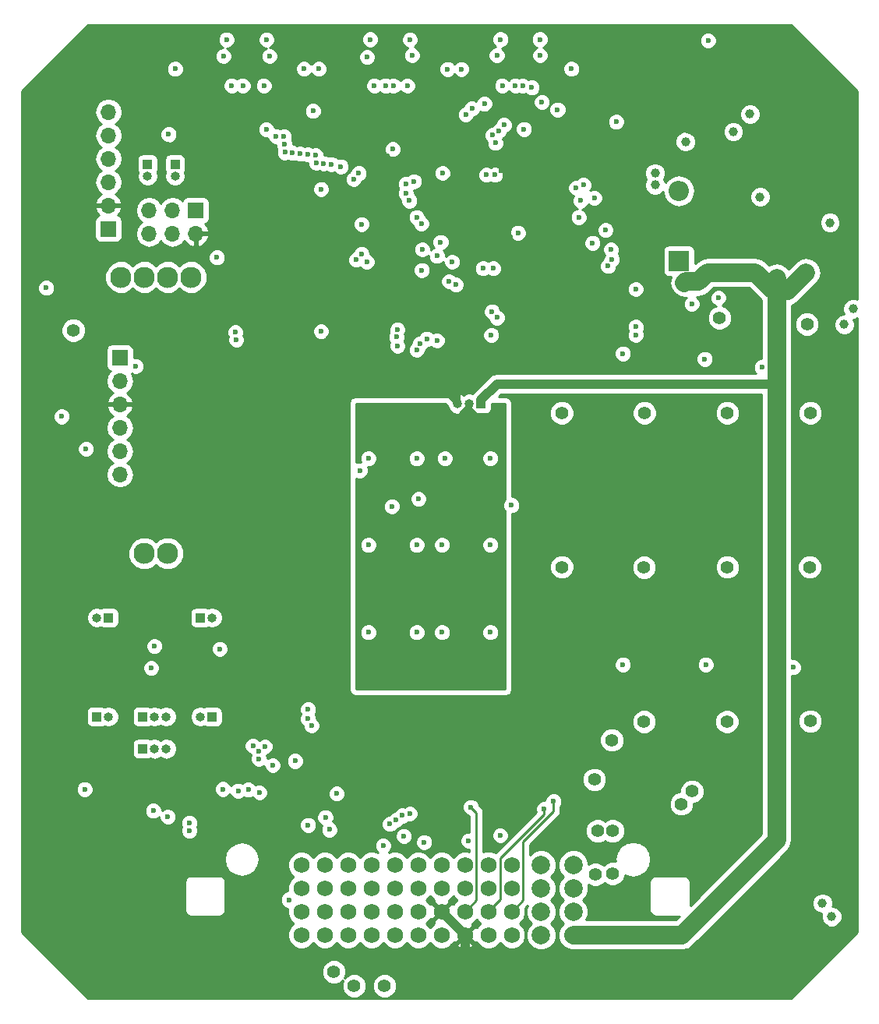
<source format=gbr>
G04 #@! TF.FileFunction,Copper,L2,Inr,Signal*
%FSLAX46Y46*%
G04 Gerber Fmt 4.6, Leading zero omitted, Abs format (unit mm)*
G04 Created by KiCad (PCBNEW 4.0.2-stable) date 26.04.2018 20:03:19*
%MOMM*%
G01*
G04 APERTURE LIST*
%ADD10C,0.100000*%
%ADD11C,2.300000*%
%ADD12R,1.700000X1.700000*%
%ADD13O,1.700000X1.700000*%
%ADD14R,2.200000X2.200000*%
%ADD15O,2.200000X2.200000*%
%ADD16R,1.000000X1.000000*%
%ADD17O,1.000000X1.000000*%
%ADD18C,1.750000*%
%ADD19C,2.000000*%
%ADD20C,1.000000*%
%ADD21C,0.600000*%
%ADD22C,1.400000*%
%ADD23C,0.600000*%
%ADD24C,1.000000*%
%ADD25C,2.000000*%
%ADD26C,0.250000*%
%ADD27C,0.254000*%
G04 APERTURE END LIST*
D10*
D11*
X64420000Y-111500000D03*
X66960000Y-111500000D03*
X61880000Y-81500000D03*
X64420000Y-81500000D03*
X66960000Y-81500000D03*
X69500000Y-81500000D03*
D12*
X61750000Y-90250000D03*
D13*
X61750000Y-92790000D03*
X61750000Y-95330000D03*
X61750000Y-97870000D03*
X61750000Y-100410000D03*
X61750000Y-102950000D03*
D14*
X122500000Y-79750000D03*
D15*
X122500000Y-72130000D03*
D16*
X64750000Y-69250000D03*
D17*
X64750000Y-70520000D03*
D16*
X67750000Y-69250000D03*
D17*
X67750000Y-70520000D03*
D16*
X71750000Y-129250000D03*
D17*
X70480000Y-129250000D03*
D16*
X59250000Y-129250000D03*
D17*
X60520000Y-129250000D03*
D16*
X70500000Y-118500000D03*
D17*
X71770000Y-118500000D03*
D16*
X60500000Y-118500000D03*
D17*
X59230000Y-118500000D03*
D16*
X101000000Y-95250000D03*
D17*
X99730000Y-95250000D03*
X98460000Y-95250000D03*
D12*
X60500000Y-76250000D03*
D13*
X60500000Y-73710000D03*
X60500000Y-71170000D03*
X60500000Y-68630000D03*
X60500000Y-66090000D03*
X60500000Y-63550000D03*
D12*
X70000000Y-74250000D03*
D13*
X70000000Y-76790000D03*
X67460000Y-74250000D03*
X67460000Y-76790000D03*
X64920000Y-74250000D03*
X64920000Y-76790000D03*
D16*
X64250000Y-129250000D03*
D17*
X65520000Y-129250000D03*
X66790000Y-129250000D03*
D16*
X64250000Y-132750000D03*
D17*
X65520000Y-132750000D03*
X66790000Y-132750000D03*
D18*
X81460000Y-145360000D03*
D19*
X107520000Y-145360000D03*
X107520000Y-147900000D03*
X107520000Y-150440000D03*
X107520000Y-152980000D03*
X111020000Y-145360000D03*
X111020000Y-147900000D03*
X111020000Y-150440000D03*
X111020000Y-152980000D03*
D18*
X84000000Y-145360000D03*
X86540000Y-145360000D03*
X89080000Y-145360000D03*
X91620000Y-145360000D03*
X94160000Y-145360000D03*
X96700000Y-145360000D03*
X99240000Y-145360000D03*
X101780000Y-145360000D03*
X104320000Y-145360000D03*
X81460000Y-147900000D03*
X84000000Y-147900000D03*
X86540000Y-147900000D03*
X89080000Y-147900000D03*
X91620000Y-147900000D03*
X94160000Y-147900000D03*
X96700000Y-147900000D03*
X99240000Y-147900000D03*
X101780000Y-147900000D03*
X104320000Y-147900000D03*
X81460000Y-150440000D03*
X84000000Y-150440000D03*
X86540000Y-150440000D03*
X89080000Y-150440000D03*
X91620000Y-150440000D03*
X94160000Y-150440000D03*
X96700000Y-150440000D03*
X99240000Y-150440000D03*
X101780000Y-150440000D03*
X104320000Y-150440000D03*
X81460000Y-152980000D03*
X84000000Y-152980000D03*
X86540000Y-152980000D03*
X89080000Y-152980000D03*
X91620000Y-152980000D03*
X94160000Y-152980000D03*
X96700000Y-152980000D03*
X99240000Y-152980000D03*
X101780000Y-152980000D03*
X104320000Y-152980000D03*
D20*
X130200000Y-63800000D03*
D21*
X101000000Y-122500000D03*
X97600000Y-122500000D03*
X93100000Y-117700000D03*
X88750000Y-115400000D03*
X102000000Y-115500000D03*
X97600000Y-113000000D03*
X88750000Y-105800000D03*
X93100000Y-108200000D03*
X97500000Y-103600000D03*
X102000000Y-105600000D03*
X93100000Y-98700000D03*
X89600000Y-98800000D03*
X94900000Y-124000000D03*
X90500000Y-124100000D03*
X99300000Y-116775000D03*
X91600000Y-113975000D03*
X99400000Y-107275000D03*
X91500000Y-104475000D03*
X99250000Y-97775000D03*
X72600000Y-121900000D03*
X55425000Y-96650000D03*
X58075000Y-100175000D03*
X101350000Y-62650000D03*
X107600000Y-62500000D03*
X105000000Y-76700000D03*
X85750000Y-69500000D03*
X88000000Y-75750000D03*
D22*
X136400000Y-86600000D03*
X56700000Y-87275000D03*
X126900000Y-85925000D03*
D21*
X125650000Y-55800000D03*
X67050000Y-66000000D03*
X53750000Y-82675000D03*
X65150000Y-123975000D03*
X65500000Y-121600000D03*
X57925000Y-137150000D03*
X72950000Y-137125000D03*
X67750000Y-58875000D03*
X73325000Y-55700000D03*
X77675000Y-55700000D03*
X81750000Y-58875000D03*
X83350000Y-58875000D03*
X88950000Y-55675000D03*
X93250000Y-55700000D03*
X98850000Y-58900000D03*
X97350000Y-58900000D03*
X103100000Y-55675000D03*
X107375000Y-55675000D03*
X110800000Y-58875000D03*
X102000000Y-120100000D03*
X96750000Y-120100000D03*
X94000000Y-120100000D03*
X88750000Y-120100000D03*
X102000000Y-110600000D03*
X96750000Y-110600000D03*
X94000000Y-110600000D03*
X88750000Y-110600000D03*
X102000000Y-101200000D03*
X97050000Y-101200000D03*
X94000000Y-101200000D03*
X88750000Y-101200000D03*
D20*
X123200000Y-66800000D03*
X119900000Y-71500000D03*
X119900000Y-70200000D03*
X138900000Y-75600000D03*
X131300000Y-72800000D03*
X128400000Y-65700000D03*
D22*
X109750000Y-96250000D03*
X118750000Y-96250000D03*
X127750000Y-96250000D03*
X136750000Y-96250000D03*
X109750000Y-113000000D03*
X136750000Y-129750000D03*
X127750000Y-113000000D03*
X136700000Y-113000000D03*
X118700000Y-129800000D03*
X127700000Y-129800000D03*
X118700000Y-113050000D03*
D21*
X102500000Y-70400000D03*
X91400000Y-67600000D03*
X96200000Y-88400000D03*
D20*
X123100000Y-82100000D03*
X133100000Y-81600000D03*
X136300000Y-81000000D03*
X125600000Y-81000000D03*
D21*
X55400000Y-100100000D03*
X94000000Y-86600000D03*
X104200000Y-77100000D03*
X88000000Y-73750000D03*
X72000000Y-141000000D03*
X79500000Y-137300000D03*
X69900000Y-112400000D03*
D22*
X56675000Y-90800000D03*
D21*
X110100000Y-84500000D03*
X123250000Y-59925000D03*
X56600000Y-82500000D03*
X61100000Y-112275000D03*
X66452500Y-123972500D03*
X72100000Y-58900000D03*
X69250000Y-58900000D03*
X88200000Y-58900000D03*
X84850000Y-58900000D03*
X102250000Y-58875000D03*
D20*
X133500000Y-63800000D03*
X138300000Y-63700000D03*
D21*
X103200000Y-69900000D03*
X90800000Y-68300000D03*
X69300000Y-140775000D03*
X65375000Y-139475000D03*
X63475000Y-91175000D03*
X83600000Y-87400000D03*
X83600000Y-71950000D03*
X96800000Y-70200000D03*
X94550000Y-80750000D03*
X72300000Y-79375000D03*
X102550000Y-66925000D03*
X105650000Y-65425000D03*
X109300000Y-63300000D03*
X83000000Y-68250000D03*
X84075000Y-140200000D03*
X94800000Y-142900000D03*
X105500000Y-60700000D03*
X80500000Y-68025000D03*
X77400000Y-60700000D03*
X78000000Y-57500000D03*
X107400000Y-57400000D03*
X106500000Y-60900000D03*
X75100000Y-60700000D03*
X77650000Y-65450000D03*
X77500000Y-132500000D03*
X108875000Y-138475000D03*
X76850000Y-132975000D03*
X107825000Y-139300000D03*
X79625000Y-67100000D03*
X104700000Y-60700000D03*
X92600000Y-142225000D03*
X100000000Y-63200000D03*
X81325000Y-68100000D03*
X84500000Y-141525000D03*
X73900000Y-60700000D03*
X73000000Y-57500000D03*
X103300000Y-60700000D03*
X102700000Y-57400000D03*
X99325000Y-63850000D03*
X85300000Y-137625000D03*
X99875000Y-139075000D03*
X82175000Y-68175000D03*
X91500000Y-60700000D03*
X79575000Y-66250000D03*
X93250000Y-139800000D03*
X80775000Y-134075000D03*
X93000000Y-60700000D03*
X93500000Y-57400000D03*
X90600000Y-60700000D03*
X78700000Y-66200000D03*
X82200000Y-141025000D03*
X90350000Y-143275000D03*
X79675000Y-67950000D03*
X82725000Y-63450000D03*
X89400000Y-60700000D03*
X88600000Y-57600000D03*
X117800000Y-86900000D03*
X117800000Y-82800000D03*
X93700000Y-71100000D03*
X112100000Y-71500000D03*
X111300000Y-71800000D03*
X92800000Y-71400000D03*
X113300000Y-72900000D03*
X92800000Y-72400000D03*
X111800000Y-73200000D03*
X93200000Y-73200000D03*
X111600000Y-75000000D03*
X94000000Y-75000000D03*
X94500000Y-75700000D03*
X114500000Y-76400000D03*
X96600000Y-77700000D03*
X113100000Y-77800000D03*
X114800000Y-80300000D03*
X116400000Y-123600000D03*
X116400000Y-89800000D03*
X97850000Y-79850000D03*
X96200000Y-79200000D03*
X115200000Y-79600000D03*
X125400000Y-123600000D03*
X125300000Y-90400000D03*
X115100000Y-78500000D03*
X94600000Y-78500000D03*
X134900000Y-123900000D03*
X131500000Y-91300000D03*
X91900000Y-87200000D03*
X95100000Y-88200000D03*
X88000000Y-78975000D03*
X88575000Y-79850000D03*
X87450000Y-79625000D03*
X87800000Y-102500000D03*
X94200000Y-105600000D03*
X94000000Y-89400000D03*
X91900000Y-89000000D03*
X94400000Y-88700000D03*
X91800000Y-88000000D03*
X97500000Y-81975000D03*
X126775000Y-83750000D03*
X98250000Y-82325000D03*
X123875000Y-84425000D03*
X115675000Y-64625000D03*
X101575000Y-70400000D03*
X102100000Y-87800000D03*
X117800000Y-87800000D03*
X91300000Y-106400000D03*
X104300000Y-106300000D03*
X102175000Y-85250000D03*
X74300000Y-87500000D03*
X102700000Y-85900000D03*
X74375000Y-88325000D03*
X102300000Y-80550000D03*
X101200000Y-80550000D03*
X87700000Y-70225000D03*
X87150000Y-70875000D03*
D22*
X122750000Y-138750000D03*
X90500000Y-158500000D03*
X115200000Y-131800000D03*
X115300000Y-141675000D03*
X115300000Y-146300000D03*
X85000000Y-157000000D03*
X113300000Y-136100000D03*
X113400000Y-146400000D03*
X113650000Y-141675000D03*
X123925000Y-137375000D03*
X87200000Y-158500000D03*
D21*
X92450000Y-140000000D03*
X78350000Y-134550000D03*
X80100000Y-149150000D03*
X69300000Y-141675000D03*
X66950000Y-140125000D03*
D20*
X140450000Y-86650000D03*
X138075000Y-149525000D03*
X141400000Y-84950000D03*
X139075000Y-150975000D03*
D21*
X103075000Y-142150000D03*
X99638970Y-142736030D03*
X76200000Y-132425000D03*
X91075000Y-140925000D03*
X91775000Y-140475000D03*
X76850000Y-133875000D03*
X103475000Y-64975000D03*
X83075000Y-69075000D03*
X82200000Y-128475000D03*
X74600000Y-137300000D03*
X82200000Y-129500000D03*
X83900000Y-69150000D03*
X102925000Y-65625000D03*
X75700000Y-137200000D03*
X76900000Y-137500000D03*
X102225000Y-66075000D03*
X84725000Y-69225000D03*
X82575000Y-130225000D03*
D23*
X99730000Y-95250000D02*
X99730000Y-96070000D01*
X99730000Y-96070000D02*
X99200000Y-96600000D01*
X99730000Y-95250000D02*
X99730000Y-95730000D01*
X99730000Y-95730000D02*
X100750000Y-96750000D01*
X99730000Y-95250000D02*
X99730000Y-95420000D01*
X99730000Y-95420000D02*
X98750000Y-96400000D01*
X99730000Y-95250000D02*
X99730000Y-96680000D01*
X99730000Y-96680000D02*
X99750000Y-96700000D01*
D24*
X101000000Y-95250000D02*
X101000000Y-94800000D01*
X101000000Y-94800000D02*
X102700000Y-93100000D01*
X102700000Y-93100000D02*
X133100000Y-93100000D01*
D25*
X124600000Y-82000000D02*
X125600000Y-81000000D01*
X123200000Y-82000000D02*
X124600000Y-82000000D01*
X123100000Y-82100000D02*
X123200000Y-82000000D01*
X133100000Y-83000000D02*
X133100000Y-81600000D01*
X133100000Y-83000000D02*
X134300000Y-83000000D01*
X134300000Y-83000000D02*
X136300000Y-81000000D01*
X133100000Y-83000000D02*
X132800000Y-83000000D01*
X130800000Y-81000000D02*
X125600000Y-81000000D01*
X132800000Y-83000000D02*
X130800000Y-81000000D01*
X133100000Y-142700000D02*
X133100000Y-93100000D01*
X133100000Y-93100000D02*
X133100000Y-83000000D01*
X122820000Y-152980000D02*
X133100000Y-142700000D01*
X111020000Y-152980000D02*
X122820000Y-152980000D01*
D24*
X96700000Y-150440000D02*
X99240000Y-152980000D01*
X99240000Y-152980000D02*
X99240000Y-155040000D01*
X99240000Y-155040000D02*
X99275000Y-155075000D01*
D23*
X98460000Y-95250000D02*
X98460000Y-94460000D01*
X98460000Y-94460000D02*
X97900000Y-93900000D01*
X98460000Y-95250000D02*
X98400000Y-95250000D01*
X98400000Y-95250000D02*
X97300000Y-94150000D01*
X98460000Y-95250000D02*
X98460000Y-93790000D01*
X98460000Y-93790000D02*
X98500000Y-93750000D01*
D26*
X108875000Y-139525000D02*
X108875000Y-138475000D01*
X105525000Y-142875000D02*
X108875000Y-139525000D01*
X105525000Y-149225000D02*
X105525000Y-142875000D01*
X104320000Y-150430000D02*
X105525000Y-149225000D01*
X104320000Y-150440000D02*
X104320000Y-150430000D01*
X107825000Y-139850000D02*
X107825000Y-139300000D01*
X103050000Y-144625000D02*
X107825000Y-139850000D01*
X103050000Y-149075000D02*
X103050000Y-144625000D01*
X101780000Y-150345000D02*
X103050000Y-149075000D01*
X101780000Y-150440000D02*
X101780000Y-150345000D01*
X100475000Y-149200000D02*
X99240000Y-150435000D01*
X100475000Y-149200000D02*
X100475000Y-139675000D01*
X100475000Y-139675000D02*
X99875000Y-139075000D01*
X99240000Y-150440000D02*
X99240000Y-150435000D01*
D27*
G36*
X141873000Y-61302606D02*
X141873000Y-83917447D01*
X141626756Y-83815197D01*
X141175225Y-83814803D01*
X140757914Y-83987233D01*
X140438355Y-84306235D01*
X140265197Y-84723244D01*
X140264803Y-85174775D01*
X140405365Y-85514960D01*
X140225225Y-85514803D01*
X139807914Y-85687233D01*
X139488355Y-86006235D01*
X139315197Y-86423244D01*
X139314803Y-86874775D01*
X139487233Y-87292086D01*
X139806235Y-87611645D01*
X140223244Y-87784803D01*
X140674775Y-87785197D01*
X141092086Y-87612767D01*
X141411645Y-87293765D01*
X141584803Y-86876756D01*
X141585197Y-86425225D01*
X141444635Y-86085040D01*
X141624775Y-86085197D01*
X141873000Y-85982632D01*
X141873000Y-152697394D01*
X134697394Y-159873000D01*
X58302606Y-159873000D01*
X55693989Y-157264383D01*
X83664769Y-157264383D01*
X83867582Y-157755229D01*
X84242796Y-158131098D01*
X84733287Y-158334768D01*
X85264383Y-158335231D01*
X85755229Y-158132418D01*
X86014650Y-157873449D01*
X85865232Y-158233287D01*
X85864769Y-158764383D01*
X86067582Y-159255229D01*
X86442796Y-159631098D01*
X86933287Y-159834768D01*
X87464383Y-159835231D01*
X87955229Y-159632418D01*
X88331098Y-159257204D01*
X88534768Y-158766713D01*
X88534770Y-158764383D01*
X89164769Y-158764383D01*
X89367582Y-159255229D01*
X89742796Y-159631098D01*
X90233287Y-159834768D01*
X90764383Y-159835231D01*
X91255229Y-159632418D01*
X91631098Y-159257204D01*
X91834768Y-158766713D01*
X91835231Y-158235617D01*
X91632418Y-157744771D01*
X91257204Y-157368902D01*
X90766713Y-157165232D01*
X90235617Y-157164769D01*
X89744771Y-157367582D01*
X89368902Y-157742796D01*
X89165232Y-158233287D01*
X89164769Y-158764383D01*
X88534770Y-158764383D01*
X88535231Y-158235617D01*
X88332418Y-157744771D01*
X87957204Y-157368902D01*
X87466713Y-157165232D01*
X86935617Y-157164769D01*
X86444771Y-157367582D01*
X86185350Y-157626551D01*
X86334768Y-157266713D01*
X86335231Y-156735617D01*
X86132418Y-156244771D01*
X85757204Y-155868902D01*
X85266713Y-155665232D01*
X84735617Y-155664769D01*
X84244771Y-155867582D01*
X83868902Y-156242796D01*
X83665232Y-156733287D01*
X83664769Y-157264383D01*
X55693989Y-157264383D01*
X51127000Y-152697394D01*
X51127000Y-147250000D01*
X68790000Y-147250000D01*
X68790000Y-150250000D01*
X68844046Y-150521705D01*
X68997954Y-150752046D01*
X69228295Y-150905954D01*
X69500000Y-150960000D01*
X72500000Y-150960000D01*
X72771705Y-150905954D01*
X73002046Y-150752046D01*
X73155954Y-150521705D01*
X73210000Y-150250000D01*
X73210000Y-149335167D01*
X79164838Y-149335167D01*
X79306883Y-149678943D01*
X79569673Y-149942192D01*
X79913201Y-150084838D01*
X79972450Y-150084890D01*
X79950262Y-150138325D01*
X79949738Y-150739040D01*
X80179138Y-151294229D01*
X80594536Y-151710353D01*
X80180630Y-152123537D01*
X79950262Y-152678325D01*
X79949738Y-153279040D01*
X80179138Y-153834229D01*
X80603537Y-154259370D01*
X81158325Y-154489738D01*
X81759040Y-154490262D01*
X82314229Y-154260862D01*
X82730353Y-153845464D01*
X83143537Y-154259370D01*
X83698325Y-154489738D01*
X84299040Y-154490262D01*
X84854229Y-154260862D01*
X85270353Y-153845464D01*
X85683537Y-154259370D01*
X86238325Y-154489738D01*
X86839040Y-154490262D01*
X87394229Y-154260862D01*
X87810353Y-153845464D01*
X88223537Y-154259370D01*
X88778325Y-154489738D01*
X89379040Y-154490262D01*
X89934229Y-154260862D01*
X90350353Y-153845464D01*
X90763537Y-154259370D01*
X91318325Y-154489738D01*
X91919040Y-154490262D01*
X92474229Y-154260862D01*
X92890353Y-153845464D01*
X93303537Y-154259370D01*
X93858325Y-154489738D01*
X94459040Y-154490262D01*
X95014229Y-154260862D01*
X95430353Y-153845464D01*
X95843537Y-154259370D01*
X96398325Y-154489738D01*
X96999040Y-154490262D01*
X97554229Y-154260862D01*
X97773413Y-154042060D01*
X98357545Y-154042060D01*
X98440884Y-154295953D01*
X99005306Y-154501590D01*
X99605458Y-154475579D01*
X100039116Y-154295953D01*
X100122455Y-154042060D01*
X99240000Y-153159605D01*
X98357545Y-154042060D01*
X97773413Y-154042060D01*
X97979370Y-153836463D01*
X97993690Y-153801976D01*
X98177940Y-153862455D01*
X99060395Y-152980000D01*
X98177940Y-152097545D01*
X97994129Y-152157880D01*
X97980862Y-152125771D01*
X97556463Y-151700630D01*
X97521976Y-151686310D01*
X97582455Y-151502060D01*
X96700000Y-150619605D01*
X95817545Y-151502060D01*
X95877880Y-151685871D01*
X95845771Y-151699138D01*
X95429647Y-152114536D01*
X95025464Y-151709647D01*
X95439370Y-151296463D01*
X95453690Y-151261976D01*
X95637940Y-151322455D01*
X96520395Y-150440000D01*
X95637940Y-149557545D01*
X95454129Y-149617880D01*
X95440862Y-149585771D01*
X95025464Y-149169647D01*
X95430353Y-148765464D01*
X95843537Y-149179370D01*
X95878024Y-149193690D01*
X95817545Y-149377940D01*
X96700000Y-150260395D01*
X97582455Y-149377940D01*
X97522120Y-149194129D01*
X97554229Y-149180862D01*
X97970353Y-148765464D01*
X98374536Y-149170353D01*
X97960630Y-149583537D01*
X97946310Y-149618024D01*
X97762060Y-149557545D01*
X96879605Y-150440000D01*
X97762060Y-151322455D01*
X97945871Y-151262120D01*
X97959138Y-151294229D01*
X98383537Y-151719370D01*
X98418024Y-151733690D01*
X98357545Y-151917940D01*
X99240000Y-152800395D01*
X100122455Y-151917940D01*
X100062120Y-151734129D01*
X100094229Y-151720862D01*
X100510353Y-151305464D01*
X100914536Y-151710353D01*
X100500630Y-152123537D01*
X100486310Y-152158024D01*
X100302060Y-152097545D01*
X99419605Y-152980000D01*
X100302060Y-153862455D01*
X100485871Y-153802120D01*
X100499138Y-153834229D01*
X100923537Y-154259370D01*
X101478325Y-154489738D01*
X102079040Y-154490262D01*
X102634229Y-154260862D01*
X103050353Y-153845464D01*
X103463537Y-154259370D01*
X104018325Y-154489738D01*
X104619040Y-154490262D01*
X105174229Y-154260862D01*
X105599370Y-153836463D01*
X105829738Y-153281675D01*
X105830262Y-152680960D01*
X105600862Y-152125771D01*
X105185464Y-151709647D01*
X105599370Y-151296463D01*
X105829738Y-150741675D01*
X105830262Y-150140960D01*
X105787451Y-150037351D01*
X106008722Y-149816080D01*
X105885284Y-150113352D01*
X105884716Y-150763795D01*
X106133106Y-151364943D01*
X106477759Y-151710199D01*
X106134722Y-152052637D01*
X105885284Y-152653352D01*
X105884716Y-153303795D01*
X106133106Y-153904943D01*
X106592637Y-154365278D01*
X107193352Y-154614716D01*
X107843795Y-154615284D01*
X108444943Y-154366894D01*
X108905278Y-153907363D01*
X109154716Y-153306648D01*
X109155284Y-152656205D01*
X108906894Y-152055057D01*
X108562241Y-151709801D01*
X108905278Y-151367363D01*
X109154716Y-150766648D01*
X109155284Y-150116205D01*
X108906894Y-149515057D01*
X108562241Y-149169801D01*
X108905278Y-148827363D01*
X109154716Y-148226648D01*
X109155284Y-147576205D01*
X108906894Y-146975057D01*
X108562241Y-146629801D01*
X108905278Y-146287363D01*
X109154716Y-145686648D01*
X109155284Y-145036205D01*
X108906894Y-144435057D01*
X108447363Y-143974722D01*
X107846648Y-143725284D01*
X107196205Y-143724716D01*
X106595057Y-143973106D01*
X106285000Y-144282621D01*
X106285000Y-143189802D01*
X107535419Y-141939383D01*
X112314769Y-141939383D01*
X112517582Y-142430229D01*
X112892796Y-142806098D01*
X113383287Y-143009768D01*
X113914383Y-143010231D01*
X114405229Y-142807418D01*
X114474792Y-142737976D01*
X114542796Y-142806098D01*
X115033287Y-143009768D01*
X115564383Y-143010231D01*
X116055229Y-142807418D01*
X116431098Y-142432204D01*
X116634768Y-141941713D01*
X116635231Y-141410617D01*
X116432418Y-140919771D01*
X116057204Y-140543902D01*
X115566713Y-140340232D01*
X115035617Y-140339769D01*
X114544771Y-140542582D01*
X114475208Y-140612024D01*
X114407204Y-140543902D01*
X113916713Y-140340232D01*
X113385617Y-140339769D01*
X112894771Y-140542582D01*
X112518902Y-140917796D01*
X112315232Y-141408287D01*
X112314769Y-141939383D01*
X107535419Y-141939383D01*
X109412401Y-140062401D01*
X109577148Y-139815840D01*
X109586746Y-139767586D01*
X109635000Y-139525000D01*
X109635000Y-139037463D01*
X109658120Y-139014383D01*
X121414769Y-139014383D01*
X121617582Y-139505229D01*
X121992796Y-139881098D01*
X122483287Y-140084768D01*
X123014383Y-140085231D01*
X123505229Y-139882418D01*
X123881098Y-139507204D01*
X124084768Y-139016713D01*
X124085035Y-138710140D01*
X124189383Y-138710231D01*
X124680229Y-138507418D01*
X125056098Y-138132204D01*
X125259768Y-137641713D01*
X125260231Y-137110617D01*
X125057418Y-136619771D01*
X124682204Y-136243902D01*
X124191713Y-136040232D01*
X123660617Y-136039769D01*
X123169771Y-136242582D01*
X122793902Y-136617796D01*
X122590232Y-137108287D01*
X122589965Y-137414860D01*
X122485617Y-137414769D01*
X121994771Y-137617582D01*
X121618902Y-137992796D01*
X121415232Y-138483287D01*
X121414769Y-139014383D01*
X109658120Y-139014383D01*
X109667192Y-139005327D01*
X109809838Y-138661799D01*
X109810162Y-138289833D01*
X109668117Y-137946057D01*
X109405327Y-137682808D01*
X109061799Y-137540162D01*
X108689833Y-137539838D01*
X108346057Y-137681883D01*
X108082808Y-137944673D01*
X107940162Y-138288201D01*
X107940095Y-138365100D01*
X107639833Y-138364838D01*
X107296057Y-138506883D01*
X107032808Y-138769673D01*
X106890162Y-139113201D01*
X106889838Y-139485167D01*
X106955680Y-139644518D01*
X102553865Y-144046333D01*
X102081675Y-143850262D01*
X101480960Y-143849738D01*
X101235000Y-143951367D01*
X101235000Y-142335167D01*
X102139838Y-142335167D01*
X102281883Y-142678943D01*
X102544673Y-142942192D01*
X102888201Y-143084838D01*
X103260167Y-143085162D01*
X103603943Y-142943117D01*
X103867192Y-142680327D01*
X104009838Y-142336799D01*
X104010162Y-141964833D01*
X103868117Y-141621057D01*
X103605327Y-141357808D01*
X103261799Y-141215162D01*
X102889833Y-141214838D01*
X102546057Y-141356883D01*
X102282808Y-141619673D01*
X102140162Y-141963201D01*
X102139838Y-142335167D01*
X101235000Y-142335167D01*
X101235000Y-139675000D01*
X101177148Y-139384161D01*
X101012401Y-139137599D01*
X100810122Y-138935320D01*
X100810162Y-138889833D01*
X100668117Y-138546057D01*
X100405327Y-138282808D01*
X100061799Y-138140162D01*
X99689833Y-138139838D01*
X99346057Y-138281883D01*
X99082808Y-138544673D01*
X98940162Y-138888201D01*
X98939838Y-139260167D01*
X99081883Y-139603943D01*
X99344673Y-139867192D01*
X99688201Y-140009838D01*
X99715000Y-140009861D01*
X99715000Y-141801096D01*
X99453803Y-141800868D01*
X99110027Y-141942913D01*
X98846778Y-142205703D01*
X98704132Y-142549231D01*
X98703808Y-142921197D01*
X98845853Y-143264973D01*
X99108643Y-143528222D01*
X99452171Y-143670868D01*
X99715000Y-143671097D01*
X99715000Y-143922233D01*
X99541675Y-143850262D01*
X98940960Y-143849738D01*
X98385771Y-144079138D01*
X97969647Y-144494536D01*
X97556463Y-144080630D01*
X97001675Y-143850262D01*
X96400960Y-143849738D01*
X95845771Y-144079138D01*
X95429647Y-144494536D01*
X95016463Y-144080630D01*
X94461675Y-143850262D01*
X93860960Y-143849738D01*
X93305771Y-144079138D01*
X92889647Y-144494536D01*
X92476463Y-144080630D01*
X91921675Y-143850262D01*
X91320960Y-143849738D01*
X90940032Y-144007135D01*
X91142192Y-143805327D01*
X91284838Y-143461799D01*
X91285162Y-143089833D01*
X91143117Y-142746057D01*
X90880327Y-142482808D01*
X90705389Y-142410167D01*
X91664838Y-142410167D01*
X91806883Y-142753943D01*
X92069673Y-143017192D01*
X92413201Y-143159838D01*
X92785167Y-143160162D01*
X92966669Y-143085167D01*
X93864838Y-143085167D01*
X94006883Y-143428943D01*
X94269673Y-143692192D01*
X94613201Y-143834838D01*
X94985167Y-143835162D01*
X95328943Y-143693117D01*
X95592192Y-143430327D01*
X95734838Y-143086799D01*
X95735162Y-142714833D01*
X95593117Y-142371057D01*
X95330327Y-142107808D01*
X94986799Y-141965162D01*
X94614833Y-141964838D01*
X94271057Y-142106883D01*
X94007808Y-142369673D01*
X93865162Y-142713201D01*
X93864838Y-143085167D01*
X92966669Y-143085167D01*
X93128943Y-143018117D01*
X93392192Y-142755327D01*
X93534838Y-142411799D01*
X93535162Y-142039833D01*
X93393117Y-141696057D01*
X93130327Y-141432808D01*
X92786799Y-141290162D01*
X92414833Y-141289838D01*
X92071057Y-141431883D01*
X91807808Y-141694673D01*
X91665162Y-142038201D01*
X91664838Y-142410167D01*
X90705389Y-142410167D01*
X90536799Y-142340162D01*
X90164833Y-142339838D01*
X89821057Y-142481883D01*
X89557808Y-142744673D01*
X89415162Y-143088201D01*
X89414838Y-143460167D01*
X89556883Y-143803943D01*
X89759900Y-144007315D01*
X89381675Y-143850262D01*
X88780960Y-143849738D01*
X88225771Y-144079138D01*
X87809647Y-144494536D01*
X87396463Y-144080630D01*
X86841675Y-143850262D01*
X86240960Y-143849738D01*
X85685771Y-144079138D01*
X85269647Y-144494536D01*
X84856463Y-144080630D01*
X84301675Y-143850262D01*
X83700960Y-143849738D01*
X83145771Y-144079138D01*
X82729647Y-144494536D01*
X82316463Y-144080630D01*
X81761675Y-143850262D01*
X81160960Y-143849738D01*
X80605771Y-144079138D01*
X80180630Y-144503537D01*
X79950262Y-145058325D01*
X79949738Y-145659040D01*
X80179138Y-146214229D01*
X80594536Y-146630353D01*
X80180630Y-147043537D01*
X79950262Y-147598325D01*
X79949738Y-148199040D01*
X79956281Y-148214874D01*
X79914833Y-148214838D01*
X79571057Y-148356883D01*
X79307808Y-148619673D01*
X79165162Y-148963201D01*
X79164838Y-149335167D01*
X73210000Y-149335167D01*
X73210000Y-147250000D01*
X73155954Y-146978295D01*
X73002046Y-146747954D01*
X72771705Y-146594046D01*
X72500000Y-146540000D01*
X69500000Y-146540000D01*
X69228295Y-146594046D01*
X68997954Y-146747954D01*
X68844046Y-146978295D01*
X68790000Y-147250000D01*
X51127000Y-147250000D01*
X51127000Y-144750000D01*
X73087399Y-144750000D01*
X73232987Y-145481921D01*
X73647587Y-146102413D01*
X74268079Y-146517013D01*
X75000000Y-146662601D01*
X75731921Y-146517013D01*
X76352413Y-146102413D01*
X76767013Y-145481921D01*
X76912601Y-144750000D01*
X76767013Y-144018079D01*
X76352413Y-143397587D01*
X75731921Y-142982987D01*
X75000000Y-142837399D01*
X74268079Y-142982987D01*
X73647587Y-143397587D01*
X73232987Y-144018079D01*
X73087399Y-144750000D01*
X51127000Y-144750000D01*
X51127000Y-139660167D01*
X64439838Y-139660167D01*
X64581883Y-140003943D01*
X64844673Y-140267192D01*
X65188201Y-140409838D01*
X65560167Y-140410162D01*
X65903943Y-140268117D01*
X66014971Y-140157282D01*
X66014838Y-140310167D01*
X66156883Y-140653943D01*
X66419673Y-140917192D01*
X66763201Y-141059838D01*
X67135167Y-141060162D01*
X67377173Y-140960167D01*
X68364838Y-140960167D01*
X68474359Y-141225228D01*
X68365162Y-141488201D01*
X68364838Y-141860167D01*
X68506883Y-142203943D01*
X68769673Y-142467192D01*
X69113201Y-142609838D01*
X69485167Y-142610162D01*
X69828943Y-142468117D01*
X70092192Y-142205327D01*
X70234838Y-141861799D01*
X70235162Y-141489833D01*
X70125641Y-141224772D01*
X70131705Y-141210167D01*
X81264838Y-141210167D01*
X81406883Y-141553943D01*
X81669673Y-141817192D01*
X82013201Y-141959838D01*
X82385167Y-141960162D01*
X82728943Y-141818117D01*
X82992192Y-141555327D01*
X83134838Y-141211799D01*
X83135162Y-140839833D01*
X82993117Y-140496057D01*
X82882421Y-140385167D01*
X83139838Y-140385167D01*
X83281883Y-140728943D01*
X83544673Y-140992192D01*
X83684695Y-141050335D01*
X83565162Y-141338201D01*
X83564838Y-141710167D01*
X83706883Y-142053943D01*
X83969673Y-142317192D01*
X84313201Y-142459838D01*
X84685167Y-142460162D01*
X85028943Y-142318117D01*
X85292192Y-142055327D01*
X85434838Y-141711799D01*
X85435162Y-141339833D01*
X85340267Y-141110167D01*
X90139838Y-141110167D01*
X90281883Y-141453943D01*
X90544673Y-141717192D01*
X90888201Y-141859838D01*
X91260167Y-141860162D01*
X91603943Y-141718117D01*
X91867192Y-141455327D01*
X91885973Y-141410097D01*
X91960167Y-141410162D01*
X92303943Y-141268117D01*
X92567192Y-141005327D01*
X92596341Y-140935128D01*
X92635167Y-140935162D01*
X92978943Y-140793117D01*
X93044926Y-140727249D01*
X93063201Y-140734838D01*
X93435167Y-140735162D01*
X93778943Y-140593117D01*
X94042192Y-140330327D01*
X94184838Y-139986799D01*
X94185162Y-139614833D01*
X94043117Y-139271057D01*
X93780327Y-139007808D01*
X93436799Y-138865162D01*
X93064833Y-138864838D01*
X92721057Y-139006883D01*
X92655074Y-139072751D01*
X92636799Y-139065162D01*
X92264833Y-139064838D01*
X91921057Y-139206883D01*
X91657808Y-139469673D01*
X91628659Y-139539872D01*
X91589833Y-139539838D01*
X91246057Y-139681883D01*
X90982808Y-139944673D01*
X90964027Y-139989903D01*
X90889833Y-139989838D01*
X90546057Y-140131883D01*
X90282808Y-140394673D01*
X90140162Y-140738201D01*
X90139838Y-141110167D01*
X85340267Y-141110167D01*
X85293117Y-140996057D01*
X85030327Y-140732808D01*
X84890305Y-140674665D01*
X85009838Y-140386799D01*
X85010162Y-140014833D01*
X84868117Y-139671057D01*
X84605327Y-139407808D01*
X84261799Y-139265162D01*
X83889833Y-139264838D01*
X83546057Y-139406883D01*
X83282808Y-139669673D01*
X83140162Y-140013201D01*
X83139838Y-140385167D01*
X82882421Y-140385167D01*
X82730327Y-140232808D01*
X82386799Y-140090162D01*
X82014833Y-140089838D01*
X81671057Y-140231883D01*
X81407808Y-140494673D01*
X81265162Y-140838201D01*
X81264838Y-141210167D01*
X70131705Y-141210167D01*
X70234838Y-140961799D01*
X70235162Y-140589833D01*
X70093117Y-140246057D01*
X69830327Y-139982808D01*
X69486799Y-139840162D01*
X69114833Y-139839838D01*
X68771057Y-139981883D01*
X68507808Y-140244673D01*
X68365162Y-140588201D01*
X68364838Y-140960167D01*
X67377173Y-140960167D01*
X67478943Y-140918117D01*
X67742192Y-140655327D01*
X67884838Y-140311799D01*
X67885162Y-139939833D01*
X67743117Y-139596057D01*
X67480327Y-139332808D01*
X67136799Y-139190162D01*
X66764833Y-139189838D01*
X66421057Y-139331883D01*
X66310029Y-139442718D01*
X66310162Y-139289833D01*
X66168117Y-138946057D01*
X65905327Y-138682808D01*
X65561799Y-138540162D01*
X65189833Y-138539838D01*
X64846057Y-138681883D01*
X64582808Y-138944673D01*
X64440162Y-139288201D01*
X64439838Y-139660167D01*
X51127000Y-139660167D01*
X51127000Y-137335167D01*
X56989838Y-137335167D01*
X57131883Y-137678943D01*
X57394673Y-137942192D01*
X57738201Y-138084838D01*
X58110167Y-138085162D01*
X58453943Y-137943117D01*
X58717192Y-137680327D01*
X58859838Y-137336799D01*
X58859861Y-137310167D01*
X72014838Y-137310167D01*
X72156883Y-137653943D01*
X72419673Y-137917192D01*
X72763201Y-138059838D01*
X73135167Y-138060162D01*
X73478943Y-137918117D01*
X73737204Y-137660306D01*
X73806883Y-137828943D01*
X74069673Y-138092192D01*
X74413201Y-138234838D01*
X74785167Y-138235162D01*
X75128943Y-138093117D01*
X75212309Y-138009896D01*
X75513201Y-138134838D01*
X75885167Y-138135162D01*
X76117207Y-138039285D01*
X76369673Y-138292192D01*
X76713201Y-138434838D01*
X77085167Y-138435162D01*
X77428943Y-138293117D01*
X77692192Y-138030327D01*
X77783610Y-137810167D01*
X84364838Y-137810167D01*
X84506883Y-138153943D01*
X84769673Y-138417192D01*
X85113201Y-138559838D01*
X85485167Y-138560162D01*
X85828943Y-138418117D01*
X86092192Y-138155327D01*
X86234838Y-137811799D01*
X86235162Y-137439833D01*
X86093117Y-137096057D01*
X85830327Y-136832808D01*
X85486799Y-136690162D01*
X85114833Y-136689838D01*
X84771057Y-136831883D01*
X84507808Y-137094673D01*
X84365162Y-137438201D01*
X84364838Y-137810167D01*
X77783610Y-137810167D01*
X77834838Y-137686799D01*
X77835162Y-137314833D01*
X77693117Y-136971057D01*
X77430327Y-136707808D01*
X77086799Y-136565162D01*
X76714833Y-136564838D01*
X76482793Y-136660715D01*
X76230327Y-136407808D01*
X76125749Y-136364383D01*
X111964769Y-136364383D01*
X112167582Y-136855229D01*
X112542796Y-137231098D01*
X113033287Y-137434768D01*
X113564383Y-137435231D01*
X114055229Y-137232418D01*
X114431098Y-136857204D01*
X114634768Y-136366713D01*
X114635231Y-135835617D01*
X114432418Y-135344771D01*
X114057204Y-134968902D01*
X113566713Y-134765232D01*
X113035617Y-134764769D01*
X112544771Y-134967582D01*
X112168902Y-135342796D01*
X111965232Y-135833287D01*
X111964769Y-136364383D01*
X76125749Y-136364383D01*
X75886799Y-136265162D01*
X75514833Y-136264838D01*
X75171057Y-136406883D01*
X75087691Y-136490104D01*
X74786799Y-136365162D01*
X74414833Y-136364838D01*
X74071057Y-136506883D01*
X73812796Y-136764694D01*
X73743117Y-136596057D01*
X73480327Y-136332808D01*
X73136799Y-136190162D01*
X72764833Y-136189838D01*
X72421057Y-136331883D01*
X72157808Y-136594673D01*
X72015162Y-136938201D01*
X72014838Y-137310167D01*
X58859861Y-137310167D01*
X58860162Y-136964833D01*
X58718117Y-136621057D01*
X58455327Y-136357808D01*
X58111799Y-136215162D01*
X57739833Y-136214838D01*
X57396057Y-136356883D01*
X57132808Y-136619673D01*
X56990162Y-136963201D01*
X56989838Y-137335167D01*
X51127000Y-137335167D01*
X51127000Y-132250000D01*
X63102560Y-132250000D01*
X63102560Y-133250000D01*
X63146838Y-133485317D01*
X63285910Y-133701441D01*
X63498110Y-133846431D01*
X63750000Y-133897440D01*
X64750000Y-133897440D01*
X64985317Y-133853162D01*
X65061073Y-133804414D01*
X65085654Y-133820839D01*
X65520000Y-133907236D01*
X65954346Y-133820839D01*
X66155000Y-133686766D01*
X66355654Y-133820839D01*
X66790000Y-133907236D01*
X67224346Y-133820839D01*
X67592566Y-133574802D01*
X67838603Y-133206582D01*
X67925000Y-132772236D01*
X67925000Y-132727764D01*
X67901609Y-132610167D01*
X75264838Y-132610167D01*
X75406883Y-132953943D01*
X75669673Y-133217192D01*
X75994055Y-133351888D01*
X76024359Y-133425228D01*
X75915162Y-133688201D01*
X75914838Y-134060167D01*
X76056883Y-134403943D01*
X76319673Y-134667192D01*
X76663201Y-134809838D01*
X77035167Y-134810162D01*
X77378943Y-134668117D01*
X77414928Y-134632195D01*
X77414838Y-134735167D01*
X77556883Y-135078943D01*
X77819673Y-135342192D01*
X78163201Y-135484838D01*
X78535167Y-135485162D01*
X78878943Y-135343117D01*
X79142192Y-135080327D01*
X79284838Y-134736799D01*
X79285162Y-134364833D01*
X79241915Y-134260167D01*
X79839838Y-134260167D01*
X79981883Y-134603943D01*
X80244673Y-134867192D01*
X80588201Y-135009838D01*
X80960167Y-135010162D01*
X81303943Y-134868117D01*
X81567192Y-134605327D01*
X81709838Y-134261799D01*
X81710162Y-133889833D01*
X81568117Y-133546057D01*
X81305327Y-133282808D01*
X80961799Y-133140162D01*
X80589833Y-133139838D01*
X80246057Y-133281883D01*
X79982808Y-133544673D01*
X79840162Y-133888201D01*
X79839838Y-134260167D01*
X79241915Y-134260167D01*
X79143117Y-134021057D01*
X78880327Y-133757808D01*
X78536799Y-133615162D01*
X78164833Y-133614838D01*
X77821057Y-133756883D01*
X77785072Y-133792805D01*
X77785162Y-133689833D01*
X77679932Y-133435157D01*
X77685167Y-133435162D01*
X78028943Y-133293117D01*
X78292192Y-133030327D01*
X78434838Y-132686799D01*
X78435162Y-132314833D01*
X78331679Y-132064383D01*
X113864769Y-132064383D01*
X114067582Y-132555229D01*
X114442796Y-132931098D01*
X114933287Y-133134768D01*
X115464383Y-133135231D01*
X115955229Y-132932418D01*
X116331098Y-132557204D01*
X116534768Y-132066713D01*
X116535231Y-131535617D01*
X116332418Y-131044771D01*
X115957204Y-130668902D01*
X115466713Y-130465232D01*
X114935617Y-130464769D01*
X114444771Y-130667582D01*
X114068902Y-131042796D01*
X113865232Y-131533287D01*
X113864769Y-132064383D01*
X78331679Y-132064383D01*
X78293117Y-131971057D01*
X78030327Y-131707808D01*
X77686799Y-131565162D01*
X77314833Y-131564838D01*
X76971057Y-131706883D01*
X76887519Y-131790275D01*
X76730327Y-131632808D01*
X76386799Y-131490162D01*
X76014833Y-131489838D01*
X75671057Y-131631883D01*
X75407808Y-131894673D01*
X75265162Y-132238201D01*
X75264838Y-132610167D01*
X67901609Y-132610167D01*
X67838603Y-132293418D01*
X67592566Y-131925198D01*
X67224346Y-131679161D01*
X66790000Y-131592764D01*
X66355654Y-131679161D01*
X66155000Y-131813234D01*
X65954346Y-131679161D01*
X65520000Y-131592764D01*
X65085654Y-131679161D01*
X65062241Y-131694805D01*
X65001890Y-131653569D01*
X64750000Y-131602560D01*
X63750000Y-131602560D01*
X63514683Y-131646838D01*
X63298559Y-131785910D01*
X63153569Y-131998110D01*
X63102560Y-132250000D01*
X51127000Y-132250000D01*
X51127000Y-128750000D01*
X58102560Y-128750000D01*
X58102560Y-129750000D01*
X58146838Y-129985317D01*
X58285910Y-130201441D01*
X58498110Y-130346431D01*
X58750000Y-130397440D01*
X59750000Y-130397440D01*
X59985317Y-130353162D01*
X60061073Y-130304414D01*
X60085654Y-130320839D01*
X60520000Y-130407236D01*
X60954346Y-130320839D01*
X61322566Y-130074802D01*
X61568603Y-129706582D01*
X61655000Y-129272236D01*
X61655000Y-129227764D01*
X61568603Y-128793418D01*
X61539592Y-128750000D01*
X63102560Y-128750000D01*
X63102560Y-129750000D01*
X63146838Y-129985317D01*
X63285910Y-130201441D01*
X63498110Y-130346431D01*
X63750000Y-130397440D01*
X64750000Y-130397440D01*
X64985317Y-130353162D01*
X65061073Y-130304414D01*
X65085654Y-130320839D01*
X65520000Y-130407236D01*
X65954346Y-130320839D01*
X66155000Y-130186766D01*
X66355654Y-130320839D01*
X66790000Y-130407236D01*
X67224346Y-130320839D01*
X67592566Y-130074802D01*
X67838603Y-129706582D01*
X67925000Y-129272236D01*
X67925000Y-129227764D01*
X69345000Y-129227764D01*
X69345000Y-129272236D01*
X69431397Y-129706582D01*
X69677434Y-130074802D01*
X70045654Y-130320839D01*
X70480000Y-130407236D01*
X70914346Y-130320839D01*
X70937759Y-130305195D01*
X70998110Y-130346431D01*
X71250000Y-130397440D01*
X72250000Y-130397440D01*
X72485317Y-130353162D01*
X72701441Y-130214090D01*
X72846431Y-130001890D01*
X72897440Y-129750000D01*
X72897440Y-128750000D01*
X72880537Y-128660167D01*
X81264838Y-128660167D01*
X81400247Y-128987882D01*
X81265162Y-129313201D01*
X81264838Y-129685167D01*
X81406883Y-130028943D01*
X81639967Y-130262434D01*
X81639838Y-130410167D01*
X81781883Y-130753943D01*
X82044673Y-131017192D01*
X82388201Y-131159838D01*
X82760167Y-131160162D01*
X83103943Y-131018117D01*
X83367192Y-130755327D01*
X83509838Y-130411799D01*
X83510140Y-130064383D01*
X117364769Y-130064383D01*
X117567582Y-130555229D01*
X117942796Y-130931098D01*
X118433287Y-131134768D01*
X118964383Y-131135231D01*
X119455229Y-130932418D01*
X119831098Y-130557204D01*
X120034768Y-130066713D01*
X120034770Y-130064383D01*
X126364769Y-130064383D01*
X126567582Y-130555229D01*
X126942796Y-130931098D01*
X127433287Y-131134768D01*
X127964383Y-131135231D01*
X128455229Y-130932418D01*
X128831098Y-130557204D01*
X129034768Y-130066713D01*
X129035231Y-129535617D01*
X128832418Y-129044771D01*
X128457204Y-128668902D01*
X127966713Y-128465232D01*
X127435617Y-128464769D01*
X126944771Y-128667582D01*
X126568902Y-129042796D01*
X126365232Y-129533287D01*
X126364769Y-130064383D01*
X120034770Y-130064383D01*
X120035231Y-129535617D01*
X119832418Y-129044771D01*
X119457204Y-128668902D01*
X118966713Y-128465232D01*
X118435617Y-128464769D01*
X117944771Y-128667582D01*
X117568902Y-129042796D01*
X117365232Y-129533287D01*
X117364769Y-130064383D01*
X83510140Y-130064383D01*
X83510162Y-130039833D01*
X83368117Y-129696057D01*
X83135033Y-129462566D01*
X83135162Y-129314833D01*
X82999753Y-128987118D01*
X83134838Y-128661799D01*
X83135162Y-128289833D01*
X82993117Y-127946057D01*
X82730327Y-127682808D01*
X82386799Y-127540162D01*
X82014833Y-127539838D01*
X81671057Y-127681883D01*
X81407808Y-127944673D01*
X81265162Y-128288201D01*
X81264838Y-128660167D01*
X72880537Y-128660167D01*
X72853162Y-128514683D01*
X72714090Y-128298559D01*
X72501890Y-128153569D01*
X72250000Y-128102560D01*
X71250000Y-128102560D01*
X71014683Y-128146838D01*
X70938927Y-128195586D01*
X70914346Y-128179161D01*
X70480000Y-128092764D01*
X70045654Y-128179161D01*
X69677434Y-128425198D01*
X69431397Y-128793418D01*
X69345000Y-129227764D01*
X67925000Y-129227764D01*
X67838603Y-128793418D01*
X67592566Y-128425198D01*
X67224346Y-128179161D01*
X66790000Y-128092764D01*
X66355654Y-128179161D01*
X66155000Y-128313234D01*
X65954346Y-128179161D01*
X65520000Y-128092764D01*
X65085654Y-128179161D01*
X65062241Y-128194805D01*
X65001890Y-128153569D01*
X64750000Y-128102560D01*
X63750000Y-128102560D01*
X63514683Y-128146838D01*
X63298559Y-128285910D01*
X63153569Y-128498110D01*
X63102560Y-128750000D01*
X61539592Y-128750000D01*
X61322566Y-128425198D01*
X60954346Y-128179161D01*
X60520000Y-128092764D01*
X60085654Y-128179161D01*
X60062241Y-128194805D01*
X60001890Y-128153569D01*
X59750000Y-128102560D01*
X58750000Y-128102560D01*
X58514683Y-128146838D01*
X58298559Y-128285910D01*
X58153569Y-128498110D01*
X58102560Y-128750000D01*
X51127000Y-128750000D01*
X51127000Y-124160167D01*
X64214838Y-124160167D01*
X64356883Y-124503943D01*
X64619673Y-124767192D01*
X64963201Y-124909838D01*
X65335167Y-124910162D01*
X65678943Y-124768117D01*
X65942192Y-124505327D01*
X66084838Y-124161799D01*
X66085162Y-123789833D01*
X65943117Y-123446057D01*
X65680327Y-123182808D01*
X65336799Y-123040162D01*
X64964833Y-123039838D01*
X64621057Y-123181883D01*
X64357808Y-123444673D01*
X64215162Y-123788201D01*
X64214838Y-124160167D01*
X51127000Y-124160167D01*
X51127000Y-121785167D01*
X64564838Y-121785167D01*
X64706883Y-122128943D01*
X64969673Y-122392192D01*
X65313201Y-122534838D01*
X65685167Y-122535162D01*
X66028943Y-122393117D01*
X66292192Y-122130327D01*
X66310944Y-122085167D01*
X71664838Y-122085167D01*
X71806883Y-122428943D01*
X72069673Y-122692192D01*
X72413201Y-122834838D01*
X72785167Y-122835162D01*
X73128943Y-122693117D01*
X73392192Y-122430327D01*
X73534838Y-122086799D01*
X73535162Y-121714833D01*
X73393117Y-121371057D01*
X73130327Y-121107808D01*
X72786799Y-120965162D01*
X72414833Y-120964838D01*
X72071057Y-121106883D01*
X71807808Y-121369673D01*
X71665162Y-121713201D01*
X71664838Y-122085167D01*
X66310944Y-122085167D01*
X66434838Y-121786799D01*
X66435162Y-121414833D01*
X66293117Y-121071057D01*
X66030327Y-120807808D01*
X65686799Y-120665162D01*
X65314833Y-120664838D01*
X64971057Y-120806883D01*
X64707808Y-121069673D01*
X64565162Y-121413201D01*
X64564838Y-121785167D01*
X51127000Y-121785167D01*
X51127000Y-118477764D01*
X58095000Y-118477764D01*
X58095000Y-118522236D01*
X58181397Y-118956582D01*
X58427434Y-119324802D01*
X58795654Y-119570839D01*
X59230000Y-119657236D01*
X59664346Y-119570839D01*
X59687759Y-119555195D01*
X59748110Y-119596431D01*
X60000000Y-119647440D01*
X61000000Y-119647440D01*
X61235317Y-119603162D01*
X61451441Y-119464090D01*
X61596431Y-119251890D01*
X61647440Y-119000000D01*
X61647440Y-118000000D01*
X69352560Y-118000000D01*
X69352560Y-119000000D01*
X69396838Y-119235317D01*
X69535910Y-119451441D01*
X69748110Y-119596431D01*
X70000000Y-119647440D01*
X71000000Y-119647440D01*
X71235317Y-119603162D01*
X71311073Y-119554414D01*
X71335654Y-119570839D01*
X71770000Y-119657236D01*
X72204346Y-119570839D01*
X72572566Y-119324802D01*
X72818603Y-118956582D01*
X72905000Y-118522236D01*
X72905000Y-118477764D01*
X72818603Y-118043418D01*
X72572566Y-117675198D01*
X72204346Y-117429161D01*
X71770000Y-117342764D01*
X71335654Y-117429161D01*
X71312241Y-117444805D01*
X71251890Y-117403569D01*
X71000000Y-117352560D01*
X70000000Y-117352560D01*
X69764683Y-117396838D01*
X69548559Y-117535910D01*
X69403569Y-117748110D01*
X69352560Y-118000000D01*
X61647440Y-118000000D01*
X61603162Y-117764683D01*
X61464090Y-117548559D01*
X61251890Y-117403569D01*
X61000000Y-117352560D01*
X60000000Y-117352560D01*
X59764683Y-117396838D01*
X59688927Y-117445586D01*
X59664346Y-117429161D01*
X59230000Y-117342764D01*
X58795654Y-117429161D01*
X58427434Y-117675198D01*
X58181397Y-118043418D01*
X58095000Y-118477764D01*
X51127000Y-118477764D01*
X51127000Y-111853501D01*
X62634691Y-111853501D01*
X62905868Y-112509800D01*
X63407559Y-113012367D01*
X64063384Y-113284689D01*
X64773501Y-113285309D01*
X65429800Y-113014132D01*
X65690014Y-112754372D01*
X65947559Y-113012367D01*
X66603384Y-113284689D01*
X67313501Y-113285309D01*
X67969800Y-113014132D01*
X68472367Y-112512441D01*
X68744689Y-111856616D01*
X68745309Y-111146499D01*
X68474132Y-110490200D01*
X67972441Y-109987633D01*
X67316616Y-109715311D01*
X66606499Y-109714691D01*
X65950200Y-109985868D01*
X65689986Y-110245628D01*
X65432441Y-109987633D01*
X64776616Y-109715311D01*
X64066499Y-109714691D01*
X63410200Y-109985868D01*
X62907633Y-110487559D01*
X62635311Y-111143384D01*
X62634691Y-111853501D01*
X51127000Y-111853501D01*
X51127000Y-100360167D01*
X57139838Y-100360167D01*
X57281883Y-100703943D01*
X57544673Y-100967192D01*
X57888201Y-101109838D01*
X58260167Y-101110162D01*
X58603943Y-100968117D01*
X58867192Y-100705327D01*
X59009838Y-100361799D01*
X59010162Y-99989833D01*
X58868117Y-99646057D01*
X58605327Y-99382808D01*
X58261799Y-99240162D01*
X57889833Y-99239838D01*
X57546057Y-99381883D01*
X57282808Y-99644673D01*
X57140162Y-99988201D01*
X57139838Y-100360167D01*
X51127000Y-100360167D01*
X51127000Y-97870000D01*
X60235907Y-97870000D01*
X60348946Y-98438285D01*
X60670853Y-98920054D01*
X61000026Y-99140000D01*
X60670853Y-99359946D01*
X60348946Y-99841715D01*
X60235907Y-100410000D01*
X60348946Y-100978285D01*
X60670853Y-101460054D01*
X61000026Y-101680000D01*
X60670853Y-101899946D01*
X60348946Y-102381715D01*
X60235907Y-102950000D01*
X60348946Y-103518285D01*
X60670853Y-104000054D01*
X61152622Y-104321961D01*
X61720907Y-104435000D01*
X61779093Y-104435000D01*
X62347378Y-104321961D01*
X62829147Y-104000054D01*
X63151054Y-103518285D01*
X63264093Y-102950000D01*
X63151054Y-102381715D01*
X62829147Y-101899946D01*
X62499974Y-101680000D01*
X62829147Y-101460054D01*
X63151054Y-100978285D01*
X63264093Y-100410000D01*
X63151054Y-99841715D01*
X62829147Y-99359946D01*
X62499974Y-99140000D01*
X62829147Y-98920054D01*
X63151054Y-98438285D01*
X63264093Y-97870000D01*
X63151054Y-97301715D01*
X62829147Y-96819946D01*
X62488447Y-96592298D01*
X62631358Y-96525183D01*
X63021645Y-96096924D01*
X63191476Y-95686890D01*
X63070155Y-95457000D01*
X61877000Y-95457000D01*
X61877000Y-95477000D01*
X61623000Y-95477000D01*
X61623000Y-95457000D01*
X60429845Y-95457000D01*
X60308524Y-95686890D01*
X60478355Y-96096924D01*
X60868642Y-96525183D01*
X61011553Y-96592298D01*
X60670853Y-96819946D01*
X60348946Y-97301715D01*
X60235907Y-97870000D01*
X51127000Y-97870000D01*
X51127000Y-96835167D01*
X54489838Y-96835167D01*
X54631883Y-97178943D01*
X54894673Y-97442192D01*
X55238201Y-97584838D01*
X55610167Y-97585162D01*
X55953943Y-97443117D01*
X56217192Y-97180327D01*
X56359838Y-96836799D01*
X56360162Y-96464833D01*
X56218117Y-96121057D01*
X55955327Y-95857808D01*
X55611799Y-95715162D01*
X55239833Y-95714838D01*
X54896057Y-95856883D01*
X54632808Y-96119673D01*
X54490162Y-96463201D01*
X54489838Y-96835167D01*
X51127000Y-96835167D01*
X51127000Y-92790000D01*
X60235907Y-92790000D01*
X60348946Y-93358285D01*
X60670853Y-93840054D01*
X61011553Y-94067702D01*
X60868642Y-94134817D01*
X60478355Y-94563076D01*
X60308524Y-94973110D01*
X60429845Y-95203000D01*
X61623000Y-95203000D01*
X61623000Y-95183000D01*
X61877000Y-95183000D01*
X61877000Y-95203000D01*
X63070155Y-95203000D01*
X63098124Y-95150000D01*
X86665000Y-95150000D01*
X86665000Y-126350000D01*
X86708427Y-126580795D01*
X86844827Y-126792767D01*
X87052949Y-126934971D01*
X87300000Y-126985000D01*
X103700000Y-126985000D01*
X103930795Y-126941573D01*
X104142767Y-126805173D01*
X104284971Y-126597051D01*
X104335000Y-126350000D01*
X104335000Y-123785167D01*
X115464838Y-123785167D01*
X115606883Y-124128943D01*
X115869673Y-124392192D01*
X116213201Y-124534838D01*
X116585167Y-124535162D01*
X116928943Y-124393117D01*
X117192192Y-124130327D01*
X117334838Y-123786799D01*
X117334839Y-123785167D01*
X124464838Y-123785167D01*
X124606883Y-124128943D01*
X124869673Y-124392192D01*
X125213201Y-124534838D01*
X125585167Y-124535162D01*
X125928943Y-124393117D01*
X126192192Y-124130327D01*
X126334838Y-123786799D01*
X126335162Y-123414833D01*
X126193117Y-123071057D01*
X125930327Y-122807808D01*
X125586799Y-122665162D01*
X125214833Y-122664838D01*
X124871057Y-122806883D01*
X124607808Y-123069673D01*
X124465162Y-123413201D01*
X124464838Y-123785167D01*
X117334839Y-123785167D01*
X117335162Y-123414833D01*
X117193117Y-123071057D01*
X116930327Y-122807808D01*
X116586799Y-122665162D01*
X116214833Y-122664838D01*
X115871057Y-122806883D01*
X115607808Y-123069673D01*
X115465162Y-123413201D01*
X115464838Y-123785167D01*
X104335000Y-123785167D01*
X104335000Y-113264383D01*
X108414769Y-113264383D01*
X108617582Y-113755229D01*
X108992796Y-114131098D01*
X109483287Y-114334768D01*
X110014383Y-114335231D01*
X110505229Y-114132418D01*
X110881098Y-113757204D01*
X111064973Y-113314383D01*
X117364769Y-113314383D01*
X117567582Y-113805229D01*
X117942796Y-114181098D01*
X118433287Y-114384768D01*
X118964383Y-114385231D01*
X119455229Y-114182418D01*
X119831098Y-113807204D01*
X120034768Y-113316713D01*
X120034813Y-113264383D01*
X126414769Y-113264383D01*
X126617582Y-113755229D01*
X126992796Y-114131098D01*
X127483287Y-114334768D01*
X128014383Y-114335231D01*
X128505229Y-114132418D01*
X128881098Y-113757204D01*
X129084768Y-113266713D01*
X129085231Y-112735617D01*
X128882418Y-112244771D01*
X128507204Y-111868902D01*
X128016713Y-111665232D01*
X127485617Y-111664769D01*
X126994771Y-111867582D01*
X126618902Y-112242796D01*
X126415232Y-112733287D01*
X126414769Y-113264383D01*
X120034813Y-113264383D01*
X120035231Y-112785617D01*
X119832418Y-112294771D01*
X119457204Y-111918902D01*
X118966713Y-111715232D01*
X118435617Y-111714769D01*
X117944771Y-111917582D01*
X117568902Y-112292796D01*
X117365232Y-112783287D01*
X117364769Y-113314383D01*
X111064973Y-113314383D01*
X111084768Y-113266713D01*
X111085231Y-112735617D01*
X110882418Y-112244771D01*
X110507204Y-111868902D01*
X110016713Y-111665232D01*
X109485617Y-111664769D01*
X108994771Y-111867582D01*
X108618902Y-112242796D01*
X108415232Y-112733287D01*
X108414769Y-113264383D01*
X104335000Y-113264383D01*
X104335000Y-107235031D01*
X104485167Y-107235162D01*
X104828943Y-107093117D01*
X105092192Y-106830327D01*
X105234838Y-106486799D01*
X105235162Y-106114833D01*
X105093117Y-105771057D01*
X104830327Y-105507808D01*
X104486799Y-105365162D01*
X104335000Y-105365030D01*
X104335000Y-96514383D01*
X108414769Y-96514383D01*
X108617582Y-97005229D01*
X108992796Y-97381098D01*
X109483287Y-97584768D01*
X110014383Y-97585231D01*
X110505229Y-97382418D01*
X110881098Y-97007204D01*
X111084768Y-96516713D01*
X111084770Y-96514383D01*
X117414769Y-96514383D01*
X117617582Y-97005229D01*
X117992796Y-97381098D01*
X118483287Y-97584768D01*
X119014383Y-97585231D01*
X119505229Y-97382418D01*
X119881098Y-97007204D01*
X120084768Y-96516713D01*
X120084770Y-96514383D01*
X126414769Y-96514383D01*
X126617582Y-97005229D01*
X126992796Y-97381098D01*
X127483287Y-97584768D01*
X128014383Y-97585231D01*
X128505229Y-97382418D01*
X128881098Y-97007204D01*
X129084768Y-96516713D01*
X129085231Y-95985617D01*
X128882418Y-95494771D01*
X128507204Y-95118902D01*
X128016713Y-94915232D01*
X127485617Y-94914769D01*
X126994771Y-95117582D01*
X126618902Y-95492796D01*
X126415232Y-95983287D01*
X126414769Y-96514383D01*
X120084770Y-96514383D01*
X120085231Y-95985617D01*
X119882418Y-95494771D01*
X119507204Y-95118902D01*
X119016713Y-94915232D01*
X118485617Y-94914769D01*
X117994771Y-95117582D01*
X117618902Y-95492796D01*
X117415232Y-95983287D01*
X117414769Y-96514383D01*
X111084770Y-96514383D01*
X111085231Y-95985617D01*
X110882418Y-95494771D01*
X110507204Y-95118902D01*
X110016713Y-94915232D01*
X109485617Y-94914769D01*
X108994771Y-95117582D01*
X108618902Y-95492796D01*
X108415232Y-95983287D01*
X108414769Y-96514383D01*
X104335000Y-96514383D01*
X104335000Y-95150000D01*
X104291573Y-94919205D01*
X104155173Y-94707233D01*
X103947051Y-94565029D01*
X103700000Y-94515000D01*
X102890132Y-94515000D01*
X103170132Y-94235000D01*
X131465000Y-94235000D01*
X131465000Y-142022761D01*
X123710000Y-149777760D01*
X123710000Y-147250000D01*
X123655954Y-146978295D01*
X123502046Y-146747954D01*
X123271705Y-146594046D01*
X123000000Y-146540000D01*
X120000000Y-146540000D01*
X119728295Y-146594046D01*
X119497954Y-146747954D01*
X119344046Y-146978295D01*
X119290000Y-147250000D01*
X119290000Y-150250000D01*
X119344046Y-150521705D01*
X119497954Y-150752046D01*
X119728295Y-150905954D01*
X120000000Y-150960000D01*
X122527760Y-150960000D01*
X122142760Y-151345000D01*
X112414564Y-151345000D01*
X112654716Y-150766648D01*
X112655284Y-150116205D01*
X112406894Y-149515057D01*
X112062241Y-149169801D01*
X112405278Y-148827363D01*
X112654716Y-148226648D01*
X112655284Y-147576205D01*
X112632303Y-147520587D01*
X112642796Y-147531098D01*
X113133287Y-147734768D01*
X113664383Y-147735231D01*
X114155229Y-147532418D01*
X114400010Y-147288063D01*
X114542796Y-147431098D01*
X115033287Y-147634768D01*
X115564383Y-147635231D01*
X116055229Y-147432418D01*
X116431098Y-147057204D01*
X116634768Y-146566713D01*
X116634856Y-146466106D01*
X116755716Y-146546862D01*
X117500000Y-146694909D01*
X118244284Y-146546862D01*
X118875258Y-146125258D01*
X119296862Y-145494284D01*
X119444909Y-144750000D01*
X119296862Y-144005716D01*
X118875258Y-143374742D01*
X118244284Y-142953138D01*
X117500000Y-142805091D01*
X116755716Y-142953138D01*
X116124742Y-143374742D01*
X115703138Y-144005716D01*
X115555091Y-144750000D01*
X115600711Y-144979349D01*
X115566713Y-144965232D01*
X115035617Y-144964769D01*
X114544771Y-145167582D01*
X114299990Y-145411937D01*
X114157204Y-145268902D01*
X113666713Y-145065232D01*
X113135617Y-145064769D01*
X112655086Y-145263320D01*
X112655284Y-145036205D01*
X112406894Y-144435057D01*
X111947363Y-143974722D01*
X111346648Y-143725284D01*
X110696205Y-143724716D01*
X110095057Y-143973106D01*
X109634722Y-144432637D01*
X109385284Y-145033352D01*
X109384716Y-145683795D01*
X109633106Y-146284943D01*
X109977759Y-146630199D01*
X109634722Y-146972637D01*
X109385284Y-147573352D01*
X109384716Y-148223795D01*
X109633106Y-148824943D01*
X109977759Y-149170199D01*
X109634722Y-149512637D01*
X109385284Y-150113352D01*
X109384716Y-150763795D01*
X109633106Y-151364943D01*
X109977759Y-151710199D01*
X109634722Y-152052637D01*
X109385284Y-152653352D01*
X109384716Y-153303795D01*
X109633106Y-153904943D01*
X110092637Y-154365278D01*
X110693352Y-154614716D01*
X111343795Y-154615284D01*
X111344482Y-154615000D01*
X122819995Y-154615000D01*
X122820000Y-154615001D01*
X123445688Y-154490543D01*
X123976120Y-154136120D01*
X128362464Y-149749775D01*
X136939803Y-149749775D01*
X137112233Y-150167086D01*
X137431235Y-150486645D01*
X137848244Y-150659803D01*
X137976874Y-150659915D01*
X137940197Y-150748244D01*
X137939803Y-151199775D01*
X138112233Y-151617086D01*
X138431235Y-151936645D01*
X138848244Y-152109803D01*
X139299775Y-152110197D01*
X139717086Y-151937767D01*
X140036645Y-151618765D01*
X140209803Y-151201756D01*
X140210197Y-150750225D01*
X140037767Y-150332914D01*
X139718765Y-150013355D01*
X139301756Y-149840197D01*
X139173126Y-149840085D01*
X139209803Y-149751756D01*
X139210197Y-149300225D01*
X139037767Y-148882914D01*
X138718765Y-148563355D01*
X138301756Y-148390197D01*
X137850225Y-148389803D01*
X137432914Y-148562233D01*
X137113355Y-148881235D01*
X136940197Y-149298244D01*
X136939803Y-149749775D01*
X128362464Y-149749775D01*
X134256117Y-143856122D01*
X134256120Y-143856120D01*
X134610543Y-143325687D01*
X134735000Y-142700000D01*
X134735000Y-130014383D01*
X135414769Y-130014383D01*
X135617582Y-130505229D01*
X135992796Y-130881098D01*
X136483287Y-131084768D01*
X137014383Y-131085231D01*
X137505229Y-130882418D01*
X137881098Y-130507204D01*
X138084768Y-130016713D01*
X138085231Y-129485617D01*
X137882418Y-128994771D01*
X137507204Y-128618902D01*
X137016713Y-128415232D01*
X136485617Y-128414769D01*
X135994771Y-128617582D01*
X135618902Y-128992796D01*
X135415232Y-129483287D01*
X135414769Y-130014383D01*
X134735000Y-130014383D01*
X134735000Y-124834857D01*
X135085167Y-124835162D01*
X135428943Y-124693117D01*
X135692192Y-124430327D01*
X135834838Y-124086799D01*
X135835162Y-123714833D01*
X135693117Y-123371057D01*
X135430327Y-123107808D01*
X135086799Y-122965162D01*
X134735000Y-122964856D01*
X134735000Y-113264383D01*
X135364769Y-113264383D01*
X135567582Y-113755229D01*
X135942796Y-114131098D01*
X136433287Y-114334768D01*
X136964383Y-114335231D01*
X137455229Y-114132418D01*
X137831098Y-113757204D01*
X138034768Y-113266713D01*
X138035231Y-112735617D01*
X137832418Y-112244771D01*
X137457204Y-111868902D01*
X136966713Y-111665232D01*
X136435617Y-111664769D01*
X135944771Y-111867582D01*
X135568902Y-112242796D01*
X135365232Y-112733287D01*
X135364769Y-113264383D01*
X134735000Y-113264383D01*
X134735000Y-96514383D01*
X135414769Y-96514383D01*
X135617582Y-97005229D01*
X135992796Y-97381098D01*
X136483287Y-97584768D01*
X137014383Y-97585231D01*
X137505229Y-97382418D01*
X137881098Y-97007204D01*
X138084768Y-96516713D01*
X138085231Y-95985617D01*
X137882418Y-95494771D01*
X137507204Y-95118902D01*
X137016713Y-94915232D01*
X136485617Y-94914769D01*
X135994771Y-95117582D01*
X135618902Y-95492796D01*
X135415232Y-95983287D01*
X135414769Y-96514383D01*
X134735000Y-96514383D01*
X134735000Y-86864383D01*
X135064769Y-86864383D01*
X135267582Y-87355229D01*
X135642796Y-87731098D01*
X136133287Y-87934768D01*
X136664383Y-87935231D01*
X137155229Y-87732418D01*
X137531098Y-87357204D01*
X137734768Y-86866713D01*
X137735231Y-86335617D01*
X137532418Y-85844771D01*
X137157204Y-85468902D01*
X136666713Y-85265232D01*
X136135617Y-85264769D01*
X135644771Y-85467582D01*
X135268902Y-85842796D01*
X135065232Y-86333287D01*
X135064769Y-86864383D01*
X134735000Y-86864383D01*
X134735000Y-84548473D01*
X134925688Y-84510543D01*
X135456120Y-84156120D01*
X137456119Y-82156120D01*
X137810543Y-81625688D01*
X137935000Y-81000000D01*
X137810543Y-80374312D01*
X137456119Y-79843881D01*
X136925688Y-79489457D01*
X136300000Y-79365000D01*
X135674312Y-79489457D01*
X135143880Y-79843881D01*
X134371381Y-80616380D01*
X134256120Y-80443880D01*
X133725687Y-80089457D01*
X133100000Y-79965000D01*
X132474313Y-80089457D01*
X132310891Y-80198652D01*
X131956120Y-79843880D01*
X131425688Y-79489457D01*
X130800000Y-79364999D01*
X130799995Y-79365000D01*
X125600005Y-79365000D01*
X125600000Y-79364999D01*
X124974313Y-79489457D01*
X124443880Y-79843880D01*
X124443878Y-79843883D01*
X124247440Y-80040321D01*
X124247440Y-78650000D01*
X124203162Y-78414683D01*
X124064090Y-78198559D01*
X123851890Y-78053569D01*
X123600000Y-78002560D01*
X121400000Y-78002560D01*
X121164683Y-78046838D01*
X120948559Y-78185910D01*
X120803569Y-78398110D01*
X120752560Y-78650000D01*
X120752560Y-80850000D01*
X120796838Y-81085317D01*
X120935910Y-81301441D01*
X121148110Y-81446431D01*
X121400000Y-81497440D01*
X121584857Y-81497440D01*
X121464999Y-82100000D01*
X121589457Y-82725688D01*
X121943880Y-83256120D01*
X122474312Y-83610543D01*
X123100000Y-83735001D01*
X123278284Y-83699538D01*
X123082808Y-83894673D01*
X122940162Y-84238201D01*
X122939838Y-84610167D01*
X123081883Y-84953943D01*
X123344673Y-85217192D01*
X123688201Y-85359838D01*
X124060167Y-85360162D01*
X124403943Y-85218117D01*
X124667192Y-84955327D01*
X124809838Y-84611799D01*
X124810162Y-84239833D01*
X124668117Y-83896057D01*
X124407515Y-83635000D01*
X124599995Y-83635000D01*
X124600000Y-83635001D01*
X125225688Y-83510543D01*
X125756120Y-83156120D01*
X126277239Y-82635000D01*
X130122760Y-82635000D01*
X131465000Y-83977239D01*
X131465000Y-90364969D01*
X131314833Y-90364838D01*
X130971057Y-90506883D01*
X130707808Y-90769673D01*
X130565162Y-91113201D01*
X130564838Y-91485167D01*
X130706883Y-91828943D01*
X130842703Y-91965000D01*
X102700000Y-91965000D01*
X102265654Y-92051397D01*
X101990631Y-92235162D01*
X101897434Y-92297434D01*
X100197434Y-93997434D01*
X100086371Y-94163651D01*
X99730000Y-94092764D01*
X99295654Y-94179161D01*
X99085696Y-94319451D01*
X99020209Y-94262873D01*
X98761874Y-94155881D01*
X98587000Y-94282046D01*
X98587000Y-94515000D01*
X98333000Y-94515000D01*
X98333000Y-94282046D01*
X98158126Y-94155881D01*
X97899791Y-94262873D01*
X97607962Y-94515000D01*
X87300000Y-94515000D01*
X87069205Y-94558427D01*
X86857233Y-94694827D01*
X86715029Y-94902949D01*
X86665000Y-95150000D01*
X63098124Y-95150000D01*
X63191476Y-94973110D01*
X63021645Y-94563076D01*
X62631358Y-94134817D01*
X62488447Y-94067702D01*
X62829147Y-93840054D01*
X63151054Y-93358285D01*
X63264093Y-92790000D01*
X63151054Y-92221715D01*
X62994932Y-91988062D01*
X63288201Y-92109838D01*
X63660167Y-92110162D01*
X64003943Y-91968117D01*
X64267192Y-91705327D01*
X64409838Y-91361799D01*
X64410162Y-90989833D01*
X64268117Y-90646057D01*
X64005327Y-90382808D01*
X63661799Y-90240162D01*
X63289833Y-90239838D01*
X63247440Y-90257354D01*
X63247440Y-89400000D01*
X63203162Y-89164683D01*
X63064090Y-88948559D01*
X62851890Y-88803569D01*
X62600000Y-88752560D01*
X60900000Y-88752560D01*
X60664683Y-88796838D01*
X60448559Y-88935910D01*
X60303569Y-89148110D01*
X60252560Y-89400000D01*
X60252560Y-91100000D01*
X60296838Y-91335317D01*
X60435910Y-91551441D01*
X60648110Y-91696431D01*
X60715541Y-91710086D01*
X60670853Y-91739946D01*
X60348946Y-92221715D01*
X60235907Y-92790000D01*
X51127000Y-92790000D01*
X51127000Y-87539383D01*
X55364769Y-87539383D01*
X55567582Y-88030229D01*
X55942796Y-88406098D01*
X56433287Y-88609768D01*
X56964383Y-88610231D01*
X57455229Y-88407418D01*
X57831098Y-88032204D01*
X57975200Y-87685167D01*
X73364838Y-87685167D01*
X73496233Y-88003168D01*
X73440162Y-88138201D01*
X73439838Y-88510167D01*
X73581883Y-88853943D01*
X73844673Y-89117192D01*
X74188201Y-89259838D01*
X74560167Y-89260162D01*
X74903943Y-89118117D01*
X75167192Y-88855327D01*
X75309838Y-88511799D01*
X75310162Y-88139833D01*
X75178767Y-87821832D01*
X75234838Y-87686799D01*
X75234926Y-87585167D01*
X82664838Y-87585167D01*
X82806883Y-87928943D01*
X83069673Y-88192192D01*
X83413201Y-88334838D01*
X83785167Y-88335162D01*
X84128943Y-88193117D01*
X84136906Y-88185167D01*
X90864838Y-88185167D01*
X91006883Y-88528943D01*
X91060778Y-88582932D01*
X90965162Y-88813201D01*
X90964838Y-89185167D01*
X91106883Y-89528943D01*
X91369673Y-89792192D01*
X91713201Y-89934838D01*
X92085167Y-89935162D01*
X92428943Y-89793117D01*
X92637256Y-89585167D01*
X93064838Y-89585167D01*
X93206883Y-89928943D01*
X93469673Y-90192192D01*
X93813201Y-90334838D01*
X94185167Y-90335162D01*
X94528943Y-90193117D01*
X94737256Y-89985167D01*
X115464838Y-89985167D01*
X115606883Y-90328943D01*
X115869673Y-90592192D01*
X116213201Y-90734838D01*
X116585167Y-90735162D01*
X116928943Y-90593117D01*
X116936906Y-90585167D01*
X124364838Y-90585167D01*
X124506883Y-90928943D01*
X124769673Y-91192192D01*
X125113201Y-91334838D01*
X125485167Y-91335162D01*
X125828943Y-91193117D01*
X126092192Y-90930327D01*
X126234838Y-90586799D01*
X126235162Y-90214833D01*
X126093117Y-89871057D01*
X125830327Y-89607808D01*
X125486799Y-89465162D01*
X125114833Y-89464838D01*
X124771057Y-89606883D01*
X124507808Y-89869673D01*
X124365162Y-90213201D01*
X124364838Y-90585167D01*
X116936906Y-90585167D01*
X117192192Y-90330327D01*
X117334838Y-89986799D01*
X117335162Y-89614833D01*
X117193117Y-89271057D01*
X116930327Y-89007808D01*
X116586799Y-88865162D01*
X116214833Y-88864838D01*
X115871057Y-89006883D01*
X115607808Y-89269673D01*
X115465162Y-89613201D01*
X115464838Y-89985167D01*
X94737256Y-89985167D01*
X94792192Y-89930327D01*
X94934838Y-89586799D01*
X94934925Y-89487146D01*
X95192192Y-89230327D01*
X95231727Y-89135115D01*
X95285167Y-89135162D01*
X95517084Y-89039336D01*
X95669673Y-89192192D01*
X96013201Y-89334838D01*
X96385167Y-89335162D01*
X96728943Y-89193117D01*
X96992192Y-88930327D01*
X97134838Y-88586799D01*
X97135162Y-88214833D01*
X97040267Y-87985167D01*
X101164838Y-87985167D01*
X101306883Y-88328943D01*
X101569673Y-88592192D01*
X101913201Y-88734838D01*
X102285167Y-88735162D01*
X102628943Y-88593117D01*
X102892192Y-88330327D01*
X103034838Y-87986799D01*
X103035162Y-87614833D01*
X102893117Y-87271057D01*
X102707552Y-87085167D01*
X116864838Y-87085167D01*
X116974359Y-87350228D01*
X116865162Y-87613201D01*
X116864838Y-87985167D01*
X117006883Y-88328943D01*
X117269673Y-88592192D01*
X117613201Y-88734838D01*
X117985167Y-88735162D01*
X118328943Y-88593117D01*
X118592192Y-88330327D01*
X118734838Y-87986799D01*
X118735162Y-87614833D01*
X118625641Y-87349772D01*
X118734838Y-87086799D01*
X118735162Y-86714833D01*
X118593117Y-86371057D01*
X118411760Y-86189383D01*
X125564769Y-86189383D01*
X125767582Y-86680229D01*
X126142796Y-87056098D01*
X126633287Y-87259768D01*
X127164383Y-87260231D01*
X127655229Y-87057418D01*
X128031098Y-86682204D01*
X128234768Y-86191713D01*
X128235231Y-85660617D01*
X128032418Y-85169771D01*
X127657204Y-84793902D01*
X127178286Y-84595037D01*
X127303943Y-84543117D01*
X127567192Y-84280327D01*
X127709838Y-83936799D01*
X127710162Y-83564833D01*
X127568117Y-83221057D01*
X127305327Y-82957808D01*
X126961799Y-82815162D01*
X126589833Y-82814838D01*
X126246057Y-82956883D01*
X125982808Y-83219673D01*
X125840162Y-83563201D01*
X125839838Y-83935167D01*
X125981883Y-84278943D01*
X126244673Y-84542192D01*
X126497092Y-84647006D01*
X126144771Y-84792582D01*
X125768902Y-85167796D01*
X125565232Y-85658287D01*
X125564769Y-86189383D01*
X118411760Y-86189383D01*
X118330327Y-86107808D01*
X117986799Y-85965162D01*
X117614833Y-85964838D01*
X117271057Y-86106883D01*
X117007808Y-86369673D01*
X116865162Y-86713201D01*
X116864838Y-87085167D01*
X102707552Y-87085167D01*
X102630327Y-87007808D01*
X102286799Y-86865162D01*
X101914833Y-86864838D01*
X101571057Y-87006883D01*
X101307808Y-87269673D01*
X101165162Y-87613201D01*
X101164838Y-87985167D01*
X97040267Y-87985167D01*
X96993117Y-87871057D01*
X96730327Y-87607808D01*
X96386799Y-87465162D01*
X96014833Y-87464838D01*
X95782916Y-87560664D01*
X95630327Y-87407808D01*
X95286799Y-87265162D01*
X94914833Y-87264838D01*
X94571057Y-87406883D01*
X94307808Y-87669673D01*
X94268273Y-87764885D01*
X94214833Y-87764838D01*
X93871057Y-87906883D01*
X93607808Y-88169673D01*
X93465162Y-88513201D01*
X93465075Y-88612854D01*
X93207808Y-88869673D01*
X93065162Y-89213201D01*
X93064838Y-89585167D01*
X92637256Y-89585167D01*
X92692192Y-89530327D01*
X92834838Y-89186799D01*
X92835162Y-88814833D01*
X92693117Y-88471057D01*
X92639222Y-88417068D01*
X92734838Y-88186799D01*
X92735162Y-87814833D01*
X92696228Y-87720606D01*
X92834838Y-87386799D01*
X92835162Y-87014833D01*
X92693117Y-86671057D01*
X92430327Y-86407808D01*
X92086799Y-86265162D01*
X91714833Y-86264838D01*
X91371057Y-86406883D01*
X91107808Y-86669673D01*
X90965162Y-87013201D01*
X90964838Y-87385167D01*
X91003772Y-87479394D01*
X90865162Y-87813201D01*
X90864838Y-88185167D01*
X84136906Y-88185167D01*
X84392192Y-87930327D01*
X84534838Y-87586799D01*
X84535162Y-87214833D01*
X84393117Y-86871057D01*
X84130327Y-86607808D01*
X83786799Y-86465162D01*
X83414833Y-86464838D01*
X83071057Y-86606883D01*
X82807808Y-86869673D01*
X82665162Y-87213201D01*
X82664838Y-87585167D01*
X75234926Y-87585167D01*
X75235162Y-87314833D01*
X75093117Y-86971057D01*
X74830327Y-86707808D01*
X74486799Y-86565162D01*
X74114833Y-86564838D01*
X73771057Y-86706883D01*
X73507808Y-86969673D01*
X73365162Y-87313201D01*
X73364838Y-87685167D01*
X57975200Y-87685167D01*
X58034768Y-87541713D01*
X58035231Y-87010617D01*
X57832418Y-86519771D01*
X57457204Y-86143902D01*
X56966713Y-85940232D01*
X56435617Y-85939769D01*
X55944771Y-86142582D01*
X55568902Y-86517796D01*
X55365232Y-87008287D01*
X55364769Y-87539383D01*
X51127000Y-87539383D01*
X51127000Y-85435167D01*
X101239838Y-85435167D01*
X101381883Y-85778943D01*
X101644673Y-86042192D01*
X101768291Y-86093523D01*
X101906883Y-86428943D01*
X102169673Y-86692192D01*
X102513201Y-86834838D01*
X102885167Y-86835162D01*
X103228943Y-86693117D01*
X103492192Y-86430327D01*
X103634838Y-86086799D01*
X103635162Y-85714833D01*
X103493117Y-85371057D01*
X103230327Y-85107808D01*
X103106709Y-85056477D01*
X102968117Y-84721057D01*
X102705327Y-84457808D01*
X102361799Y-84315162D01*
X101989833Y-84314838D01*
X101646057Y-84456883D01*
X101382808Y-84719673D01*
X101240162Y-85063201D01*
X101239838Y-85435167D01*
X51127000Y-85435167D01*
X51127000Y-82860167D01*
X52814838Y-82860167D01*
X52956883Y-83203943D01*
X53219673Y-83467192D01*
X53563201Y-83609838D01*
X53935167Y-83610162D01*
X54278943Y-83468117D01*
X54542192Y-83205327D01*
X54684838Y-82861799D01*
X54685162Y-82489833D01*
X54543117Y-82146057D01*
X54280327Y-81882808D01*
X54209749Y-81853501D01*
X60094691Y-81853501D01*
X60365868Y-82509800D01*
X60867559Y-83012367D01*
X61523384Y-83284689D01*
X62233501Y-83285309D01*
X62889800Y-83014132D01*
X63150014Y-82754372D01*
X63407559Y-83012367D01*
X64063384Y-83284689D01*
X64773501Y-83285309D01*
X65429800Y-83014132D01*
X65690014Y-82754372D01*
X65947559Y-83012367D01*
X66603384Y-83284689D01*
X67313501Y-83285309D01*
X67969800Y-83014132D01*
X68230014Y-82754372D01*
X68487559Y-83012367D01*
X69143384Y-83284689D01*
X69853501Y-83285309D01*
X70509800Y-83014132D01*
X71012367Y-82512441D01*
X71158643Y-82160167D01*
X96564838Y-82160167D01*
X96706883Y-82503943D01*
X96969673Y-82767192D01*
X97313201Y-82909838D01*
X97512854Y-82910012D01*
X97719673Y-83117192D01*
X98063201Y-83259838D01*
X98435167Y-83260162D01*
X98778943Y-83118117D01*
X98912125Y-82985167D01*
X116864838Y-82985167D01*
X117006883Y-83328943D01*
X117269673Y-83592192D01*
X117613201Y-83734838D01*
X117985167Y-83735162D01*
X118328943Y-83593117D01*
X118592192Y-83330327D01*
X118734838Y-82986799D01*
X118735162Y-82614833D01*
X118593117Y-82271057D01*
X118330327Y-82007808D01*
X117986799Y-81865162D01*
X117614833Y-81864838D01*
X117271057Y-82006883D01*
X117007808Y-82269673D01*
X116865162Y-82613201D01*
X116864838Y-82985167D01*
X98912125Y-82985167D01*
X99042192Y-82855327D01*
X99184838Y-82511799D01*
X99185162Y-82139833D01*
X99043117Y-81796057D01*
X98780327Y-81532808D01*
X98436799Y-81390162D01*
X98237146Y-81389988D01*
X98030327Y-81182808D01*
X97686799Y-81040162D01*
X97314833Y-81039838D01*
X96971057Y-81181883D01*
X96707808Y-81444673D01*
X96565162Y-81788201D01*
X96564838Y-82160167D01*
X71158643Y-82160167D01*
X71284689Y-81856616D01*
X71285309Y-81146499D01*
X71197989Y-80935167D01*
X93614838Y-80935167D01*
X93756883Y-81278943D01*
X94019673Y-81542192D01*
X94363201Y-81684838D01*
X94735167Y-81685162D01*
X95078943Y-81543117D01*
X95342192Y-81280327D01*
X95484838Y-80936799D01*
X95485162Y-80564833D01*
X95343117Y-80221057D01*
X95080327Y-79957808D01*
X94736799Y-79815162D01*
X94364833Y-79814838D01*
X94021057Y-79956883D01*
X93757808Y-80219673D01*
X93615162Y-80563201D01*
X93614838Y-80935167D01*
X71197989Y-80935167D01*
X71014132Y-80490200D01*
X70512441Y-79987633D01*
X69856616Y-79715311D01*
X69146499Y-79714691D01*
X68490200Y-79985868D01*
X68229986Y-80245628D01*
X67972441Y-79987633D01*
X67316616Y-79715311D01*
X66606499Y-79714691D01*
X65950200Y-79985868D01*
X65689986Y-80245628D01*
X65432441Y-79987633D01*
X64776616Y-79715311D01*
X64066499Y-79714691D01*
X63410200Y-79985868D01*
X63149986Y-80245628D01*
X62892441Y-79987633D01*
X62236616Y-79715311D01*
X61526499Y-79714691D01*
X60870200Y-79985868D01*
X60367633Y-80487559D01*
X60095311Y-81143384D01*
X60094691Y-81853501D01*
X54209749Y-81853501D01*
X53936799Y-81740162D01*
X53564833Y-81739838D01*
X53221057Y-81881883D01*
X52957808Y-82144673D01*
X52815162Y-82488201D01*
X52814838Y-82860167D01*
X51127000Y-82860167D01*
X51127000Y-79560167D01*
X71364838Y-79560167D01*
X71506883Y-79903943D01*
X71769673Y-80167192D01*
X72113201Y-80309838D01*
X72485167Y-80310162D01*
X72828943Y-80168117D01*
X73092192Y-79905327D01*
X73131706Y-79810167D01*
X86514838Y-79810167D01*
X86656883Y-80153943D01*
X86919673Y-80417192D01*
X87263201Y-80559838D01*
X87635167Y-80560162D01*
X87867115Y-80464323D01*
X88044673Y-80642192D01*
X88388201Y-80784838D01*
X88760167Y-80785162D01*
X89103943Y-80643117D01*
X89367192Y-80380327D01*
X89509838Y-80036799D01*
X89510162Y-79664833D01*
X89368117Y-79321057D01*
X89105327Y-79057808D01*
X88934990Y-78987078D01*
X88935162Y-78789833D01*
X88891915Y-78685167D01*
X93664838Y-78685167D01*
X93806883Y-79028943D01*
X94069673Y-79292192D01*
X94413201Y-79434838D01*
X94785167Y-79435162D01*
X95128943Y-79293117D01*
X95265037Y-79157261D01*
X95264838Y-79385167D01*
X95406883Y-79728943D01*
X95669673Y-79992192D01*
X96013201Y-80134838D01*
X96385167Y-80135162D01*
X96728943Y-79993117D01*
X96915036Y-79807348D01*
X96914838Y-80035167D01*
X97056883Y-80378943D01*
X97319673Y-80642192D01*
X97663201Y-80784838D01*
X98035167Y-80785162D01*
X98156164Y-80735167D01*
X100264838Y-80735167D01*
X100406883Y-81078943D01*
X100669673Y-81342192D01*
X101013201Y-81484838D01*
X101385167Y-81485162D01*
X101728943Y-81343117D01*
X101749806Y-81322290D01*
X101769673Y-81342192D01*
X102113201Y-81484838D01*
X102485167Y-81485162D01*
X102828943Y-81343117D01*
X103092192Y-81080327D01*
X103234838Y-80736799D01*
X103235057Y-80485167D01*
X113864838Y-80485167D01*
X114006883Y-80828943D01*
X114269673Y-81092192D01*
X114613201Y-81234838D01*
X114985167Y-81235162D01*
X115328943Y-81093117D01*
X115592192Y-80830327D01*
X115734838Y-80486799D01*
X115734925Y-80387146D01*
X115992192Y-80130327D01*
X116134838Y-79786799D01*
X116135162Y-79414833D01*
X115993117Y-79071057D01*
X115909896Y-78987691D01*
X116034838Y-78686799D01*
X116035162Y-78314833D01*
X115893117Y-77971057D01*
X115630327Y-77707808D01*
X115286799Y-77565162D01*
X114914833Y-77564838D01*
X114571057Y-77706883D01*
X114307808Y-77969673D01*
X114165162Y-78313201D01*
X114164838Y-78685167D01*
X114306883Y-79028943D01*
X114390104Y-79112309D01*
X114265162Y-79413201D01*
X114265075Y-79512854D01*
X114007808Y-79769673D01*
X113865162Y-80113201D01*
X113864838Y-80485167D01*
X103235057Y-80485167D01*
X103235162Y-80364833D01*
X103093117Y-80021057D01*
X102830327Y-79757808D01*
X102486799Y-79615162D01*
X102114833Y-79614838D01*
X101771057Y-79756883D01*
X101750194Y-79777710D01*
X101730327Y-79757808D01*
X101386799Y-79615162D01*
X101014833Y-79614838D01*
X100671057Y-79756883D01*
X100407808Y-80019673D01*
X100265162Y-80363201D01*
X100264838Y-80735167D01*
X98156164Y-80735167D01*
X98378943Y-80643117D01*
X98642192Y-80380327D01*
X98784838Y-80036799D01*
X98785162Y-79664833D01*
X98643117Y-79321057D01*
X98380327Y-79057808D01*
X98036799Y-78915162D01*
X97664833Y-78914838D01*
X97321057Y-79056883D01*
X97134964Y-79242652D01*
X97135162Y-79014833D01*
X96993117Y-78671057D01*
X96907023Y-78584812D01*
X97128943Y-78493117D01*
X97392192Y-78230327D01*
X97493991Y-77985167D01*
X112164838Y-77985167D01*
X112306883Y-78328943D01*
X112569673Y-78592192D01*
X112913201Y-78734838D01*
X113285167Y-78735162D01*
X113628943Y-78593117D01*
X113892192Y-78330327D01*
X114034838Y-77986799D01*
X114035162Y-77614833D01*
X113893117Y-77271057D01*
X113630327Y-77007808D01*
X113286799Y-76865162D01*
X112914833Y-76864838D01*
X112571057Y-77006883D01*
X112307808Y-77269673D01*
X112165162Y-77613201D01*
X112164838Y-77985167D01*
X97493991Y-77985167D01*
X97534838Y-77886799D01*
X97535162Y-77514833D01*
X97393117Y-77171057D01*
X97130327Y-76907808D01*
X97075802Y-76885167D01*
X104064838Y-76885167D01*
X104206883Y-77228943D01*
X104469673Y-77492192D01*
X104813201Y-77634838D01*
X105185167Y-77635162D01*
X105528943Y-77493117D01*
X105792192Y-77230327D01*
X105934838Y-76886799D01*
X105935100Y-76585167D01*
X113564838Y-76585167D01*
X113706883Y-76928943D01*
X113969673Y-77192192D01*
X114313201Y-77334838D01*
X114685167Y-77335162D01*
X115028943Y-77193117D01*
X115292192Y-76930327D01*
X115434838Y-76586799D01*
X115435162Y-76214833D01*
X115293117Y-75871057D01*
X115246916Y-75824775D01*
X137764803Y-75824775D01*
X137937233Y-76242086D01*
X138256235Y-76561645D01*
X138673244Y-76734803D01*
X139124775Y-76735197D01*
X139542086Y-76562767D01*
X139861645Y-76243765D01*
X140034803Y-75826756D01*
X140035197Y-75375225D01*
X139862767Y-74957914D01*
X139543765Y-74638355D01*
X139126756Y-74465197D01*
X138675225Y-74464803D01*
X138257914Y-74637233D01*
X137938355Y-74956235D01*
X137765197Y-75373244D01*
X137764803Y-75824775D01*
X115246916Y-75824775D01*
X115030327Y-75607808D01*
X114686799Y-75465162D01*
X114314833Y-75464838D01*
X113971057Y-75606883D01*
X113707808Y-75869673D01*
X113565162Y-76213201D01*
X113564838Y-76585167D01*
X105935100Y-76585167D01*
X105935162Y-76514833D01*
X105793117Y-76171057D01*
X105530327Y-75907808D01*
X105186799Y-75765162D01*
X104814833Y-75764838D01*
X104471057Y-75906883D01*
X104207808Y-76169673D01*
X104065162Y-76513201D01*
X104064838Y-76885167D01*
X97075802Y-76885167D01*
X96786799Y-76765162D01*
X96414833Y-76764838D01*
X96071057Y-76906883D01*
X95807808Y-77169673D01*
X95665162Y-77513201D01*
X95664838Y-77885167D01*
X95806883Y-78228943D01*
X95892977Y-78315188D01*
X95671057Y-78406883D01*
X95534963Y-78542739D01*
X95535162Y-78314833D01*
X95393117Y-77971057D01*
X95130327Y-77707808D01*
X94786799Y-77565162D01*
X94414833Y-77564838D01*
X94071057Y-77706883D01*
X93807808Y-77969673D01*
X93665162Y-78313201D01*
X93664838Y-78685167D01*
X88891915Y-78685167D01*
X88793117Y-78446057D01*
X88530327Y-78182808D01*
X88186799Y-78040162D01*
X87814833Y-78039838D01*
X87471057Y-78181883D01*
X87207808Y-78444673D01*
X87073112Y-78769055D01*
X86921057Y-78831883D01*
X86657808Y-79094673D01*
X86515162Y-79438201D01*
X86514838Y-79810167D01*
X73131706Y-79810167D01*
X73234838Y-79561799D01*
X73235162Y-79189833D01*
X73093117Y-78846057D01*
X72830327Y-78582808D01*
X72486799Y-78440162D01*
X72114833Y-78439838D01*
X71771057Y-78581883D01*
X71507808Y-78844673D01*
X71365162Y-79188201D01*
X71364838Y-79560167D01*
X51127000Y-79560167D01*
X51127000Y-75400000D01*
X59002560Y-75400000D01*
X59002560Y-77100000D01*
X59046838Y-77335317D01*
X59185910Y-77551441D01*
X59398110Y-77696431D01*
X59650000Y-77747440D01*
X61350000Y-77747440D01*
X61585317Y-77703162D01*
X61801441Y-77564090D01*
X61946431Y-77351890D01*
X61997440Y-77100000D01*
X61997440Y-75400000D01*
X61953162Y-75164683D01*
X61814090Y-74948559D01*
X61601890Y-74803569D01*
X61493893Y-74781699D01*
X61771645Y-74476924D01*
X61877684Y-74220907D01*
X63435000Y-74220907D01*
X63435000Y-74279093D01*
X63548039Y-74847378D01*
X63869946Y-75329147D01*
X64155578Y-75520000D01*
X63869946Y-75710853D01*
X63548039Y-76192622D01*
X63435000Y-76760907D01*
X63435000Y-76819093D01*
X63548039Y-77387378D01*
X63869946Y-77869147D01*
X64351715Y-78191054D01*
X64920000Y-78304093D01*
X65488285Y-78191054D01*
X65970054Y-77869147D01*
X66190000Y-77539974D01*
X66409946Y-77869147D01*
X66891715Y-78191054D01*
X67460000Y-78304093D01*
X68028285Y-78191054D01*
X68510054Y-77869147D01*
X68737702Y-77528447D01*
X68804817Y-77671358D01*
X69233076Y-78061645D01*
X69643110Y-78231476D01*
X69873000Y-78110155D01*
X69873000Y-76917000D01*
X70127000Y-76917000D01*
X70127000Y-78110155D01*
X70356890Y-78231476D01*
X70766924Y-78061645D01*
X71195183Y-77671358D01*
X71441486Y-77146892D01*
X71320819Y-76917000D01*
X70127000Y-76917000D01*
X69873000Y-76917000D01*
X69853000Y-76917000D01*
X69853000Y-76663000D01*
X69873000Y-76663000D01*
X69873000Y-76643000D01*
X70127000Y-76643000D01*
X70127000Y-76663000D01*
X71320819Y-76663000D01*
X71441486Y-76433108D01*
X71207640Y-75935167D01*
X87064838Y-75935167D01*
X87206883Y-76278943D01*
X87469673Y-76542192D01*
X87813201Y-76684838D01*
X88185167Y-76685162D01*
X88528943Y-76543117D01*
X88792192Y-76280327D01*
X88934838Y-75936799D01*
X88935162Y-75564833D01*
X88793117Y-75221057D01*
X88757290Y-75185167D01*
X93064838Y-75185167D01*
X93206883Y-75528943D01*
X93469673Y-75792192D01*
X93564885Y-75831727D01*
X93564838Y-75885167D01*
X93706883Y-76228943D01*
X93969673Y-76492192D01*
X94313201Y-76634838D01*
X94685167Y-76635162D01*
X95028943Y-76493117D01*
X95292192Y-76230327D01*
X95434838Y-75886799D01*
X95435162Y-75514833D01*
X95293117Y-75171057D01*
X95030327Y-74907808D01*
X94935115Y-74868273D01*
X94935162Y-74814833D01*
X94793117Y-74471057D01*
X94530327Y-74207808D01*
X94186799Y-74065162D01*
X93814833Y-74064838D01*
X93471057Y-74206883D01*
X93207808Y-74469673D01*
X93065162Y-74813201D01*
X93064838Y-75185167D01*
X88757290Y-75185167D01*
X88530327Y-74957808D01*
X88186799Y-74815162D01*
X87814833Y-74814838D01*
X87471057Y-74956883D01*
X87207808Y-75219673D01*
X87065162Y-75563201D01*
X87064838Y-75935167D01*
X71207640Y-75935167D01*
X71195183Y-75908642D01*
X70989496Y-75721192D01*
X71085317Y-75703162D01*
X71301441Y-75564090D01*
X71446431Y-75351890D01*
X71497440Y-75100000D01*
X71497440Y-73400000D01*
X71453162Y-73164683D01*
X71314090Y-72948559D01*
X71101890Y-72803569D01*
X70850000Y-72752560D01*
X69150000Y-72752560D01*
X68914683Y-72796838D01*
X68698559Y-72935910D01*
X68553569Y-73148110D01*
X68539914Y-73215541D01*
X68510054Y-73170853D01*
X68028285Y-72848946D01*
X67460000Y-72735907D01*
X66891715Y-72848946D01*
X66409946Y-73170853D01*
X66190000Y-73500026D01*
X65970054Y-73170853D01*
X65488285Y-72848946D01*
X64920000Y-72735907D01*
X64351715Y-72848946D01*
X63869946Y-73170853D01*
X63548039Y-73652622D01*
X63435000Y-74220907D01*
X61877684Y-74220907D01*
X61941476Y-74066890D01*
X61820155Y-73837000D01*
X60627000Y-73837000D01*
X60627000Y-73857000D01*
X60373000Y-73857000D01*
X60373000Y-73837000D01*
X59179845Y-73837000D01*
X59058524Y-74066890D01*
X59228355Y-74476924D01*
X59504501Y-74779937D01*
X59414683Y-74796838D01*
X59198559Y-74935910D01*
X59053569Y-75148110D01*
X59002560Y-75400000D01*
X51127000Y-75400000D01*
X51127000Y-63550000D01*
X58985907Y-63550000D01*
X59098946Y-64118285D01*
X59420853Y-64600054D01*
X59750026Y-64820000D01*
X59420853Y-65039946D01*
X59098946Y-65521715D01*
X58985907Y-66090000D01*
X59098946Y-66658285D01*
X59420853Y-67140054D01*
X59750026Y-67360000D01*
X59420853Y-67579946D01*
X59098946Y-68061715D01*
X58985907Y-68630000D01*
X59098946Y-69198285D01*
X59420853Y-69680054D01*
X59750026Y-69900000D01*
X59420853Y-70119946D01*
X59098946Y-70601715D01*
X58985907Y-71170000D01*
X59098946Y-71738285D01*
X59420853Y-72220054D01*
X59761553Y-72447702D01*
X59618642Y-72514817D01*
X59228355Y-72943076D01*
X59058524Y-73353110D01*
X59179845Y-73583000D01*
X60373000Y-73583000D01*
X60373000Y-73563000D01*
X60627000Y-73563000D01*
X60627000Y-73583000D01*
X61820155Y-73583000D01*
X61941476Y-73353110D01*
X61771645Y-72943076D01*
X61381358Y-72514817D01*
X61238447Y-72447702D01*
X61579147Y-72220054D01*
X61635866Y-72135167D01*
X82664838Y-72135167D01*
X82806883Y-72478943D01*
X83069673Y-72742192D01*
X83413201Y-72884838D01*
X83785167Y-72885162D01*
X84128943Y-72743117D01*
X84392192Y-72480327D01*
X84534838Y-72136799D01*
X84535162Y-71764833D01*
X84393117Y-71421057D01*
X84130327Y-71157808D01*
X83895183Y-71060167D01*
X86214838Y-71060167D01*
X86356883Y-71403943D01*
X86619673Y-71667192D01*
X86963201Y-71809838D01*
X87335167Y-71810162D01*
X87678943Y-71668117D01*
X87762037Y-71585167D01*
X91864838Y-71585167D01*
X91995069Y-71900351D01*
X91865162Y-72213201D01*
X91864838Y-72585167D01*
X92006883Y-72928943D01*
X92265010Y-73187521D01*
X92264838Y-73385167D01*
X92406883Y-73728943D01*
X92669673Y-73992192D01*
X93013201Y-74134838D01*
X93385167Y-74135162D01*
X93728943Y-73993117D01*
X93992192Y-73730327D01*
X94134838Y-73386799D01*
X94135162Y-73014833D01*
X93993117Y-72671057D01*
X93734990Y-72412479D01*
X93735162Y-72214833D01*
X93660843Y-72034967D01*
X93885167Y-72035162D01*
X94006164Y-71985167D01*
X110364838Y-71985167D01*
X110506883Y-72328943D01*
X110769673Y-72592192D01*
X111000228Y-72687927D01*
X110865162Y-73013201D01*
X110864838Y-73385167D01*
X111006883Y-73728943D01*
X111269673Y-73992192D01*
X111444686Y-74064864D01*
X111414833Y-74064838D01*
X111071057Y-74206883D01*
X110807808Y-74469673D01*
X110665162Y-74813201D01*
X110664838Y-75185167D01*
X110806883Y-75528943D01*
X111069673Y-75792192D01*
X111413201Y-75934838D01*
X111785167Y-75935162D01*
X112128943Y-75793117D01*
X112392192Y-75530327D01*
X112534838Y-75186799D01*
X112535162Y-74814833D01*
X112393117Y-74471057D01*
X112130327Y-74207808D01*
X111955314Y-74135136D01*
X111985167Y-74135162D01*
X112328943Y-73993117D01*
X112592192Y-73730327D01*
X112655513Y-73577833D01*
X112769673Y-73692192D01*
X113113201Y-73834838D01*
X113485167Y-73835162D01*
X113828943Y-73693117D01*
X114092192Y-73430327D01*
X114234838Y-73086799D01*
X114235162Y-72714833D01*
X114093117Y-72371057D01*
X113830327Y-72107808D01*
X113486799Y-71965162D01*
X113114833Y-71964838D01*
X112846891Y-72075549D01*
X112892192Y-72030327D01*
X113034838Y-71686799D01*
X113035162Y-71314833D01*
X112893117Y-70971057D01*
X112630327Y-70707808D01*
X112286799Y-70565162D01*
X111914833Y-70564838D01*
X111571057Y-70706883D01*
X111412566Y-70865097D01*
X111114833Y-70864838D01*
X110771057Y-71006883D01*
X110507808Y-71269673D01*
X110365162Y-71613201D01*
X110364838Y-71985167D01*
X94006164Y-71985167D01*
X94228943Y-71893117D01*
X94492192Y-71630327D01*
X94634838Y-71286799D01*
X94635162Y-70914833D01*
X94493117Y-70571057D01*
X94307552Y-70385167D01*
X95864838Y-70385167D01*
X96006883Y-70728943D01*
X96269673Y-70992192D01*
X96613201Y-71134838D01*
X96985167Y-71135162D01*
X97328943Y-70993117D01*
X97592192Y-70730327D01*
X97652467Y-70585167D01*
X100639838Y-70585167D01*
X100781883Y-70928943D01*
X101044673Y-71192192D01*
X101388201Y-71334838D01*
X101760167Y-71335162D01*
X102037759Y-71220464D01*
X102313201Y-71334838D01*
X102685167Y-71335162D01*
X103028943Y-71193117D01*
X103292192Y-70930327D01*
X103434838Y-70586799D01*
X103434979Y-70424775D01*
X118764803Y-70424775D01*
X118937233Y-70842086D01*
X118944868Y-70849734D01*
X118938355Y-70856235D01*
X118765197Y-71273244D01*
X118764803Y-71724775D01*
X118937233Y-72142086D01*
X119256235Y-72461645D01*
X119673244Y-72634803D01*
X120124775Y-72635197D01*
X120542086Y-72462767D01*
X120777654Y-72227609D01*
X120897069Y-72827947D01*
X121273170Y-73390821D01*
X121836044Y-73766922D01*
X122500000Y-73898991D01*
X123163956Y-73766922D01*
X123726830Y-73390821D01*
X123971414Y-73024775D01*
X130164803Y-73024775D01*
X130337233Y-73442086D01*
X130656235Y-73761645D01*
X131073244Y-73934803D01*
X131524775Y-73935197D01*
X131942086Y-73762767D01*
X132261645Y-73443765D01*
X132434803Y-73026756D01*
X132435197Y-72575225D01*
X132262767Y-72157914D01*
X131943765Y-71838355D01*
X131526756Y-71665197D01*
X131075225Y-71664803D01*
X130657914Y-71837233D01*
X130338355Y-72156235D01*
X130165197Y-72573244D01*
X130164803Y-73024775D01*
X123971414Y-73024775D01*
X124102931Y-72827947D01*
X124235000Y-72163991D01*
X124235000Y-72096009D01*
X124102931Y-71432053D01*
X123726830Y-70869179D01*
X123163956Y-70493078D01*
X122500000Y-70361009D01*
X121836044Y-70493078D01*
X121273170Y-70869179D01*
X121022458Y-71244395D01*
X120862767Y-70857914D01*
X120855132Y-70850266D01*
X120861645Y-70843765D01*
X121034803Y-70426756D01*
X121035197Y-69975225D01*
X120862767Y-69557914D01*
X120543765Y-69238355D01*
X120126756Y-69065197D01*
X119675225Y-69064803D01*
X119257914Y-69237233D01*
X118938355Y-69556235D01*
X118765197Y-69973244D01*
X118764803Y-70424775D01*
X103434979Y-70424775D01*
X103435162Y-70214833D01*
X103293117Y-69871057D01*
X103030327Y-69607808D01*
X102686799Y-69465162D01*
X102314833Y-69464838D01*
X102037241Y-69579536D01*
X101761799Y-69465162D01*
X101389833Y-69464838D01*
X101046057Y-69606883D01*
X100782808Y-69869673D01*
X100640162Y-70213201D01*
X100639838Y-70585167D01*
X97652467Y-70585167D01*
X97734838Y-70386799D01*
X97735162Y-70014833D01*
X97593117Y-69671057D01*
X97330327Y-69407808D01*
X96986799Y-69265162D01*
X96614833Y-69264838D01*
X96271057Y-69406883D01*
X96007808Y-69669673D01*
X95865162Y-70013201D01*
X95864838Y-70385167D01*
X94307552Y-70385167D01*
X94230327Y-70307808D01*
X93886799Y-70165162D01*
X93514833Y-70164838D01*
X93171057Y-70306883D01*
X93004951Y-70472699D01*
X92986799Y-70465162D01*
X92614833Y-70464838D01*
X92271057Y-70606883D01*
X92007808Y-70869673D01*
X91865162Y-71213201D01*
X91864838Y-71585167D01*
X87762037Y-71585167D01*
X87942192Y-71405327D01*
X88076888Y-71080945D01*
X88228943Y-71018117D01*
X88492192Y-70755327D01*
X88634838Y-70411799D01*
X88635162Y-70039833D01*
X88493117Y-69696057D01*
X88230327Y-69432808D01*
X87886799Y-69290162D01*
X87514833Y-69289838D01*
X87171057Y-69431883D01*
X86907808Y-69694673D01*
X86773112Y-70019055D01*
X86621057Y-70081883D01*
X86357808Y-70344673D01*
X86215162Y-70688201D01*
X86214838Y-71060167D01*
X83895183Y-71060167D01*
X83786799Y-71015162D01*
X83414833Y-71014838D01*
X83071057Y-71156883D01*
X82807808Y-71419673D01*
X82665162Y-71763201D01*
X82664838Y-72135167D01*
X61635866Y-72135167D01*
X61901054Y-71738285D01*
X62014093Y-71170000D01*
X61901054Y-70601715D01*
X61846454Y-70520000D01*
X63592764Y-70520000D01*
X63679161Y-70954346D01*
X63925198Y-71322566D01*
X64293418Y-71568603D01*
X64727764Y-71655000D01*
X64772236Y-71655000D01*
X65206582Y-71568603D01*
X65574802Y-71322566D01*
X65820839Y-70954346D01*
X65907236Y-70520000D01*
X66592764Y-70520000D01*
X66679161Y-70954346D01*
X66925198Y-71322566D01*
X67293418Y-71568603D01*
X67727764Y-71655000D01*
X67772236Y-71655000D01*
X68206582Y-71568603D01*
X68574802Y-71322566D01*
X68820839Y-70954346D01*
X68907236Y-70520000D01*
X68820839Y-70085654D01*
X68805195Y-70062241D01*
X68846431Y-70001890D01*
X68897440Y-69750000D01*
X68897440Y-68750000D01*
X68853162Y-68514683D01*
X68714090Y-68298559D01*
X68501890Y-68153569D01*
X68250000Y-68102560D01*
X67250000Y-68102560D01*
X67014683Y-68146838D01*
X66798559Y-68285910D01*
X66653569Y-68498110D01*
X66602560Y-68750000D01*
X66602560Y-69750000D01*
X66646838Y-69985317D01*
X66695586Y-70061073D01*
X66679161Y-70085654D01*
X66592764Y-70520000D01*
X65907236Y-70520000D01*
X65820839Y-70085654D01*
X65805195Y-70062241D01*
X65846431Y-70001890D01*
X65897440Y-69750000D01*
X65897440Y-68750000D01*
X65853162Y-68514683D01*
X65714090Y-68298559D01*
X65501890Y-68153569D01*
X65250000Y-68102560D01*
X64250000Y-68102560D01*
X64014683Y-68146838D01*
X63798559Y-68285910D01*
X63653569Y-68498110D01*
X63602560Y-68750000D01*
X63602560Y-69750000D01*
X63646838Y-69985317D01*
X63695586Y-70061073D01*
X63679161Y-70085654D01*
X63592764Y-70520000D01*
X61846454Y-70520000D01*
X61579147Y-70119946D01*
X61249974Y-69900000D01*
X61579147Y-69680054D01*
X61901054Y-69198285D01*
X62014093Y-68630000D01*
X61901054Y-68061715D01*
X61579147Y-67579946D01*
X61249974Y-67360000D01*
X61579147Y-67140054D01*
X61901054Y-66658285D01*
X61995163Y-66185167D01*
X66114838Y-66185167D01*
X66256883Y-66528943D01*
X66519673Y-66792192D01*
X66863201Y-66934838D01*
X67235167Y-66935162D01*
X67578943Y-66793117D01*
X67842192Y-66530327D01*
X67984838Y-66186799D01*
X67985162Y-65814833D01*
X67910926Y-65635167D01*
X76714838Y-65635167D01*
X76856883Y-65978943D01*
X77119673Y-66242192D01*
X77463201Y-66384838D01*
X77764838Y-66385101D01*
X77764838Y-66385167D01*
X77906883Y-66728943D01*
X78169673Y-66992192D01*
X78513201Y-67134838D01*
X78689969Y-67134992D01*
X78689838Y-67285167D01*
X78813941Y-67585521D01*
X78740162Y-67763201D01*
X78739838Y-68135167D01*
X78881883Y-68478943D01*
X79144673Y-68742192D01*
X79488201Y-68884838D01*
X79860167Y-68885162D01*
X79997102Y-68828582D01*
X80313201Y-68959838D01*
X80685167Y-68960162D01*
X80822102Y-68903582D01*
X81138201Y-69034838D01*
X81510167Y-69035162D01*
X81659633Y-68973404D01*
X81988201Y-69109838D01*
X82139969Y-69109970D01*
X82139838Y-69260167D01*
X82281883Y-69603943D01*
X82544673Y-69867192D01*
X82888201Y-70009838D01*
X83260167Y-70010162D01*
X83397102Y-69953582D01*
X83713201Y-70084838D01*
X84085167Y-70085162D01*
X84222102Y-70028582D01*
X84538201Y-70159838D01*
X84910167Y-70160162D01*
X85035979Y-70108178D01*
X85219673Y-70292192D01*
X85563201Y-70434838D01*
X85935167Y-70435162D01*
X86278943Y-70293117D01*
X86542192Y-70030327D01*
X86684838Y-69686799D01*
X86685162Y-69314833D01*
X86543117Y-68971057D01*
X86280327Y-68707808D01*
X85936799Y-68565162D01*
X85564833Y-68564838D01*
X85439021Y-68616822D01*
X85255327Y-68432808D01*
X84911799Y-68290162D01*
X84539833Y-68289838D01*
X84402898Y-68346418D01*
X84086799Y-68215162D01*
X83935031Y-68215030D01*
X83935162Y-68064833D01*
X83819607Y-67785167D01*
X90464838Y-67785167D01*
X90606883Y-68128943D01*
X90869673Y-68392192D01*
X91213201Y-68534838D01*
X91585167Y-68535162D01*
X91928943Y-68393117D01*
X92192192Y-68130327D01*
X92334838Y-67786799D01*
X92335162Y-67414833D01*
X92193117Y-67071057D01*
X91930327Y-66807808D01*
X91586799Y-66665162D01*
X91214833Y-66664838D01*
X90871057Y-66806883D01*
X90607808Y-67069673D01*
X90465162Y-67413201D01*
X90464838Y-67785167D01*
X83819607Y-67785167D01*
X83793117Y-67721057D01*
X83530327Y-67457808D01*
X83186799Y-67315162D01*
X82814833Y-67314838D01*
X82677898Y-67371418D01*
X82361799Y-67240162D01*
X81989833Y-67239838D01*
X81840367Y-67301596D01*
X81511799Y-67165162D01*
X81139833Y-67164838D01*
X81002898Y-67221418D01*
X80686799Y-67090162D01*
X80560009Y-67090052D01*
X80560162Y-66914833D01*
X80436059Y-66614479D01*
X80509838Y-66436799D01*
X80509991Y-66260167D01*
X101289838Y-66260167D01*
X101431883Y-66603943D01*
X101615119Y-66787499D01*
X101614838Y-67110167D01*
X101756883Y-67453943D01*
X102019673Y-67717192D01*
X102363201Y-67859838D01*
X102735167Y-67860162D01*
X103078943Y-67718117D01*
X103342192Y-67455327D01*
X103484838Y-67111799D01*
X103484913Y-67024775D01*
X122064803Y-67024775D01*
X122237233Y-67442086D01*
X122556235Y-67761645D01*
X122973244Y-67934803D01*
X123424775Y-67935197D01*
X123842086Y-67762767D01*
X124161645Y-67443765D01*
X124334803Y-67026756D01*
X124335197Y-66575225D01*
X124162767Y-66157914D01*
X123930035Y-65924775D01*
X127264803Y-65924775D01*
X127437233Y-66342086D01*
X127756235Y-66661645D01*
X128173244Y-66834803D01*
X128624775Y-66835197D01*
X129042086Y-66662767D01*
X129361645Y-66343765D01*
X129534803Y-65926756D01*
X129535197Y-65475225D01*
X129362767Y-65057914D01*
X129043765Y-64738355D01*
X128626756Y-64565197D01*
X128175225Y-64564803D01*
X127757914Y-64737233D01*
X127438355Y-65056235D01*
X127265197Y-65473244D01*
X127264803Y-65924775D01*
X123930035Y-65924775D01*
X123843765Y-65838355D01*
X123426756Y-65665197D01*
X122975225Y-65664803D01*
X122557914Y-65837233D01*
X122238355Y-66156235D01*
X122065197Y-66573244D01*
X122064803Y-67024775D01*
X103484913Y-67024775D01*
X103485162Y-66739833D01*
X103367064Y-66454014D01*
X103453943Y-66418117D01*
X103717192Y-66155327D01*
X103851888Y-65830945D01*
X104003943Y-65768117D01*
X104162168Y-65610167D01*
X104714838Y-65610167D01*
X104856883Y-65953943D01*
X105119673Y-66217192D01*
X105463201Y-66359838D01*
X105835167Y-66360162D01*
X106178943Y-66218117D01*
X106442192Y-65955327D01*
X106584838Y-65611799D01*
X106585162Y-65239833D01*
X106443117Y-64896057D01*
X106357377Y-64810167D01*
X114739838Y-64810167D01*
X114881883Y-65153943D01*
X115144673Y-65417192D01*
X115488201Y-65559838D01*
X115860167Y-65560162D01*
X116203943Y-65418117D01*
X116467192Y-65155327D01*
X116609838Y-64811799D01*
X116610162Y-64439833D01*
X116468117Y-64096057D01*
X116396960Y-64024775D01*
X129064803Y-64024775D01*
X129237233Y-64442086D01*
X129556235Y-64761645D01*
X129973244Y-64934803D01*
X130424775Y-64935197D01*
X130842086Y-64762767D01*
X131161645Y-64443765D01*
X131334803Y-64026756D01*
X131335197Y-63575225D01*
X131162767Y-63157914D01*
X130843765Y-62838355D01*
X130426756Y-62665197D01*
X129975225Y-62664803D01*
X129557914Y-62837233D01*
X129238355Y-63156235D01*
X129065197Y-63573244D01*
X129064803Y-64024775D01*
X116396960Y-64024775D01*
X116205327Y-63832808D01*
X115861799Y-63690162D01*
X115489833Y-63689838D01*
X115146057Y-63831883D01*
X114882808Y-64094673D01*
X114740162Y-64438201D01*
X114739838Y-64810167D01*
X106357377Y-64810167D01*
X106180327Y-64632808D01*
X105836799Y-64490162D01*
X105464833Y-64489838D01*
X105121057Y-64631883D01*
X104857808Y-64894673D01*
X104715162Y-65238201D01*
X104714838Y-65610167D01*
X104162168Y-65610167D01*
X104267192Y-65505327D01*
X104409838Y-65161799D01*
X104410162Y-64789833D01*
X104268117Y-64446057D01*
X104005327Y-64182808D01*
X103661799Y-64040162D01*
X103289833Y-64039838D01*
X102946057Y-64181883D01*
X102682808Y-64444673D01*
X102548112Y-64769055D01*
X102396057Y-64831883D01*
X102132808Y-65094673D01*
X102114027Y-65139903D01*
X102039833Y-65139838D01*
X101696057Y-65281883D01*
X101432808Y-65544673D01*
X101290162Y-65888201D01*
X101289838Y-66260167D01*
X80509991Y-66260167D01*
X80510162Y-66064833D01*
X80368117Y-65721057D01*
X80105327Y-65457808D01*
X79761799Y-65315162D01*
X79389833Y-65314838D01*
X79197658Y-65394243D01*
X78886799Y-65265162D01*
X78585162Y-65264899D01*
X78585162Y-65264833D01*
X78443117Y-64921057D01*
X78180327Y-64657808D01*
X77836799Y-64515162D01*
X77464833Y-64514838D01*
X77121057Y-64656883D01*
X76857808Y-64919673D01*
X76715162Y-65263201D01*
X76714838Y-65635167D01*
X67910926Y-65635167D01*
X67843117Y-65471057D01*
X67580327Y-65207808D01*
X67236799Y-65065162D01*
X66864833Y-65064838D01*
X66521057Y-65206883D01*
X66257808Y-65469673D01*
X66115162Y-65813201D01*
X66114838Y-66185167D01*
X61995163Y-66185167D01*
X62014093Y-66090000D01*
X61901054Y-65521715D01*
X61579147Y-65039946D01*
X61249974Y-64820000D01*
X61579147Y-64600054D01*
X61901054Y-64118285D01*
X61997152Y-63635167D01*
X81789838Y-63635167D01*
X81931883Y-63978943D01*
X82194673Y-64242192D01*
X82538201Y-64384838D01*
X82910167Y-64385162D01*
X83253943Y-64243117D01*
X83462256Y-64035167D01*
X98389838Y-64035167D01*
X98531883Y-64378943D01*
X98794673Y-64642192D01*
X99138201Y-64784838D01*
X99510167Y-64785162D01*
X99853943Y-64643117D01*
X100117192Y-64380327D01*
X100226000Y-64118290D01*
X100528943Y-63993117D01*
X100792192Y-63730327D01*
X100898283Y-63474834D01*
X101163201Y-63584838D01*
X101535167Y-63585162D01*
X101777173Y-63485167D01*
X108364838Y-63485167D01*
X108506883Y-63828943D01*
X108769673Y-64092192D01*
X109113201Y-64234838D01*
X109485167Y-64235162D01*
X109828943Y-64093117D01*
X110092192Y-63830327D01*
X110234838Y-63486799D01*
X110235162Y-63114833D01*
X110093117Y-62771057D01*
X109830327Y-62507808D01*
X109486799Y-62365162D01*
X109114833Y-62364838D01*
X108771057Y-62506883D01*
X108507808Y-62769673D01*
X108365162Y-63113201D01*
X108364838Y-63485167D01*
X101777173Y-63485167D01*
X101878943Y-63443117D01*
X102142192Y-63180327D01*
X102284838Y-62836799D01*
X102284970Y-62685167D01*
X106664838Y-62685167D01*
X106806883Y-63028943D01*
X107069673Y-63292192D01*
X107413201Y-63434838D01*
X107785167Y-63435162D01*
X108128943Y-63293117D01*
X108392192Y-63030327D01*
X108534838Y-62686799D01*
X108535162Y-62314833D01*
X108393117Y-61971057D01*
X108130327Y-61707808D01*
X107786799Y-61565162D01*
X107414833Y-61564838D01*
X107071057Y-61706883D01*
X106807808Y-61969673D01*
X106665162Y-62313201D01*
X106664838Y-62685167D01*
X102284970Y-62685167D01*
X102285162Y-62464833D01*
X102143117Y-62121057D01*
X101880327Y-61857808D01*
X101536799Y-61715162D01*
X101164833Y-61714838D01*
X100821057Y-61856883D01*
X100557808Y-62119673D01*
X100451717Y-62375166D01*
X100186799Y-62265162D01*
X99814833Y-62264838D01*
X99471057Y-62406883D01*
X99207808Y-62669673D01*
X99099000Y-62931710D01*
X98796057Y-63056883D01*
X98532808Y-63319673D01*
X98390162Y-63663201D01*
X98389838Y-64035167D01*
X83462256Y-64035167D01*
X83517192Y-63980327D01*
X83659838Y-63636799D01*
X83660162Y-63264833D01*
X83518117Y-62921057D01*
X83255327Y-62657808D01*
X82911799Y-62515162D01*
X82539833Y-62514838D01*
X82196057Y-62656883D01*
X81932808Y-62919673D01*
X81790162Y-63263201D01*
X81789838Y-63635167D01*
X61997152Y-63635167D01*
X62014093Y-63550000D01*
X61901054Y-62981715D01*
X61579147Y-62499946D01*
X61097378Y-62178039D01*
X60529093Y-62065000D01*
X60470907Y-62065000D01*
X59902622Y-62178039D01*
X59420853Y-62499946D01*
X59098946Y-62981715D01*
X58985907Y-63550000D01*
X51127000Y-63550000D01*
X51127000Y-61302606D01*
X51544439Y-60885167D01*
X72964838Y-60885167D01*
X73106883Y-61228943D01*
X73369673Y-61492192D01*
X73713201Y-61634838D01*
X74085167Y-61635162D01*
X74428943Y-61493117D01*
X74499893Y-61422290D01*
X74569673Y-61492192D01*
X74913201Y-61634838D01*
X75285167Y-61635162D01*
X75628943Y-61493117D01*
X75892192Y-61230327D01*
X76034838Y-60886799D01*
X76034839Y-60885167D01*
X76464838Y-60885167D01*
X76606883Y-61228943D01*
X76869673Y-61492192D01*
X77213201Y-61634838D01*
X77585167Y-61635162D01*
X77928943Y-61493117D01*
X78192192Y-61230327D01*
X78334838Y-60886799D01*
X78334839Y-60885167D01*
X88464838Y-60885167D01*
X88606883Y-61228943D01*
X88869673Y-61492192D01*
X89213201Y-61634838D01*
X89585167Y-61635162D01*
X89928943Y-61493117D01*
X89999893Y-61422290D01*
X90069673Y-61492192D01*
X90413201Y-61634838D01*
X90785167Y-61635162D01*
X91050228Y-61525641D01*
X91313201Y-61634838D01*
X91685167Y-61635162D01*
X92028943Y-61493117D01*
X92250155Y-61272291D01*
X92469673Y-61492192D01*
X92813201Y-61634838D01*
X93185167Y-61635162D01*
X93528943Y-61493117D01*
X93792192Y-61230327D01*
X93934838Y-60886799D01*
X93934839Y-60885167D01*
X102364838Y-60885167D01*
X102506883Y-61228943D01*
X102769673Y-61492192D01*
X103113201Y-61634838D01*
X103485167Y-61635162D01*
X103828943Y-61493117D01*
X104000068Y-61322291D01*
X104169673Y-61492192D01*
X104513201Y-61634838D01*
X104885167Y-61635162D01*
X105100104Y-61546352D01*
X105313201Y-61634838D01*
X105685167Y-61635162D01*
X105846286Y-61568589D01*
X105969673Y-61692192D01*
X106313201Y-61834838D01*
X106685167Y-61835162D01*
X107028943Y-61693117D01*
X107292192Y-61430327D01*
X107434838Y-61086799D01*
X107435162Y-60714833D01*
X107293117Y-60371057D01*
X107030327Y-60107808D01*
X106686799Y-59965162D01*
X106314833Y-59964838D01*
X106153714Y-60031411D01*
X106030327Y-59907808D01*
X105686799Y-59765162D01*
X105314833Y-59764838D01*
X105099896Y-59853648D01*
X104886799Y-59765162D01*
X104514833Y-59764838D01*
X104171057Y-59906883D01*
X103999932Y-60077709D01*
X103830327Y-59907808D01*
X103486799Y-59765162D01*
X103114833Y-59764838D01*
X102771057Y-59906883D01*
X102507808Y-60169673D01*
X102365162Y-60513201D01*
X102364838Y-60885167D01*
X93934839Y-60885167D01*
X93935162Y-60514833D01*
X93793117Y-60171057D01*
X93530327Y-59907808D01*
X93186799Y-59765162D01*
X92814833Y-59764838D01*
X92471057Y-59906883D01*
X92249845Y-60127709D01*
X92030327Y-59907808D01*
X91686799Y-59765162D01*
X91314833Y-59764838D01*
X91049772Y-59874359D01*
X90786799Y-59765162D01*
X90414833Y-59764838D01*
X90071057Y-59906883D01*
X90000107Y-59977710D01*
X89930327Y-59907808D01*
X89586799Y-59765162D01*
X89214833Y-59764838D01*
X88871057Y-59906883D01*
X88607808Y-60169673D01*
X88465162Y-60513201D01*
X88464838Y-60885167D01*
X78334839Y-60885167D01*
X78335162Y-60514833D01*
X78193117Y-60171057D01*
X77930327Y-59907808D01*
X77586799Y-59765162D01*
X77214833Y-59764838D01*
X76871057Y-59906883D01*
X76607808Y-60169673D01*
X76465162Y-60513201D01*
X76464838Y-60885167D01*
X76034839Y-60885167D01*
X76035162Y-60514833D01*
X75893117Y-60171057D01*
X75630327Y-59907808D01*
X75286799Y-59765162D01*
X74914833Y-59764838D01*
X74571057Y-59906883D01*
X74500107Y-59977710D01*
X74430327Y-59907808D01*
X74086799Y-59765162D01*
X73714833Y-59764838D01*
X73371057Y-59906883D01*
X73107808Y-60169673D01*
X72965162Y-60513201D01*
X72964838Y-60885167D01*
X51544439Y-60885167D01*
X53369439Y-59060167D01*
X66814838Y-59060167D01*
X66956883Y-59403943D01*
X67219673Y-59667192D01*
X67563201Y-59809838D01*
X67935167Y-59810162D01*
X68278943Y-59668117D01*
X68542192Y-59405327D01*
X68684838Y-59061799D01*
X68684839Y-59060167D01*
X80814838Y-59060167D01*
X80956883Y-59403943D01*
X81219673Y-59667192D01*
X81563201Y-59809838D01*
X81935167Y-59810162D01*
X82278943Y-59668117D01*
X82542192Y-59405327D01*
X82549842Y-59386903D01*
X82556883Y-59403943D01*
X82819673Y-59667192D01*
X83163201Y-59809838D01*
X83535167Y-59810162D01*
X83878943Y-59668117D01*
X84142192Y-59405327D01*
X84275134Y-59085167D01*
X96414838Y-59085167D01*
X96556883Y-59428943D01*
X96819673Y-59692192D01*
X97163201Y-59834838D01*
X97535167Y-59835162D01*
X97878943Y-59693117D01*
X98100155Y-59472291D01*
X98319673Y-59692192D01*
X98663201Y-59834838D01*
X99035167Y-59835162D01*
X99378943Y-59693117D01*
X99642192Y-59430327D01*
X99784838Y-59086799D01*
X99784861Y-59060167D01*
X109864838Y-59060167D01*
X110006883Y-59403943D01*
X110269673Y-59667192D01*
X110613201Y-59809838D01*
X110985167Y-59810162D01*
X111328943Y-59668117D01*
X111592192Y-59405327D01*
X111734838Y-59061799D01*
X111735162Y-58689833D01*
X111593117Y-58346057D01*
X111330327Y-58082808D01*
X110986799Y-57940162D01*
X110614833Y-57939838D01*
X110271057Y-58081883D01*
X110007808Y-58344673D01*
X109865162Y-58688201D01*
X109864838Y-59060167D01*
X99784861Y-59060167D01*
X99785162Y-58714833D01*
X99643117Y-58371057D01*
X99380327Y-58107808D01*
X99036799Y-57965162D01*
X98664833Y-57964838D01*
X98321057Y-58106883D01*
X98099845Y-58327709D01*
X97880327Y-58107808D01*
X97536799Y-57965162D01*
X97164833Y-57964838D01*
X96821057Y-58106883D01*
X96557808Y-58369673D01*
X96415162Y-58713201D01*
X96414838Y-59085167D01*
X84275134Y-59085167D01*
X84284838Y-59061799D01*
X84285162Y-58689833D01*
X84143117Y-58346057D01*
X83880327Y-58082808D01*
X83536799Y-57940162D01*
X83164833Y-57939838D01*
X82821057Y-58081883D01*
X82557808Y-58344673D01*
X82550158Y-58363097D01*
X82543117Y-58346057D01*
X82280327Y-58082808D01*
X81936799Y-57940162D01*
X81564833Y-57939838D01*
X81221057Y-58081883D01*
X80957808Y-58344673D01*
X80815162Y-58688201D01*
X80814838Y-59060167D01*
X68684839Y-59060167D01*
X68685162Y-58689833D01*
X68543117Y-58346057D01*
X68280327Y-58082808D01*
X67936799Y-57940162D01*
X67564833Y-57939838D01*
X67221057Y-58081883D01*
X66957808Y-58344673D01*
X66815162Y-58688201D01*
X66814838Y-59060167D01*
X53369439Y-59060167D01*
X54744439Y-57685167D01*
X72064838Y-57685167D01*
X72206883Y-58028943D01*
X72469673Y-58292192D01*
X72813201Y-58434838D01*
X73185167Y-58435162D01*
X73528943Y-58293117D01*
X73792192Y-58030327D01*
X73934838Y-57686799D01*
X73935162Y-57314833D01*
X73793117Y-56971057D01*
X73530327Y-56707808D01*
X73355051Y-56635027D01*
X73510167Y-56635162D01*
X73853943Y-56493117D01*
X74117192Y-56230327D01*
X74259838Y-55886799D01*
X74259839Y-55885167D01*
X76739838Y-55885167D01*
X76881883Y-56228943D01*
X77144673Y-56492192D01*
X77488201Y-56634838D01*
X77645089Y-56634975D01*
X77471057Y-56706883D01*
X77207808Y-56969673D01*
X77065162Y-57313201D01*
X77064838Y-57685167D01*
X77206883Y-58028943D01*
X77469673Y-58292192D01*
X77813201Y-58434838D01*
X78185167Y-58435162D01*
X78528943Y-58293117D01*
X78792192Y-58030327D01*
X78893991Y-57785167D01*
X87664838Y-57785167D01*
X87806883Y-58128943D01*
X88069673Y-58392192D01*
X88413201Y-58534838D01*
X88785167Y-58535162D01*
X89128943Y-58393117D01*
X89392192Y-58130327D01*
X89534838Y-57786799D01*
X89535162Y-57414833D01*
X89393117Y-57071057D01*
X89130327Y-56807808D01*
X88786799Y-56665162D01*
X88414833Y-56664838D01*
X88071057Y-56806883D01*
X87807808Y-57069673D01*
X87665162Y-57413201D01*
X87664838Y-57785167D01*
X78893991Y-57785167D01*
X78934838Y-57686799D01*
X78935162Y-57314833D01*
X78793117Y-56971057D01*
X78530327Y-56707808D01*
X78186799Y-56565162D01*
X78029911Y-56565025D01*
X78203943Y-56493117D01*
X78467192Y-56230327D01*
X78609838Y-55886799D01*
X78609861Y-55860167D01*
X88014838Y-55860167D01*
X88156883Y-56203943D01*
X88419673Y-56467192D01*
X88763201Y-56609838D01*
X89135167Y-56610162D01*
X89478943Y-56468117D01*
X89742192Y-56205327D01*
X89875134Y-55885167D01*
X92314838Y-55885167D01*
X92456883Y-56228943D01*
X92719673Y-56492192D01*
X92983498Y-56601742D01*
X92971057Y-56606883D01*
X92707808Y-56869673D01*
X92565162Y-57213201D01*
X92564838Y-57585167D01*
X92706883Y-57928943D01*
X92969673Y-58192192D01*
X93313201Y-58334838D01*
X93685167Y-58335162D01*
X94028943Y-58193117D01*
X94292192Y-57930327D01*
X94434838Y-57586799D01*
X94434839Y-57585167D01*
X101764838Y-57585167D01*
X101906883Y-57928943D01*
X102169673Y-58192192D01*
X102513201Y-58334838D01*
X102885167Y-58335162D01*
X103228943Y-58193117D01*
X103492192Y-57930327D01*
X103634838Y-57586799D01*
X103635162Y-57214833D01*
X103493117Y-56871057D01*
X103232631Y-56610116D01*
X103285167Y-56610162D01*
X103628943Y-56468117D01*
X103892192Y-56205327D01*
X104034838Y-55861799D01*
X104034839Y-55860167D01*
X106439838Y-55860167D01*
X106581883Y-56203943D01*
X106844673Y-56467192D01*
X107026454Y-56542674D01*
X106871057Y-56606883D01*
X106607808Y-56869673D01*
X106465162Y-57213201D01*
X106464838Y-57585167D01*
X106606883Y-57928943D01*
X106869673Y-58192192D01*
X107213201Y-58334838D01*
X107585167Y-58335162D01*
X107928943Y-58193117D01*
X108192192Y-57930327D01*
X108334838Y-57586799D01*
X108335162Y-57214833D01*
X108193117Y-56871057D01*
X107930327Y-56607808D01*
X107748546Y-56532326D01*
X107903943Y-56468117D01*
X108167192Y-56205327D01*
X108258610Y-55985167D01*
X124714838Y-55985167D01*
X124856883Y-56328943D01*
X125119673Y-56592192D01*
X125463201Y-56734838D01*
X125835167Y-56735162D01*
X126178943Y-56593117D01*
X126442192Y-56330327D01*
X126584838Y-55986799D01*
X126585162Y-55614833D01*
X126443117Y-55271057D01*
X126180327Y-55007808D01*
X125836799Y-54865162D01*
X125464833Y-54864838D01*
X125121057Y-55006883D01*
X124857808Y-55269673D01*
X124715162Y-55613201D01*
X124714838Y-55985167D01*
X108258610Y-55985167D01*
X108309838Y-55861799D01*
X108310162Y-55489833D01*
X108168117Y-55146057D01*
X107905327Y-54882808D01*
X107561799Y-54740162D01*
X107189833Y-54739838D01*
X106846057Y-54881883D01*
X106582808Y-55144673D01*
X106440162Y-55488201D01*
X106439838Y-55860167D01*
X104034839Y-55860167D01*
X104035162Y-55489833D01*
X103893117Y-55146057D01*
X103630327Y-54882808D01*
X103286799Y-54740162D01*
X102914833Y-54739838D01*
X102571057Y-54881883D01*
X102307808Y-55144673D01*
X102165162Y-55488201D01*
X102164838Y-55860167D01*
X102306883Y-56203943D01*
X102567369Y-56464884D01*
X102514833Y-56464838D01*
X102171057Y-56606883D01*
X101907808Y-56869673D01*
X101765162Y-57213201D01*
X101764838Y-57585167D01*
X94434839Y-57585167D01*
X94435162Y-57214833D01*
X94293117Y-56871057D01*
X94030327Y-56607808D01*
X93766502Y-56498258D01*
X93778943Y-56493117D01*
X94042192Y-56230327D01*
X94184838Y-55886799D01*
X94185162Y-55514833D01*
X94043117Y-55171057D01*
X93780327Y-54907808D01*
X93436799Y-54765162D01*
X93064833Y-54764838D01*
X92721057Y-54906883D01*
X92457808Y-55169673D01*
X92315162Y-55513201D01*
X92314838Y-55885167D01*
X89875134Y-55885167D01*
X89884838Y-55861799D01*
X89885162Y-55489833D01*
X89743117Y-55146057D01*
X89480327Y-54882808D01*
X89136799Y-54740162D01*
X88764833Y-54739838D01*
X88421057Y-54881883D01*
X88157808Y-55144673D01*
X88015162Y-55488201D01*
X88014838Y-55860167D01*
X78609861Y-55860167D01*
X78610162Y-55514833D01*
X78468117Y-55171057D01*
X78205327Y-54907808D01*
X77861799Y-54765162D01*
X77489833Y-54764838D01*
X77146057Y-54906883D01*
X76882808Y-55169673D01*
X76740162Y-55513201D01*
X76739838Y-55885167D01*
X74259839Y-55885167D01*
X74260162Y-55514833D01*
X74118117Y-55171057D01*
X73855327Y-54907808D01*
X73511799Y-54765162D01*
X73139833Y-54764838D01*
X72796057Y-54906883D01*
X72532808Y-55169673D01*
X72390162Y-55513201D01*
X72389838Y-55885167D01*
X72531883Y-56228943D01*
X72794673Y-56492192D01*
X72969949Y-56564973D01*
X72814833Y-56564838D01*
X72471057Y-56706883D01*
X72207808Y-56969673D01*
X72065162Y-57313201D01*
X72064838Y-57685167D01*
X54744439Y-57685167D01*
X58302606Y-54127000D01*
X134697394Y-54127000D01*
X141873000Y-61302606D01*
X141873000Y-61302606D01*
G37*
X141873000Y-61302606D02*
X141873000Y-83917447D01*
X141626756Y-83815197D01*
X141175225Y-83814803D01*
X140757914Y-83987233D01*
X140438355Y-84306235D01*
X140265197Y-84723244D01*
X140264803Y-85174775D01*
X140405365Y-85514960D01*
X140225225Y-85514803D01*
X139807914Y-85687233D01*
X139488355Y-86006235D01*
X139315197Y-86423244D01*
X139314803Y-86874775D01*
X139487233Y-87292086D01*
X139806235Y-87611645D01*
X140223244Y-87784803D01*
X140674775Y-87785197D01*
X141092086Y-87612767D01*
X141411645Y-87293765D01*
X141584803Y-86876756D01*
X141585197Y-86425225D01*
X141444635Y-86085040D01*
X141624775Y-86085197D01*
X141873000Y-85982632D01*
X141873000Y-152697394D01*
X134697394Y-159873000D01*
X58302606Y-159873000D01*
X55693989Y-157264383D01*
X83664769Y-157264383D01*
X83867582Y-157755229D01*
X84242796Y-158131098D01*
X84733287Y-158334768D01*
X85264383Y-158335231D01*
X85755229Y-158132418D01*
X86014650Y-157873449D01*
X85865232Y-158233287D01*
X85864769Y-158764383D01*
X86067582Y-159255229D01*
X86442796Y-159631098D01*
X86933287Y-159834768D01*
X87464383Y-159835231D01*
X87955229Y-159632418D01*
X88331098Y-159257204D01*
X88534768Y-158766713D01*
X88534770Y-158764383D01*
X89164769Y-158764383D01*
X89367582Y-159255229D01*
X89742796Y-159631098D01*
X90233287Y-159834768D01*
X90764383Y-159835231D01*
X91255229Y-159632418D01*
X91631098Y-159257204D01*
X91834768Y-158766713D01*
X91835231Y-158235617D01*
X91632418Y-157744771D01*
X91257204Y-157368902D01*
X90766713Y-157165232D01*
X90235617Y-157164769D01*
X89744771Y-157367582D01*
X89368902Y-157742796D01*
X89165232Y-158233287D01*
X89164769Y-158764383D01*
X88534770Y-158764383D01*
X88535231Y-158235617D01*
X88332418Y-157744771D01*
X87957204Y-157368902D01*
X87466713Y-157165232D01*
X86935617Y-157164769D01*
X86444771Y-157367582D01*
X86185350Y-157626551D01*
X86334768Y-157266713D01*
X86335231Y-156735617D01*
X86132418Y-156244771D01*
X85757204Y-155868902D01*
X85266713Y-155665232D01*
X84735617Y-155664769D01*
X84244771Y-155867582D01*
X83868902Y-156242796D01*
X83665232Y-156733287D01*
X83664769Y-157264383D01*
X55693989Y-157264383D01*
X51127000Y-152697394D01*
X51127000Y-147250000D01*
X68790000Y-147250000D01*
X68790000Y-150250000D01*
X68844046Y-150521705D01*
X68997954Y-150752046D01*
X69228295Y-150905954D01*
X69500000Y-150960000D01*
X72500000Y-150960000D01*
X72771705Y-150905954D01*
X73002046Y-150752046D01*
X73155954Y-150521705D01*
X73210000Y-150250000D01*
X73210000Y-149335167D01*
X79164838Y-149335167D01*
X79306883Y-149678943D01*
X79569673Y-149942192D01*
X79913201Y-150084838D01*
X79972450Y-150084890D01*
X79950262Y-150138325D01*
X79949738Y-150739040D01*
X80179138Y-151294229D01*
X80594536Y-151710353D01*
X80180630Y-152123537D01*
X79950262Y-152678325D01*
X79949738Y-153279040D01*
X80179138Y-153834229D01*
X80603537Y-154259370D01*
X81158325Y-154489738D01*
X81759040Y-154490262D01*
X82314229Y-154260862D01*
X82730353Y-153845464D01*
X83143537Y-154259370D01*
X83698325Y-154489738D01*
X84299040Y-154490262D01*
X84854229Y-154260862D01*
X85270353Y-153845464D01*
X85683537Y-154259370D01*
X86238325Y-154489738D01*
X86839040Y-154490262D01*
X87394229Y-154260862D01*
X87810353Y-153845464D01*
X88223537Y-154259370D01*
X88778325Y-154489738D01*
X89379040Y-154490262D01*
X89934229Y-154260862D01*
X90350353Y-153845464D01*
X90763537Y-154259370D01*
X91318325Y-154489738D01*
X91919040Y-154490262D01*
X92474229Y-154260862D01*
X92890353Y-153845464D01*
X93303537Y-154259370D01*
X93858325Y-154489738D01*
X94459040Y-154490262D01*
X95014229Y-154260862D01*
X95430353Y-153845464D01*
X95843537Y-154259370D01*
X96398325Y-154489738D01*
X96999040Y-154490262D01*
X97554229Y-154260862D01*
X97773413Y-154042060D01*
X98357545Y-154042060D01*
X98440884Y-154295953D01*
X99005306Y-154501590D01*
X99605458Y-154475579D01*
X100039116Y-154295953D01*
X100122455Y-154042060D01*
X99240000Y-153159605D01*
X98357545Y-154042060D01*
X97773413Y-154042060D01*
X97979370Y-153836463D01*
X97993690Y-153801976D01*
X98177940Y-153862455D01*
X99060395Y-152980000D01*
X98177940Y-152097545D01*
X97994129Y-152157880D01*
X97980862Y-152125771D01*
X97556463Y-151700630D01*
X97521976Y-151686310D01*
X97582455Y-151502060D01*
X96700000Y-150619605D01*
X95817545Y-151502060D01*
X95877880Y-151685871D01*
X95845771Y-151699138D01*
X95429647Y-152114536D01*
X95025464Y-151709647D01*
X95439370Y-151296463D01*
X95453690Y-151261976D01*
X95637940Y-151322455D01*
X96520395Y-150440000D01*
X95637940Y-149557545D01*
X95454129Y-149617880D01*
X95440862Y-149585771D01*
X95025464Y-149169647D01*
X95430353Y-148765464D01*
X95843537Y-149179370D01*
X95878024Y-149193690D01*
X95817545Y-149377940D01*
X96700000Y-150260395D01*
X97582455Y-149377940D01*
X97522120Y-149194129D01*
X97554229Y-149180862D01*
X97970353Y-148765464D01*
X98374536Y-149170353D01*
X97960630Y-149583537D01*
X97946310Y-149618024D01*
X97762060Y-149557545D01*
X96879605Y-150440000D01*
X97762060Y-151322455D01*
X97945871Y-151262120D01*
X97959138Y-151294229D01*
X98383537Y-151719370D01*
X98418024Y-151733690D01*
X98357545Y-151917940D01*
X99240000Y-152800395D01*
X100122455Y-151917940D01*
X100062120Y-151734129D01*
X100094229Y-151720862D01*
X100510353Y-151305464D01*
X100914536Y-151710353D01*
X100500630Y-152123537D01*
X100486310Y-152158024D01*
X100302060Y-152097545D01*
X99419605Y-152980000D01*
X100302060Y-153862455D01*
X100485871Y-153802120D01*
X100499138Y-153834229D01*
X100923537Y-154259370D01*
X101478325Y-154489738D01*
X102079040Y-154490262D01*
X102634229Y-154260862D01*
X103050353Y-153845464D01*
X103463537Y-154259370D01*
X104018325Y-154489738D01*
X104619040Y-154490262D01*
X105174229Y-154260862D01*
X105599370Y-153836463D01*
X105829738Y-153281675D01*
X105830262Y-152680960D01*
X105600862Y-152125771D01*
X105185464Y-151709647D01*
X105599370Y-151296463D01*
X105829738Y-150741675D01*
X105830262Y-150140960D01*
X105787451Y-150037351D01*
X106008722Y-149816080D01*
X105885284Y-150113352D01*
X105884716Y-150763795D01*
X106133106Y-151364943D01*
X106477759Y-151710199D01*
X106134722Y-152052637D01*
X105885284Y-152653352D01*
X105884716Y-153303795D01*
X106133106Y-153904943D01*
X106592637Y-154365278D01*
X107193352Y-154614716D01*
X107843795Y-154615284D01*
X108444943Y-154366894D01*
X108905278Y-153907363D01*
X109154716Y-153306648D01*
X109155284Y-152656205D01*
X108906894Y-152055057D01*
X108562241Y-151709801D01*
X108905278Y-151367363D01*
X109154716Y-150766648D01*
X109155284Y-150116205D01*
X108906894Y-149515057D01*
X108562241Y-149169801D01*
X108905278Y-148827363D01*
X109154716Y-148226648D01*
X109155284Y-147576205D01*
X108906894Y-146975057D01*
X108562241Y-146629801D01*
X108905278Y-146287363D01*
X109154716Y-145686648D01*
X109155284Y-145036205D01*
X108906894Y-144435057D01*
X108447363Y-143974722D01*
X107846648Y-143725284D01*
X107196205Y-143724716D01*
X106595057Y-143973106D01*
X106285000Y-144282621D01*
X106285000Y-143189802D01*
X107535419Y-141939383D01*
X112314769Y-141939383D01*
X112517582Y-142430229D01*
X112892796Y-142806098D01*
X113383287Y-143009768D01*
X113914383Y-143010231D01*
X114405229Y-142807418D01*
X114474792Y-142737976D01*
X114542796Y-142806098D01*
X115033287Y-143009768D01*
X115564383Y-143010231D01*
X116055229Y-142807418D01*
X116431098Y-142432204D01*
X116634768Y-141941713D01*
X116635231Y-141410617D01*
X116432418Y-140919771D01*
X116057204Y-140543902D01*
X115566713Y-140340232D01*
X115035617Y-140339769D01*
X114544771Y-140542582D01*
X114475208Y-140612024D01*
X114407204Y-140543902D01*
X113916713Y-140340232D01*
X113385617Y-140339769D01*
X112894771Y-140542582D01*
X112518902Y-140917796D01*
X112315232Y-141408287D01*
X112314769Y-141939383D01*
X107535419Y-141939383D01*
X109412401Y-140062401D01*
X109577148Y-139815840D01*
X109586746Y-139767586D01*
X109635000Y-139525000D01*
X109635000Y-139037463D01*
X109658120Y-139014383D01*
X121414769Y-139014383D01*
X121617582Y-139505229D01*
X121992796Y-139881098D01*
X122483287Y-140084768D01*
X123014383Y-140085231D01*
X123505229Y-139882418D01*
X123881098Y-139507204D01*
X124084768Y-139016713D01*
X124085035Y-138710140D01*
X124189383Y-138710231D01*
X124680229Y-138507418D01*
X125056098Y-138132204D01*
X125259768Y-137641713D01*
X125260231Y-137110617D01*
X125057418Y-136619771D01*
X124682204Y-136243902D01*
X124191713Y-136040232D01*
X123660617Y-136039769D01*
X123169771Y-136242582D01*
X122793902Y-136617796D01*
X122590232Y-137108287D01*
X122589965Y-137414860D01*
X122485617Y-137414769D01*
X121994771Y-137617582D01*
X121618902Y-137992796D01*
X121415232Y-138483287D01*
X121414769Y-139014383D01*
X109658120Y-139014383D01*
X109667192Y-139005327D01*
X109809838Y-138661799D01*
X109810162Y-138289833D01*
X109668117Y-137946057D01*
X109405327Y-137682808D01*
X109061799Y-137540162D01*
X108689833Y-137539838D01*
X108346057Y-137681883D01*
X108082808Y-137944673D01*
X107940162Y-138288201D01*
X107940095Y-138365100D01*
X107639833Y-138364838D01*
X107296057Y-138506883D01*
X107032808Y-138769673D01*
X106890162Y-139113201D01*
X106889838Y-139485167D01*
X106955680Y-139644518D01*
X102553865Y-144046333D01*
X102081675Y-143850262D01*
X101480960Y-143849738D01*
X101235000Y-143951367D01*
X101235000Y-142335167D01*
X102139838Y-142335167D01*
X102281883Y-142678943D01*
X102544673Y-142942192D01*
X102888201Y-143084838D01*
X103260167Y-143085162D01*
X103603943Y-142943117D01*
X103867192Y-142680327D01*
X104009838Y-142336799D01*
X104010162Y-141964833D01*
X103868117Y-141621057D01*
X103605327Y-141357808D01*
X103261799Y-141215162D01*
X102889833Y-141214838D01*
X102546057Y-141356883D01*
X102282808Y-141619673D01*
X102140162Y-141963201D01*
X102139838Y-142335167D01*
X101235000Y-142335167D01*
X101235000Y-139675000D01*
X101177148Y-139384161D01*
X101012401Y-139137599D01*
X100810122Y-138935320D01*
X100810162Y-138889833D01*
X100668117Y-138546057D01*
X100405327Y-138282808D01*
X100061799Y-138140162D01*
X99689833Y-138139838D01*
X99346057Y-138281883D01*
X99082808Y-138544673D01*
X98940162Y-138888201D01*
X98939838Y-139260167D01*
X99081883Y-139603943D01*
X99344673Y-139867192D01*
X99688201Y-140009838D01*
X99715000Y-140009861D01*
X99715000Y-141801096D01*
X99453803Y-141800868D01*
X99110027Y-141942913D01*
X98846778Y-142205703D01*
X98704132Y-142549231D01*
X98703808Y-142921197D01*
X98845853Y-143264973D01*
X99108643Y-143528222D01*
X99452171Y-143670868D01*
X99715000Y-143671097D01*
X99715000Y-143922233D01*
X99541675Y-143850262D01*
X98940960Y-143849738D01*
X98385771Y-144079138D01*
X97969647Y-144494536D01*
X97556463Y-144080630D01*
X97001675Y-143850262D01*
X96400960Y-143849738D01*
X95845771Y-144079138D01*
X95429647Y-144494536D01*
X95016463Y-144080630D01*
X94461675Y-143850262D01*
X93860960Y-143849738D01*
X93305771Y-144079138D01*
X92889647Y-144494536D01*
X92476463Y-144080630D01*
X91921675Y-143850262D01*
X91320960Y-143849738D01*
X90940032Y-144007135D01*
X91142192Y-143805327D01*
X91284838Y-143461799D01*
X91285162Y-143089833D01*
X91143117Y-142746057D01*
X90880327Y-142482808D01*
X90705389Y-142410167D01*
X91664838Y-142410167D01*
X91806883Y-142753943D01*
X92069673Y-143017192D01*
X92413201Y-143159838D01*
X92785167Y-143160162D01*
X92966669Y-143085167D01*
X93864838Y-143085167D01*
X94006883Y-143428943D01*
X94269673Y-143692192D01*
X94613201Y-143834838D01*
X94985167Y-143835162D01*
X95328943Y-143693117D01*
X95592192Y-143430327D01*
X95734838Y-143086799D01*
X95735162Y-142714833D01*
X95593117Y-142371057D01*
X95330327Y-142107808D01*
X94986799Y-141965162D01*
X94614833Y-141964838D01*
X94271057Y-142106883D01*
X94007808Y-142369673D01*
X93865162Y-142713201D01*
X93864838Y-143085167D01*
X92966669Y-143085167D01*
X93128943Y-143018117D01*
X93392192Y-142755327D01*
X93534838Y-142411799D01*
X93535162Y-142039833D01*
X93393117Y-141696057D01*
X93130327Y-141432808D01*
X92786799Y-141290162D01*
X92414833Y-141289838D01*
X92071057Y-141431883D01*
X91807808Y-141694673D01*
X91665162Y-142038201D01*
X91664838Y-142410167D01*
X90705389Y-142410167D01*
X90536799Y-142340162D01*
X90164833Y-142339838D01*
X89821057Y-142481883D01*
X89557808Y-142744673D01*
X89415162Y-143088201D01*
X89414838Y-143460167D01*
X89556883Y-143803943D01*
X89759900Y-144007315D01*
X89381675Y-143850262D01*
X88780960Y-143849738D01*
X88225771Y-144079138D01*
X87809647Y-144494536D01*
X87396463Y-144080630D01*
X86841675Y-143850262D01*
X86240960Y-143849738D01*
X85685771Y-144079138D01*
X85269647Y-144494536D01*
X84856463Y-144080630D01*
X84301675Y-143850262D01*
X83700960Y-143849738D01*
X83145771Y-144079138D01*
X82729647Y-144494536D01*
X82316463Y-144080630D01*
X81761675Y-143850262D01*
X81160960Y-143849738D01*
X80605771Y-144079138D01*
X80180630Y-144503537D01*
X79950262Y-145058325D01*
X79949738Y-145659040D01*
X80179138Y-146214229D01*
X80594536Y-146630353D01*
X80180630Y-147043537D01*
X79950262Y-147598325D01*
X79949738Y-148199040D01*
X79956281Y-148214874D01*
X79914833Y-148214838D01*
X79571057Y-148356883D01*
X79307808Y-148619673D01*
X79165162Y-148963201D01*
X79164838Y-149335167D01*
X73210000Y-149335167D01*
X73210000Y-147250000D01*
X73155954Y-146978295D01*
X73002046Y-146747954D01*
X72771705Y-146594046D01*
X72500000Y-146540000D01*
X69500000Y-146540000D01*
X69228295Y-146594046D01*
X68997954Y-146747954D01*
X68844046Y-146978295D01*
X68790000Y-147250000D01*
X51127000Y-147250000D01*
X51127000Y-144750000D01*
X73087399Y-144750000D01*
X73232987Y-145481921D01*
X73647587Y-146102413D01*
X74268079Y-146517013D01*
X75000000Y-146662601D01*
X75731921Y-146517013D01*
X76352413Y-146102413D01*
X76767013Y-145481921D01*
X76912601Y-144750000D01*
X76767013Y-144018079D01*
X76352413Y-143397587D01*
X75731921Y-142982987D01*
X75000000Y-142837399D01*
X74268079Y-142982987D01*
X73647587Y-143397587D01*
X73232987Y-144018079D01*
X73087399Y-144750000D01*
X51127000Y-144750000D01*
X51127000Y-139660167D01*
X64439838Y-139660167D01*
X64581883Y-140003943D01*
X64844673Y-140267192D01*
X65188201Y-140409838D01*
X65560167Y-140410162D01*
X65903943Y-140268117D01*
X66014971Y-140157282D01*
X66014838Y-140310167D01*
X66156883Y-140653943D01*
X66419673Y-140917192D01*
X66763201Y-141059838D01*
X67135167Y-141060162D01*
X67377173Y-140960167D01*
X68364838Y-140960167D01*
X68474359Y-141225228D01*
X68365162Y-141488201D01*
X68364838Y-141860167D01*
X68506883Y-142203943D01*
X68769673Y-142467192D01*
X69113201Y-142609838D01*
X69485167Y-142610162D01*
X69828943Y-142468117D01*
X70092192Y-142205327D01*
X70234838Y-141861799D01*
X70235162Y-141489833D01*
X70125641Y-141224772D01*
X70131705Y-141210167D01*
X81264838Y-141210167D01*
X81406883Y-141553943D01*
X81669673Y-141817192D01*
X82013201Y-141959838D01*
X82385167Y-141960162D01*
X82728943Y-141818117D01*
X82992192Y-141555327D01*
X83134838Y-141211799D01*
X83135162Y-140839833D01*
X82993117Y-140496057D01*
X82882421Y-140385167D01*
X83139838Y-140385167D01*
X83281883Y-140728943D01*
X83544673Y-140992192D01*
X83684695Y-141050335D01*
X83565162Y-141338201D01*
X83564838Y-141710167D01*
X83706883Y-142053943D01*
X83969673Y-142317192D01*
X84313201Y-142459838D01*
X84685167Y-142460162D01*
X85028943Y-142318117D01*
X85292192Y-142055327D01*
X85434838Y-141711799D01*
X85435162Y-141339833D01*
X85340267Y-141110167D01*
X90139838Y-141110167D01*
X90281883Y-141453943D01*
X90544673Y-141717192D01*
X90888201Y-141859838D01*
X91260167Y-141860162D01*
X91603943Y-141718117D01*
X91867192Y-141455327D01*
X91885973Y-141410097D01*
X91960167Y-141410162D01*
X92303943Y-141268117D01*
X92567192Y-141005327D01*
X92596341Y-140935128D01*
X92635167Y-140935162D01*
X92978943Y-140793117D01*
X93044926Y-140727249D01*
X93063201Y-140734838D01*
X93435167Y-140735162D01*
X93778943Y-140593117D01*
X94042192Y-140330327D01*
X94184838Y-139986799D01*
X94185162Y-139614833D01*
X94043117Y-139271057D01*
X93780327Y-139007808D01*
X93436799Y-138865162D01*
X93064833Y-138864838D01*
X92721057Y-139006883D01*
X92655074Y-139072751D01*
X92636799Y-139065162D01*
X92264833Y-139064838D01*
X91921057Y-139206883D01*
X91657808Y-139469673D01*
X91628659Y-139539872D01*
X91589833Y-139539838D01*
X91246057Y-139681883D01*
X90982808Y-139944673D01*
X90964027Y-139989903D01*
X90889833Y-139989838D01*
X90546057Y-140131883D01*
X90282808Y-140394673D01*
X90140162Y-140738201D01*
X90139838Y-141110167D01*
X85340267Y-141110167D01*
X85293117Y-140996057D01*
X85030327Y-140732808D01*
X84890305Y-140674665D01*
X85009838Y-140386799D01*
X85010162Y-140014833D01*
X84868117Y-139671057D01*
X84605327Y-139407808D01*
X84261799Y-139265162D01*
X83889833Y-139264838D01*
X83546057Y-139406883D01*
X83282808Y-139669673D01*
X83140162Y-140013201D01*
X83139838Y-140385167D01*
X82882421Y-140385167D01*
X82730327Y-140232808D01*
X82386799Y-140090162D01*
X82014833Y-140089838D01*
X81671057Y-140231883D01*
X81407808Y-140494673D01*
X81265162Y-140838201D01*
X81264838Y-141210167D01*
X70131705Y-141210167D01*
X70234838Y-140961799D01*
X70235162Y-140589833D01*
X70093117Y-140246057D01*
X69830327Y-139982808D01*
X69486799Y-139840162D01*
X69114833Y-139839838D01*
X68771057Y-139981883D01*
X68507808Y-140244673D01*
X68365162Y-140588201D01*
X68364838Y-140960167D01*
X67377173Y-140960167D01*
X67478943Y-140918117D01*
X67742192Y-140655327D01*
X67884838Y-140311799D01*
X67885162Y-139939833D01*
X67743117Y-139596057D01*
X67480327Y-139332808D01*
X67136799Y-139190162D01*
X66764833Y-139189838D01*
X66421057Y-139331883D01*
X66310029Y-139442718D01*
X66310162Y-139289833D01*
X66168117Y-138946057D01*
X65905327Y-138682808D01*
X65561799Y-138540162D01*
X65189833Y-138539838D01*
X64846057Y-138681883D01*
X64582808Y-138944673D01*
X64440162Y-139288201D01*
X64439838Y-139660167D01*
X51127000Y-139660167D01*
X51127000Y-137335167D01*
X56989838Y-137335167D01*
X57131883Y-137678943D01*
X57394673Y-137942192D01*
X57738201Y-138084838D01*
X58110167Y-138085162D01*
X58453943Y-137943117D01*
X58717192Y-137680327D01*
X58859838Y-137336799D01*
X58859861Y-137310167D01*
X72014838Y-137310167D01*
X72156883Y-137653943D01*
X72419673Y-137917192D01*
X72763201Y-138059838D01*
X73135167Y-138060162D01*
X73478943Y-137918117D01*
X73737204Y-137660306D01*
X73806883Y-137828943D01*
X74069673Y-138092192D01*
X74413201Y-138234838D01*
X74785167Y-138235162D01*
X75128943Y-138093117D01*
X75212309Y-138009896D01*
X75513201Y-138134838D01*
X75885167Y-138135162D01*
X76117207Y-138039285D01*
X76369673Y-138292192D01*
X76713201Y-138434838D01*
X77085167Y-138435162D01*
X77428943Y-138293117D01*
X77692192Y-138030327D01*
X77783610Y-137810167D01*
X84364838Y-137810167D01*
X84506883Y-138153943D01*
X84769673Y-138417192D01*
X85113201Y-138559838D01*
X85485167Y-138560162D01*
X85828943Y-138418117D01*
X86092192Y-138155327D01*
X86234838Y-137811799D01*
X86235162Y-137439833D01*
X86093117Y-137096057D01*
X85830327Y-136832808D01*
X85486799Y-136690162D01*
X85114833Y-136689838D01*
X84771057Y-136831883D01*
X84507808Y-137094673D01*
X84365162Y-137438201D01*
X84364838Y-137810167D01*
X77783610Y-137810167D01*
X77834838Y-137686799D01*
X77835162Y-137314833D01*
X77693117Y-136971057D01*
X77430327Y-136707808D01*
X77086799Y-136565162D01*
X76714833Y-136564838D01*
X76482793Y-136660715D01*
X76230327Y-136407808D01*
X76125749Y-136364383D01*
X111964769Y-136364383D01*
X112167582Y-136855229D01*
X112542796Y-137231098D01*
X113033287Y-137434768D01*
X113564383Y-137435231D01*
X114055229Y-137232418D01*
X114431098Y-136857204D01*
X114634768Y-136366713D01*
X114635231Y-135835617D01*
X114432418Y-135344771D01*
X114057204Y-134968902D01*
X113566713Y-134765232D01*
X113035617Y-134764769D01*
X112544771Y-134967582D01*
X112168902Y-135342796D01*
X111965232Y-135833287D01*
X111964769Y-136364383D01*
X76125749Y-136364383D01*
X75886799Y-136265162D01*
X75514833Y-136264838D01*
X75171057Y-136406883D01*
X75087691Y-136490104D01*
X74786799Y-136365162D01*
X74414833Y-136364838D01*
X74071057Y-136506883D01*
X73812796Y-136764694D01*
X73743117Y-136596057D01*
X73480327Y-136332808D01*
X73136799Y-136190162D01*
X72764833Y-136189838D01*
X72421057Y-136331883D01*
X72157808Y-136594673D01*
X72015162Y-136938201D01*
X72014838Y-137310167D01*
X58859861Y-137310167D01*
X58860162Y-136964833D01*
X58718117Y-136621057D01*
X58455327Y-136357808D01*
X58111799Y-136215162D01*
X57739833Y-136214838D01*
X57396057Y-136356883D01*
X57132808Y-136619673D01*
X56990162Y-136963201D01*
X56989838Y-137335167D01*
X51127000Y-137335167D01*
X51127000Y-132250000D01*
X63102560Y-132250000D01*
X63102560Y-133250000D01*
X63146838Y-133485317D01*
X63285910Y-133701441D01*
X63498110Y-133846431D01*
X63750000Y-133897440D01*
X64750000Y-133897440D01*
X64985317Y-133853162D01*
X65061073Y-133804414D01*
X65085654Y-133820839D01*
X65520000Y-133907236D01*
X65954346Y-133820839D01*
X66155000Y-133686766D01*
X66355654Y-133820839D01*
X66790000Y-133907236D01*
X67224346Y-133820839D01*
X67592566Y-133574802D01*
X67838603Y-133206582D01*
X67925000Y-132772236D01*
X67925000Y-132727764D01*
X67901609Y-132610167D01*
X75264838Y-132610167D01*
X75406883Y-132953943D01*
X75669673Y-133217192D01*
X75994055Y-133351888D01*
X76024359Y-133425228D01*
X75915162Y-133688201D01*
X75914838Y-134060167D01*
X76056883Y-134403943D01*
X76319673Y-134667192D01*
X76663201Y-134809838D01*
X77035167Y-134810162D01*
X77378943Y-134668117D01*
X77414928Y-134632195D01*
X77414838Y-134735167D01*
X77556883Y-135078943D01*
X77819673Y-135342192D01*
X78163201Y-135484838D01*
X78535167Y-135485162D01*
X78878943Y-135343117D01*
X79142192Y-135080327D01*
X79284838Y-134736799D01*
X79285162Y-134364833D01*
X79241915Y-134260167D01*
X79839838Y-134260167D01*
X79981883Y-134603943D01*
X80244673Y-134867192D01*
X80588201Y-135009838D01*
X80960167Y-135010162D01*
X81303943Y-134868117D01*
X81567192Y-134605327D01*
X81709838Y-134261799D01*
X81710162Y-133889833D01*
X81568117Y-133546057D01*
X81305327Y-133282808D01*
X80961799Y-133140162D01*
X80589833Y-133139838D01*
X80246057Y-133281883D01*
X79982808Y-133544673D01*
X79840162Y-133888201D01*
X79839838Y-134260167D01*
X79241915Y-134260167D01*
X79143117Y-134021057D01*
X78880327Y-133757808D01*
X78536799Y-133615162D01*
X78164833Y-133614838D01*
X77821057Y-133756883D01*
X77785072Y-133792805D01*
X77785162Y-133689833D01*
X77679932Y-133435157D01*
X77685167Y-133435162D01*
X78028943Y-133293117D01*
X78292192Y-133030327D01*
X78434838Y-132686799D01*
X78435162Y-132314833D01*
X78331679Y-132064383D01*
X113864769Y-132064383D01*
X114067582Y-132555229D01*
X114442796Y-132931098D01*
X114933287Y-133134768D01*
X115464383Y-133135231D01*
X115955229Y-132932418D01*
X116331098Y-132557204D01*
X116534768Y-132066713D01*
X116535231Y-131535617D01*
X116332418Y-131044771D01*
X115957204Y-130668902D01*
X115466713Y-130465232D01*
X114935617Y-130464769D01*
X114444771Y-130667582D01*
X114068902Y-131042796D01*
X113865232Y-131533287D01*
X113864769Y-132064383D01*
X78331679Y-132064383D01*
X78293117Y-131971057D01*
X78030327Y-131707808D01*
X77686799Y-131565162D01*
X77314833Y-131564838D01*
X76971057Y-131706883D01*
X76887519Y-131790275D01*
X76730327Y-131632808D01*
X76386799Y-131490162D01*
X76014833Y-131489838D01*
X75671057Y-131631883D01*
X75407808Y-131894673D01*
X75265162Y-132238201D01*
X75264838Y-132610167D01*
X67901609Y-132610167D01*
X67838603Y-132293418D01*
X67592566Y-131925198D01*
X67224346Y-131679161D01*
X66790000Y-131592764D01*
X66355654Y-131679161D01*
X66155000Y-131813234D01*
X65954346Y-131679161D01*
X65520000Y-131592764D01*
X65085654Y-131679161D01*
X65062241Y-131694805D01*
X65001890Y-131653569D01*
X64750000Y-131602560D01*
X63750000Y-131602560D01*
X63514683Y-131646838D01*
X63298559Y-131785910D01*
X63153569Y-131998110D01*
X63102560Y-132250000D01*
X51127000Y-132250000D01*
X51127000Y-128750000D01*
X58102560Y-128750000D01*
X58102560Y-129750000D01*
X58146838Y-129985317D01*
X58285910Y-130201441D01*
X58498110Y-130346431D01*
X58750000Y-130397440D01*
X59750000Y-130397440D01*
X59985317Y-130353162D01*
X60061073Y-130304414D01*
X60085654Y-130320839D01*
X60520000Y-130407236D01*
X60954346Y-130320839D01*
X61322566Y-130074802D01*
X61568603Y-129706582D01*
X61655000Y-129272236D01*
X61655000Y-129227764D01*
X61568603Y-128793418D01*
X61539592Y-128750000D01*
X63102560Y-128750000D01*
X63102560Y-129750000D01*
X63146838Y-129985317D01*
X63285910Y-130201441D01*
X63498110Y-130346431D01*
X63750000Y-130397440D01*
X64750000Y-130397440D01*
X64985317Y-130353162D01*
X65061073Y-130304414D01*
X65085654Y-130320839D01*
X65520000Y-130407236D01*
X65954346Y-130320839D01*
X66155000Y-130186766D01*
X66355654Y-130320839D01*
X66790000Y-130407236D01*
X67224346Y-130320839D01*
X67592566Y-130074802D01*
X67838603Y-129706582D01*
X67925000Y-129272236D01*
X67925000Y-129227764D01*
X69345000Y-129227764D01*
X69345000Y-129272236D01*
X69431397Y-129706582D01*
X69677434Y-130074802D01*
X70045654Y-130320839D01*
X70480000Y-130407236D01*
X70914346Y-130320839D01*
X70937759Y-130305195D01*
X70998110Y-130346431D01*
X71250000Y-130397440D01*
X72250000Y-130397440D01*
X72485317Y-130353162D01*
X72701441Y-130214090D01*
X72846431Y-130001890D01*
X72897440Y-129750000D01*
X72897440Y-128750000D01*
X72880537Y-128660167D01*
X81264838Y-128660167D01*
X81400247Y-128987882D01*
X81265162Y-129313201D01*
X81264838Y-129685167D01*
X81406883Y-130028943D01*
X81639967Y-130262434D01*
X81639838Y-130410167D01*
X81781883Y-130753943D01*
X82044673Y-131017192D01*
X82388201Y-131159838D01*
X82760167Y-131160162D01*
X83103943Y-131018117D01*
X83367192Y-130755327D01*
X83509838Y-130411799D01*
X83510140Y-130064383D01*
X117364769Y-130064383D01*
X117567582Y-130555229D01*
X117942796Y-130931098D01*
X118433287Y-131134768D01*
X118964383Y-131135231D01*
X119455229Y-130932418D01*
X119831098Y-130557204D01*
X120034768Y-130066713D01*
X120034770Y-130064383D01*
X126364769Y-130064383D01*
X126567582Y-130555229D01*
X126942796Y-130931098D01*
X127433287Y-131134768D01*
X127964383Y-131135231D01*
X128455229Y-130932418D01*
X128831098Y-130557204D01*
X129034768Y-130066713D01*
X129035231Y-129535617D01*
X128832418Y-129044771D01*
X128457204Y-128668902D01*
X127966713Y-128465232D01*
X127435617Y-128464769D01*
X126944771Y-128667582D01*
X126568902Y-129042796D01*
X126365232Y-129533287D01*
X126364769Y-130064383D01*
X120034770Y-130064383D01*
X120035231Y-129535617D01*
X119832418Y-129044771D01*
X119457204Y-128668902D01*
X118966713Y-128465232D01*
X118435617Y-128464769D01*
X117944771Y-128667582D01*
X117568902Y-129042796D01*
X117365232Y-129533287D01*
X117364769Y-130064383D01*
X83510140Y-130064383D01*
X83510162Y-130039833D01*
X83368117Y-129696057D01*
X83135033Y-129462566D01*
X83135162Y-129314833D01*
X82999753Y-128987118D01*
X83134838Y-128661799D01*
X83135162Y-128289833D01*
X82993117Y-127946057D01*
X82730327Y-127682808D01*
X82386799Y-127540162D01*
X82014833Y-127539838D01*
X81671057Y-127681883D01*
X81407808Y-127944673D01*
X81265162Y-128288201D01*
X81264838Y-128660167D01*
X72880537Y-128660167D01*
X72853162Y-128514683D01*
X72714090Y-128298559D01*
X72501890Y-128153569D01*
X72250000Y-128102560D01*
X71250000Y-128102560D01*
X71014683Y-128146838D01*
X70938927Y-128195586D01*
X70914346Y-128179161D01*
X70480000Y-128092764D01*
X70045654Y-128179161D01*
X69677434Y-128425198D01*
X69431397Y-128793418D01*
X69345000Y-129227764D01*
X67925000Y-129227764D01*
X67838603Y-128793418D01*
X67592566Y-128425198D01*
X67224346Y-128179161D01*
X66790000Y-128092764D01*
X66355654Y-128179161D01*
X66155000Y-128313234D01*
X65954346Y-128179161D01*
X65520000Y-128092764D01*
X65085654Y-128179161D01*
X65062241Y-128194805D01*
X65001890Y-128153569D01*
X64750000Y-128102560D01*
X63750000Y-128102560D01*
X63514683Y-128146838D01*
X63298559Y-128285910D01*
X63153569Y-128498110D01*
X63102560Y-128750000D01*
X61539592Y-128750000D01*
X61322566Y-128425198D01*
X60954346Y-128179161D01*
X60520000Y-128092764D01*
X60085654Y-128179161D01*
X60062241Y-128194805D01*
X60001890Y-128153569D01*
X59750000Y-128102560D01*
X58750000Y-128102560D01*
X58514683Y-128146838D01*
X58298559Y-128285910D01*
X58153569Y-128498110D01*
X58102560Y-128750000D01*
X51127000Y-128750000D01*
X51127000Y-124160167D01*
X64214838Y-124160167D01*
X64356883Y-124503943D01*
X64619673Y-124767192D01*
X64963201Y-124909838D01*
X65335167Y-124910162D01*
X65678943Y-124768117D01*
X65942192Y-124505327D01*
X66084838Y-124161799D01*
X66085162Y-123789833D01*
X65943117Y-123446057D01*
X65680327Y-123182808D01*
X65336799Y-123040162D01*
X64964833Y-123039838D01*
X64621057Y-123181883D01*
X64357808Y-123444673D01*
X64215162Y-123788201D01*
X64214838Y-124160167D01*
X51127000Y-124160167D01*
X51127000Y-121785167D01*
X64564838Y-121785167D01*
X64706883Y-122128943D01*
X64969673Y-122392192D01*
X65313201Y-122534838D01*
X65685167Y-122535162D01*
X66028943Y-122393117D01*
X66292192Y-122130327D01*
X66310944Y-122085167D01*
X71664838Y-122085167D01*
X71806883Y-122428943D01*
X72069673Y-122692192D01*
X72413201Y-122834838D01*
X72785167Y-122835162D01*
X73128943Y-122693117D01*
X73392192Y-122430327D01*
X73534838Y-122086799D01*
X73535162Y-121714833D01*
X73393117Y-121371057D01*
X73130327Y-121107808D01*
X72786799Y-120965162D01*
X72414833Y-120964838D01*
X72071057Y-121106883D01*
X71807808Y-121369673D01*
X71665162Y-121713201D01*
X71664838Y-122085167D01*
X66310944Y-122085167D01*
X66434838Y-121786799D01*
X66435162Y-121414833D01*
X66293117Y-121071057D01*
X66030327Y-120807808D01*
X65686799Y-120665162D01*
X65314833Y-120664838D01*
X64971057Y-120806883D01*
X64707808Y-121069673D01*
X64565162Y-121413201D01*
X64564838Y-121785167D01*
X51127000Y-121785167D01*
X51127000Y-118477764D01*
X58095000Y-118477764D01*
X58095000Y-118522236D01*
X58181397Y-118956582D01*
X58427434Y-119324802D01*
X58795654Y-119570839D01*
X59230000Y-119657236D01*
X59664346Y-119570839D01*
X59687759Y-119555195D01*
X59748110Y-119596431D01*
X60000000Y-119647440D01*
X61000000Y-119647440D01*
X61235317Y-119603162D01*
X61451441Y-119464090D01*
X61596431Y-119251890D01*
X61647440Y-119000000D01*
X61647440Y-118000000D01*
X69352560Y-118000000D01*
X69352560Y-119000000D01*
X69396838Y-119235317D01*
X69535910Y-119451441D01*
X69748110Y-119596431D01*
X70000000Y-119647440D01*
X71000000Y-119647440D01*
X71235317Y-119603162D01*
X71311073Y-119554414D01*
X71335654Y-119570839D01*
X71770000Y-119657236D01*
X72204346Y-119570839D01*
X72572566Y-119324802D01*
X72818603Y-118956582D01*
X72905000Y-118522236D01*
X72905000Y-118477764D01*
X72818603Y-118043418D01*
X72572566Y-117675198D01*
X72204346Y-117429161D01*
X71770000Y-117342764D01*
X71335654Y-117429161D01*
X71312241Y-117444805D01*
X71251890Y-117403569D01*
X71000000Y-117352560D01*
X70000000Y-117352560D01*
X69764683Y-117396838D01*
X69548559Y-117535910D01*
X69403569Y-117748110D01*
X69352560Y-118000000D01*
X61647440Y-118000000D01*
X61603162Y-117764683D01*
X61464090Y-117548559D01*
X61251890Y-117403569D01*
X61000000Y-117352560D01*
X60000000Y-117352560D01*
X59764683Y-117396838D01*
X59688927Y-117445586D01*
X59664346Y-117429161D01*
X59230000Y-117342764D01*
X58795654Y-117429161D01*
X58427434Y-117675198D01*
X58181397Y-118043418D01*
X58095000Y-118477764D01*
X51127000Y-118477764D01*
X51127000Y-111853501D01*
X62634691Y-111853501D01*
X62905868Y-112509800D01*
X63407559Y-113012367D01*
X64063384Y-113284689D01*
X64773501Y-113285309D01*
X65429800Y-113014132D01*
X65690014Y-112754372D01*
X65947559Y-113012367D01*
X66603384Y-113284689D01*
X67313501Y-113285309D01*
X67969800Y-113014132D01*
X68472367Y-112512441D01*
X68744689Y-111856616D01*
X68745309Y-111146499D01*
X68474132Y-110490200D01*
X67972441Y-109987633D01*
X67316616Y-109715311D01*
X66606499Y-109714691D01*
X65950200Y-109985868D01*
X65689986Y-110245628D01*
X65432441Y-109987633D01*
X64776616Y-109715311D01*
X64066499Y-109714691D01*
X63410200Y-109985868D01*
X62907633Y-110487559D01*
X62635311Y-111143384D01*
X62634691Y-111853501D01*
X51127000Y-111853501D01*
X51127000Y-100360167D01*
X57139838Y-100360167D01*
X57281883Y-100703943D01*
X57544673Y-100967192D01*
X57888201Y-101109838D01*
X58260167Y-101110162D01*
X58603943Y-100968117D01*
X58867192Y-100705327D01*
X59009838Y-100361799D01*
X59010162Y-99989833D01*
X58868117Y-99646057D01*
X58605327Y-99382808D01*
X58261799Y-99240162D01*
X57889833Y-99239838D01*
X57546057Y-99381883D01*
X57282808Y-99644673D01*
X57140162Y-99988201D01*
X57139838Y-100360167D01*
X51127000Y-100360167D01*
X51127000Y-97870000D01*
X60235907Y-97870000D01*
X60348946Y-98438285D01*
X60670853Y-98920054D01*
X61000026Y-99140000D01*
X60670853Y-99359946D01*
X60348946Y-99841715D01*
X60235907Y-100410000D01*
X60348946Y-100978285D01*
X60670853Y-101460054D01*
X61000026Y-101680000D01*
X60670853Y-101899946D01*
X60348946Y-102381715D01*
X60235907Y-102950000D01*
X60348946Y-103518285D01*
X60670853Y-104000054D01*
X61152622Y-104321961D01*
X61720907Y-104435000D01*
X61779093Y-104435000D01*
X62347378Y-104321961D01*
X62829147Y-104000054D01*
X63151054Y-103518285D01*
X63264093Y-102950000D01*
X63151054Y-102381715D01*
X62829147Y-101899946D01*
X62499974Y-101680000D01*
X62829147Y-101460054D01*
X63151054Y-100978285D01*
X63264093Y-100410000D01*
X63151054Y-99841715D01*
X62829147Y-99359946D01*
X62499974Y-99140000D01*
X62829147Y-98920054D01*
X63151054Y-98438285D01*
X63264093Y-97870000D01*
X63151054Y-97301715D01*
X62829147Y-96819946D01*
X62488447Y-96592298D01*
X62631358Y-96525183D01*
X63021645Y-96096924D01*
X63191476Y-95686890D01*
X63070155Y-95457000D01*
X61877000Y-95457000D01*
X61877000Y-95477000D01*
X61623000Y-95477000D01*
X61623000Y-95457000D01*
X60429845Y-95457000D01*
X60308524Y-95686890D01*
X60478355Y-96096924D01*
X60868642Y-96525183D01*
X61011553Y-96592298D01*
X60670853Y-96819946D01*
X60348946Y-97301715D01*
X60235907Y-97870000D01*
X51127000Y-97870000D01*
X51127000Y-96835167D01*
X54489838Y-96835167D01*
X54631883Y-97178943D01*
X54894673Y-97442192D01*
X55238201Y-97584838D01*
X55610167Y-97585162D01*
X55953943Y-97443117D01*
X56217192Y-97180327D01*
X56359838Y-96836799D01*
X56360162Y-96464833D01*
X56218117Y-96121057D01*
X55955327Y-95857808D01*
X55611799Y-95715162D01*
X55239833Y-95714838D01*
X54896057Y-95856883D01*
X54632808Y-96119673D01*
X54490162Y-96463201D01*
X54489838Y-96835167D01*
X51127000Y-96835167D01*
X51127000Y-92790000D01*
X60235907Y-92790000D01*
X60348946Y-93358285D01*
X60670853Y-93840054D01*
X61011553Y-94067702D01*
X60868642Y-94134817D01*
X60478355Y-94563076D01*
X60308524Y-94973110D01*
X60429845Y-95203000D01*
X61623000Y-95203000D01*
X61623000Y-95183000D01*
X61877000Y-95183000D01*
X61877000Y-95203000D01*
X63070155Y-95203000D01*
X63098124Y-95150000D01*
X86665000Y-95150000D01*
X86665000Y-126350000D01*
X86708427Y-126580795D01*
X86844827Y-126792767D01*
X87052949Y-126934971D01*
X87300000Y-126985000D01*
X103700000Y-126985000D01*
X103930795Y-126941573D01*
X104142767Y-126805173D01*
X104284971Y-126597051D01*
X104335000Y-126350000D01*
X104335000Y-123785167D01*
X115464838Y-123785167D01*
X115606883Y-124128943D01*
X115869673Y-124392192D01*
X116213201Y-124534838D01*
X116585167Y-124535162D01*
X116928943Y-124393117D01*
X117192192Y-124130327D01*
X117334838Y-123786799D01*
X117334839Y-123785167D01*
X124464838Y-123785167D01*
X124606883Y-124128943D01*
X124869673Y-124392192D01*
X125213201Y-124534838D01*
X125585167Y-124535162D01*
X125928943Y-124393117D01*
X126192192Y-124130327D01*
X126334838Y-123786799D01*
X126335162Y-123414833D01*
X126193117Y-123071057D01*
X125930327Y-122807808D01*
X125586799Y-122665162D01*
X125214833Y-122664838D01*
X124871057Y-122806883D01*
X124607808Y-123069673D01*
X124465162Y-123413201D01*
X124464838Y-123785167D01*
X117334839Y-123785167D01*
X117335162Y-123414833D01*
X117193117Y-123071057D01*
X116930327Y-122807808D01*
X116586799Y-122665162D01*
X116214833Y-122664838D01*
X115871057Y-122806883D01*
X115607808Y-123069673D01*
X115465162Y-123413201D01*
X115464838Y-123785167D01*
X104335000Y-123785167D01*
X104335000Y-113264383D01*
X108414769Y-113264383D01*
X108617582Y-113755229D01*
X108992796Y-114131098D01*
X109483287Y-114334768D01*
X110014383Y-114335231D01*
X110505229Y-114132418D01*
X110881098Y-113757204D01*
X111064973Y-113314383D01*
X117364769Y-113314383D01*
X117567582Y-113805229D01*
X117942796Y-114181098D01*
X118433287Y-114384768D01*
X118964383Y-114385231D01*
X119455229Y-114182418D01*
X119831098Y-113807204D01*
X120034768Y-113316713D01*
X120034813Y-113264383D01*
X126414769Y-113264383D01*
X126617582Y-113755229D01*
X126992796Y-114131098D01*
X127483287Y-114334768D01*
X128014383Y-114335231D01*
X128505229Y-114132418D01*
X128881098Y-113757204D01*
X129084768Y-113266713D01*
X129085231Y-112735617D01*
X128882418Y-112244771D01*
X128507204Y-111868902D01*
X128016713Y-111665232D01*
X127485617Y-111664769D01*
X126994771Y-111867582D01*
X126618902Y-112242796D01*
X126415232Y-112733287D01*
X126414769Y-113264383D01*
X120034813Y-113264383D01*
X120035231Y-112785617D01*
X119832418Y-112294771D01*
X119457204Y-111918902D01*
X118966713Y-111715232D01*
X118435617Y-111714769D01*
X117944771Y-111917582D01*
X117568902Y-112292796D01*
X117365232Y-112783287D01*
X117364769Y-113314383D01*
X111064973Y-113314383D01*
X111084768Y-113266713D01*
X111085231Y-112735617D01*
X110882418Y-112244771D01*
X110507204Y-111868902D01*
X110016713Y-111665232D01*
X109485617Y-111664769D01*
X108994771Y-111867582D01*
X108618902Y-112242796D01*
X108415232Y-112733287D01*
X108414769Y-113264383D01*
X104335000Y-113264383D01*
X104335000Y-107235031D01*
X104485167Y-107235162D01*
X104828943Y-107093117D01*
X105092192Y-106830327D01*
X105234838Y-106486799D01*
X105235162Y-106114833D01*
X105093117Y-105771057D01*
X104830327Y-105507808D01*
X104486799Y-105365162D01*
X104335000Y-105365030D01*
X104335000Y-96514383D01*
X108414769Y-96514383D01*
X108617582Y-97005229D01*
X108992796Y-97381098D01*
X109483287Y-97584768D01*
X110014383Y-97585231D01*
X110505229Y-97382418D01*
X110881098Y-97007204D01*
X111084768Y-96516713D01*
X111084770Y-96514383D01*
X117414769Y-96514383D01*
X117617582Y-97005229D01*
X117992796Y-97381098D01*
X118483287Y-97584768D01*
X119014383Y-97585231D01*
X119505229Y-97382418D01*
X119881098Y-97007204D01*
X120084768Y-96516713D01*
X120084770Y-96514383D01*
X126414769Y-96514383D01*
X126617582Y-97005229D01*
X126992796Y-97381098D01*
X127483287Y-97584768D01*
X128014383Y-97585231D01*
X128505229Y-97382418D01*
X128881098Y-97007204D01*
X129084768Y-96516713D01*
X129085231Y-95985617D01*
X128882418Y-95494771D01*
X128507204Y-95118902D01*
X128016713Y-94915232D01*
X127485617Y-94914769D01*
X126994771Y-95117582D01*
X126618902Y-95492796D01*
X126415232Y-95983287D01*
X126414769Y-96514383D01*
X120084770Y-96514383D01*
X120085231Y-95985617D01*
X119882418Y-95494771D01*
X119507204Y-95118902D01*
X119016713Y-94915232D01*
X118485617Y-94914769D01*
X117994771Y-95117582D01*
X117618902Y-95492796D01*
X117415232Y-95983287D01*
X117414769Y-96514383D01*
X111084770Y-96514383D01*
X111085231Y-95985617D01*
X110882418Y-95494771D01*
X110507204Y-95118902D01*
X110016713Y-94915232D01*
X109485617Y-94914769D01*
X108994771Y-95117582D01*
X108618902Y-95492796D01*
X108415232Y-95983287D01*
X108414769Y-96514383D01*
X104335000Y-96514383D01*
X104335000Y-95150000D01*
X104291573Y-94919205D01*
X104155173Y-94707233D01*
X103947051Y-94565029D01*
X103700000Y-94515000D01*
X102890132Y-94515000D01*
X103170132Y-94235000D01*
X131465000Y-94235000D01*
X131465000Y-142022761D01*
X123710000Y-149777760D01*
X123710000Y-147250000D01*
X123655954Y-146978295D01*
X123502046Y-146747954D01*
X123271705Y-146594046D01*
X123000000Y-146540000D01*
X120000000Y-146540000D01*
X119728295Y-146594046D01*
X119497954Y-146747954D01*
X119344046Y-146978295D01*
X119290000Y-147250000D01*
X119290000Y-150250000D01*
X119344046Y-150521705D01*
X119497954Y-150752046D01*
X119728295Y-150905954D01*
X120000000Y-150960000D01*
X122527760Y-150960000D01*
X122142760Y-151345000D01*
X112414564Y-151345000D01*
X112654716Y-150766648D01*
X112655284Y-150116205D01*
X112406894Y-149515057D01*
X112062241Y-149169801D01*
X112405278Y-148827363D01*
X112654716Y-148226648D01*
X112655284Y-147576205D01*
X112632303Y-147520587D01*
X112642796Y-147531098D01*
X113133287Y-147734768D01*
X113664383Y-147735231D01*
X114155229Y-147532418D01*
X114400010Y-147288063D01*
X114542796Y-147431098D01*
X115033287Y-147634768D01*
X115564383Y-147635231D01*
X116055229Y-147432418D01*
X116431098Y-147057204D01*
X116634768Y-146566713D01*
X116634856Y-146466106D01*
X116755716Y-146546862D01*
X117500000Y-146694909D01*
X118244284Y-146546862D01*
X118875258Y-146125258D01*
X119296862Y-145494284D01*
X119444909Y-144750000D01*
X119296862Y-144005716D01*
X118875258Y-143374742D01*
X118244284Y-142953138D01*
X117500000Y-142805091D01*
X116755716Y-142953138D01*
X116124742Y-143374742D01*
X115703138Y-144005716D01*
X115555091Y-144750000D01*
X115600711Y-144979349D01*
X115566713Y-144965232D01*
X115035617Y-144964769D01*
X114544771Y-145167582D01*
X114299990Y-145411937D01*
X114157204Y-145268902D01*
X113666713Y-145065232D01*
X113135617Y-145064769D01*
X112655086Y-145263320D01*
X112655284Y-145036205D01*
X112406894Y-144435057D01*
X111947363Y-143974722D01*
X111346648Y-143725284D01*
X110696205Y-143724716D01*
X110095057Y-143973106D01*
X109634722Y-144432637D01*
X109385284Y-145033352D01*
X109384716Y-145683795D01*
X109633106Y-146284943D01*
X109977759Y-146630199D01*
X109634722Y-146972637D01*
X109385284Y-147573352D01*
X109384716Y-148223795D01*
X109633106Y-148824943D01*
X109977759Y-149170199D01*
X109634722Y-149512637D01*
X109385284Y-150113352D01*
X109384716Y-150763795D01*
X109633106Y-151364943D01*
X109977759Y-151710199D01*
X109634722Y-152052637D01*
X109385284Y-152653352D01*
X109384716Y-153303795D01*
X109633106Y-153904943D01*
X110092637Y-154365278D01*
X110693352Y-154614716D01*
X111343795Y-154615284D01*
X111344482Y-154615000D01*
X122819995Y-154615000D01*
X122820000Y-154615001D01*
X123445688Y-154490543D01*
X123976120Y-154136120D01*
X128362464Y-149749775D01*
X136939803Y-149749775D01*
X137112233Y-150167086D01*
X137431235Y-150486645D01*
X137848244Y-150659803D01*
X137976874Y-150659915D01*
X137940197Y-150748244D01*
X137939803Y-151199775D01*
X138112233Y-151617086D01*
X138431235Y-151936645D01*
X138848244Y-152109803D01*
X139299775Y-152110197D01*
X139717086Y-151937767D01*
X140036645Y-151618765D01*
X140209803Y-151201756D01*
X140210197Y-150750225D01*
X140037767Y-150332914D01*
X139718765Y-150013355D01*
X139301756Y-149840197D01*
X139173126Y-149840085D01*
X139209803Y-149751756D01*
X139210197Y-149300225D01*
X139037767Y-148882914D01*
X138718765Y-148563355D01*
X138301756Y-148390197D01*
X137850225Y-148389803D01*
X137432914Y-148562233D01*
X137113355Y-148881235D01*
X136940197Y-149298244D01*
X136939803Y-149749775D01*
X128362464Y-149749775D01*
X134256117Y-143856122D01*
X134256120Y-143856120D01*
X134610543Y-143325687D01*
X134735000Y-142700000D01*
X134735000Y-130014383D01*
X135414769Y-130014383D01*
X135617582Y-130505229D01*
X135992796Y-130881098D01*
X136483287Y-131084768D01*
X137014383Y-131085231D01*
X137505229Y-130882418D01*
X137881098Y-130507204D01*
X138084768Y-130016713D01*
X138085231Y-129485617D01*
X137882418Y-128994771D01*
X137507204Y-128618902D01*
X137016713Y-128415232D01*
X136485617Y-128414769D01*
X135994771Y-128617582D01*
X135618902Y-128992796D01*
X135415232Y-129483287D01*
X135414769Y-130014383D01*
X134735000Y-130014383D01*
X134735000Y-124834857D01*
X135085167Y-124835162D01*
X135428943Y-124693117D01*
X135692192Y-124430327D01*
X135834838Y-124086799D01*
X135835162Y-123714833D01*
X135693117Y-123371057D01*
X135430327Y-123107808D01*
X135086799Y-122965162D01*
X134735000Y-122964856D01*
X134735000Y-113264383D01*
X135364769Y-113264383D01*
X135567582Y-113755229D01*
X135942796Y-114131098D01*
X136433287Y-114334768D01*
X136964383Y-114335231D01*
X137455229Y-114132418D01*
X137831098Y-113757204D01*
X138034768Y-113266713D01*
X138035231Y-112735617D01*
X137832418Y-112244771D01*
X137457204Y-111868902D01*
X136966713Y-111665232D01*
X136435617Y-111664769D01*
X135944771Y-111867582D01*
X135568902Y-112242796D01*
X135365232Y-112733287D01*
X135364769Y-113264383D01*
X134735000Y-113264383D01*
X134735000Y-96514383D01*
X135414769Y-96514383D01*
X135617582Y-97005229D01*
X135992796Y-97381098D01*
X136483287Y-97584768D01*
X137014383Y-97585231D01*
X137505229Y-97382418D01*
X137881098Y-97007204D01*
X138084768Y-96516713D01*
X138085231Y-95985617D01*
X137882418Y-95494771D01*
X137507204Y-95118902D01*
X137016713Y-94915232D01*
X136485617Y-94914769D01*
X135994771Y-95117582D01*
X135618902Y-95492796D01*
X135415232Y-95983287D01*
X135414769Y-96514383D01*
X134735000Y-96514383D01*
X134735000Y-86864383D01*
X135064769Y-86864383D01*
X135267582Y-87355229D01*
X135642796Y-87731098D01*
X136133287Y-87934768D01*
X136664383Y-87935231D01*
X137155229Y-87732418D01*
X137531098Y-87357204D01*
X137734768Y-86866713D01*
X137735231Y-86335617D01*
X137532418Y-85844771D01*
X137157204Y-85468902D01*
X136666713Y-85265232D01*
X136135617Y-85264769D01*
X135644771Y-85467582D01*
X135268902Y-85842796D01*
X135065232Y-86333287D01*
X135064769Y-86864383D01*
X134735000Y-86864383D01*
X134735000Y-84548473D01*
X134925688Y-84510543D01*
X135456120Y-84156120D01*
X137456119Y-82156120D01*
X137810543Y-81625688D01*
X137935000Y-81000000D01*
X137810543Y-80374312D01*
X137456119Y-79843881D01*
X136925688Y-79489457D01*
X136300000Y-79365000D01*
X135674312Y-79489457D01*
X135143880Y-79843881D01*
X134371381Y-80616380D01*
X134256120Y-80443880D01*
X133725687Y-80089457D01*
X133100000Y-79965000D01*
X132474313Y-80089457D01*
X132310891Y-80198652D01*
X131956120Y-79843880D01*
X131425688Y-79489457D01*
X130800000Y-79364999D01*
X130799995Y-79365000D01*
X125600005Y-79365000D01*
X125600000Y-79364999D01*
X124974313Y-79489457D01*
X124443880Y-79843880D01*
X124443878Y-79843883D01*
X124247440Y-80040321D01*
X124247440Y-78650000D01*
X124203162Y-78414683D01*
X124064090Y-78198559D01*
X123851890Y-78053569D01*
X123600000Y-78002560D01*
X121400000Y-78002560D01*
X121164683Y-78046838D01*
X120948559Y-78185910D01*
X120803569Y-78398110D01*
X120752560Y-78650000D01*
X120752560Y-80850000D01*
X120796838Y-81085317D01*
X120935910Y-81301441D01*
X121148110Y-81446431D01*
X121400000Y-81497440D01*
X121584857Y-81497440D01*
X121464999Y-82100000D01*
X121589457Y-82725688D01*
X121943880Y-83256120D01*
X122474312Y-83610543D01*
X123100000Y-83735001D01*
X123278284Y-83699538D01*
X123082808Y-83894673D01*
X122940162Y-84238201D01*
X122939838Y-84610167D01*
X123081883Y-84953943D01*
X123344673Y-85217192D01*
X123688201Y-85359838D01*
X124060167Y-85360162D01*
X124403943Y-85218117D01*
X124667192Y-84955327D01*
X124809838Y-84611799D01*
X124810162Y-84239833D01*
X124668117Y-83896057D01*
X124407515Y-83635000D01*
X124599995Y-83635000D01*
X124600000Y-83635001D01*
X125225688Y-83510543D01*
X125756120Y-83156120D01*
X126277239Y-82635000D01*
X130122760Y-82635000D01*
X131465000Y-83977239D01*
X131465000Y-90364969D01*
X131314833Y-90364838D01*
X130971057Y-90506883D01*
X130707808Y-90769673D01*
X130565162Y-91113201D01*
X130564838Y-91485167D01*
X130706883Y-91828943D01*
X130842703Y-91965000D01*
X102700000Y-91965000D01*
X102265654Y-92051397D01*
X101990631Y-92235162D01*
X101897434Y-92297434D01*
X100197434Y-93997434D01*
X100086371Y-94163651D01*
X99730000Y-94092764D01*
X99295654Y-94179161D01*
X99085696Y-94319451D01*
X99020209Y-94262873D01*
X98761874Y-94155881D01*
X98587000Y-94282046D01*
X98587000Y-94515000D01*
X98333000Y-94515000D01*
X98333000Y-94282046D01*
X98158126Y-94155881D01*
X97899791Y-94262873D01*
X97607962Y-94515000D01*
X87300000Y-94515000D01*
X87069205Y-94558427D01*
X86857233Y-94694827D01*
X86715029Y-94902949D01*
X86665000Y-95150000D01*
X63098124Y-95150000D01*
X63191476Y-94973110D01*
X63021645Y-94563076D01*
X62631358Y-94134817D01*
X62488447Y-94067702D01*
X62829147Y-93840054D01*
X63151054Y-93358285D01*
X63264093Y-92790000D01*
X63151054Y-92221715D01*
X62994932Y-91988062D01*
X63288201Y-92109838D01*
X63660167Y-92110162D01*
X64003943Y-91968117D01*
X64267192Y-91705327D01*
X64409838Y-91361799D01*
X64410162Y-90989833D01*
X64268117Y-90646057D01*
X64005327Y-90382808D01*
X63661799Y-90240162D01*
X63289833Y-90239838D01*
X63247440Y-90257354D01*
X63247440Y-89400000D01*
X63203162Y-89164683D01*
X63064090Y-88948559D01*
X62851890Y-88803569D01*
X62600000Y-88752560D01*
X60900000Y-88752560D01*
X60664683Y-88796838D01*
X60448559Y-88935910D01*
X60303569Y-89148110D01*
X60252560Y-89400000D01*
X60252560Y-91100000D01*
X60296838Y-91335317D01*
X60435910Y-91551441D01*
X60648110Y-91696431D01*
X60715541Y-91710086D01*
X60670853Y-91739946D01*
X60348946Y-92221715D01*
X60235907Y-92790000D01*
X51127000Y-92790000D01*
X51127000Y-87539383D01*
X55364769Y-87539383D01*
X55567582Y-88030229D01*
X55942796Y-88406098D01*
X56433287Y-88609768D01*
X56964383Y-88610231D01*
X57455229Y-88407418D01*
X57831098Y-88032204D01*
X57975200Y-87685167D01*
X73364838Y-87685167D01*
X73496233Y-88003168D01*
X73440162Y-88138201D01*
X73439838Y-88510167D01*
X73581883Y-88853943D01*
X73844673Y-89117192D01*
X74188201Y-89259838D01*
X74560167Y-89260162D01*
X74903943Y-89118117D01*
X75167192Y-88855327D01*
X75309838Y-88511799D01*
X75310162Y-88139833D01*
X75178767Y-87821832D01*
X75234838Y-87686799D01*
X75234926Y-87585167D01*
X82664838Y-87585167D01*
X82806883Y-87928943D01*
X83069673Y-88192192D01*
X83413201Y-88334838D01*
X83785167Y-88335162D01*
X84128943Y-88193117D01*
X84136906Y-88185167D01*
X90864838Y-88185167D01*
X91006883Y-88528943D01*
X91060778Y-88582932D01*
X90965162Y-88813201D01*
X90964838Y-89185167D01*
X91106883Y-89528943D01*
X91369673Y-89792192D01*
X91713201Y-89934838D01*
X92085167Y-89935162D01*
X92428943Y-89793117D01*
X92637256Y-89585167D01*
X93064838Y-89585167D01*
X93206883Y-89928943D01*
X93469673Y-90192192D01*
X93813201Y-90334838D01*
X94185167Y-90335162D01*
X94528943Y-90193117D01*
X94737256Y-89985167D01*
X115464838Y-89985167D01*
X115606883Y-90328943D01*
X115869673Y-90592192D01*
X116213201Y-90734838D01*
X116585167Y-90735162D01*
X116928943Y-90593117D01*
X116936906Y-90585167D01*
X124364838Y-90585167D01*
X124506883Y-90928943D01*
X124769673Y-91192192D01*
X125113201Y-91334838D01*
X125485167Y-91335162D01*
X125828943Y-91193117D01*
X126092192Y-90930327D01*
X126234838Y-90586799D01*
X126235162Y-90214833D01*
X126093117Y-89871057D01*
X125830327Y-89607808D01*
X125486799Y-89465162D01*
X125114833Y-89464838D01*
X124771057Y-89606883D01*
X124507808Y-89869673D01*
X124365162Y-90213201D01*
X124364838Y-90585167D01*
X116936906Y-90585167D01*
X117192192Y-90330327D01*
X117334838Y-89986799D01*
X117335162Y-89614833D01*
X117193117Y-89271057D01*
X116930327Y-89007808D01*
X116586799Y-88865162D01*
X116214833Y-88864838D01*
X115871057Y-89006883D01*
X115607808Y-89269673D01*
X115465162Y-89613201D01*
X115464838Y-89985167D01*
X94737256Y-89985167D01*
X94792192Y-89930327D01*
X94934838Y-89586799D01*
X94934925Y-89487146D01*
X95192192Y-89230327D01*
X95231727Y-89135115D01*
X95285167Y-89135162D01*
X95517084Y-89039336D01*
X95669673Y-89192192D01*
X96013201Y-89334838D01*
X96385167Y-89335162D01*
X96728943Y-89193117D01*
X96992192Y-88930327D01*
X97134838Y-88586799D01*
X97135162Y-88214833D01*
X97040267Y-87985167D01*
X101164838Y-87985167D01*
X101306883Y-88328943D01*
X101569673Y-88592192D01*
X101913201Y-88734838D01*
X102285167Y-88735162D01*
X102628943Y-88593117D01*
X102892192Y-88330327D01*
X103034838Y-87986799D01*
X103035162Y-87614833D01*
X102893117Y-87271057D01*
X102707552Y-87085167D01*
X116864838Y-87085167D01*
X116974359Y-87350228D01*
X116865162Y-87613201D01*
X116864838Y-87985167D01*
X117006883Y-88328943D01*
X117269673Y-88592192D01*
X117613201Y-88734838D01*
X117985167Y-88735162D01*
X118328943Y-88593117D01*
X118592192Y-88330327D01*
X118734838Y-87986799D01*
X118735162Y-87614833D01*
X118625641Y-87349772D01*
X118734838Y-87086799D01*
X118735162Y-86714833D01*
X118593117Y-86371057D01*
X118411760Y-86189383D01*
X125564769Y-86189383D01*
X125767582Y-86680229D01*
X126142796Y-87056098D01*
X126633287Y-87259768D01*
X127164383Y-87260231D01*
X127655229Y-87057418D01*
X128031098Y-86682204D01*
X128234768Y-86191713D01*
X128235231Y-85660617D01*
X128032418Y-85169771D01*
X127657204Y-84793902D01*
X127178286Y-84595037D01*
X127303943Y-84543117D01*
X127567192Y-84280327D01*
X127709838Y-83936799D01*
X127710162Y-83564833D01*
X127568117Y-83221057D01*
X127305327Y-82957808D01*
X126961799Y-82815162D01*
X126589833Y-82814838D01*
X126246057Y-82956883D01*
X125982808Y-83219673D01*
X125840162Y-83563201D01*
X125839838Y-83935167D01*
X125981883Y-84278943D01*
X126244673Y-84542192D01*
X126497092Y-84647006D01*
X126144771Y-84792582D01*
X125768902Y-85167796D01*
X125565232Y-85658287D01*
X125564769Y-86189383D01*
X118411760Y-86189383D01*
X118330327Y-86107808D01*
X117986799Y-85965162D01*
X117614833Y-85964838D01*
X117271057Y-86106883D01*
X117007808Y-86369673D01*
X116865162Y-86713201D01*
X116864838Y-87085167D01*
X102707552Y-87085167D01*
X102630327Y-87007808D01*
X102286799Y-86865162D01*
X101914833Y-86864838D01*
X101571057Y-87006883D01*
X101307808Y-87269673D01*
X101165162Y-87613201D01*
X101164838Y-87985167D01*
X97040267Y-87985167D01*
X96993117Y-87871057D01*
X96730327Y-87607808D01*
X96386799Y-87465162D01*
X96014833Y-87464838D01*
X95782916Y-87560664D01*
X95630327Y-87407808D01*
X95286799Y-87265162D01*
X94914833Y-87264838D01*
X94571057Y-87406883D01*
X94307808Y-87669673D01*
X94268273Y-87764885D01*
X94214833Y-87764838D01*
X93871057Y-87906883D01*
X93607808Y-88169673D01*
X93465162Y-88513201D01*
X93465075Y-88612854D01*
X93207808Y-88869673D01*
X93065162Y-89213201D01*
X93064838Y-89585167D01*
X92637256Y-89585167D01*
X92692192Y-89530327D01*
X92834838Y-89186799D01*
X92835162Y-88814833D01*
X92693117Y-88471057D01*
X92639222Y-88417068D01*
X92734838Y-88186799D01*
X92735162Y-87814833D01*
X92696228Y-87720606D01*
X92834838Y-87386799D01*
X92835162Y-87014833D01*
X92693117Y-86671057D01*
X92430327Y-86407808D01*
X92086799Y-86265162D01*
X91714833Y-86264838D01*
X91371057Y-86406883D01*
X91107808Y-86669673D01*
X90965162Y-87013201D01*
X90964838Y-87385167D01*
X91003772Y-87479394D01*
X90865162Y-87813201D01*
X90864838Y-88185167D01*
X84136906Y-88185167D01*
X84392192Y-87930327D01*
X84534838Y-87586799D01*
X84535162Y-87214833D01*
X84393117Y-86871057D01*
X84130327Y-86607808D01*
X83786799Y-86465162D01*
X83414833Y-86464838D01*
X83071057Y-86606883D01*
X82807808Y-86869673D01*
X82665162Y-87213201D01*
X82664838Y-87585167D01*
X75234926Y-87585167D01*
X75235162Y-87314833D01*
X75093117Y-86971057D01*
X74830327Y-86707808D01*
X74486799Y-86565162D01*
X74114833Y-86564838D01*
X73771057Y-86706883D01*
X73507808Y-86969673D01*
X73365162Y-87313201D01*
X73364838Y-87685167D01*
X57975200Y-87685167D01*
X58034768Y-87541713D01*
X58035231Y-87010617D01*
X57832418Y-86519771D01*
X57457204Y-86143902D01*
X56966713Y-85940232D01*
X56435617Y-85939769D01*
X55944771Y-86142582D01*
X55568902Y-86517796D01*
X55365232Y-87008287D01*
X55364769Y-87539383D01*
X51127000Y-87539383D01*
X51127000Y-85435167D01*
X101239838Y-85435167D01*
X101381883Y-85778943D01*
X101644673Y-86042192D01*
X101768291Y-86093523D01*
X101906883Y-86428943D01*
X102169673Y-86692192D01*
X102513201Y-86834838D01*
X102885167Y-86835162D01*
X103228943Y-86693117D01*
X103492192Y-86430327D01*
X103634838Y-86086799D01*
X103635162Y-85714833D01*
X103493117Y-85371057D01*
X103230327Y-85107808D01*
X103106709Y-85056477D01*
X102968117Y-84721057D01*
X102705327Y-84457808D01*
X102361799Y-84315162D01*
X101989833Y-84314838D01*
X101646057Y-84456883D01*
X101382808Y-84719673D01*
X101240162Y-85063201D01*
X101239838Y-85435167D01*
X51127000Y-85435167D01*
X51127000Y-82860167D01*
X52814838Y-82860167D01*
X52956883Y-83203943D01*
X53219673Y-83467192D01*
X53563201Y-83609838D01*
X53935167Y-83610162D01*
X54278943Y-83468117D01*
X54542192Y-83205327D01*
X54684838Y-82861799D01*
X54685162Y-82489833D01*
X54543117Y-82146057D01*
X54280327Y-81882808D01*
X54209749Y-81853501D01*
X60094691Y-81853501D01*
X60365868Y-82509800D01*
X60867559Y-83012367D01*
X61523384Y-83284689D01*
X62233501Y-83285309D01*
X62889800Y-83014132D01*
X63150014Y-82754372D01*
X63407559Y-83012367D01*
X64063384Y-83284689D01*
X64773501Y-83285309D01*
X65429800Y-83014132D01*
X65690014Y-82754372D01*
X65947559Y-83012367D01*
X66603384Y-83284689D01*
X67313501Y-83285309D01*
X67969800Y-83014132D01*
X68230014Y-82754372D01*
X68487559Y-83012367D01*
X69143384Y-83284689D01*
X69853501Y-83285309D01*
X70509800Y-83014132D01*
X71012367Y-82512441D01*
X71158643Y-82160167D01*
X96564838Y-82160167D01*
X96706883Y-82503943D01*
X96969673Y-82767192D01*
X97313201Y-82909838D01*
X97512854Y-82910012D01*
X97719673Y-83117192D01*
X98063201Y-83259838D01*
X98435167Y-83260162D01*
X98778943Y-83118117D01*
X98912125Y-82985167D01*
X116864838Y-82985167D01*
X117006883Y-83328943D01*
X117269673Y-83592192D01*
X117613201Y-83734838D01*
X117985167Y-83735162D01*
X118328943Y-83593117D01*
X118592192Y-83330327D01*
X118734838Y-82986799D01*
X118735162Y-82614833D01*
X118593117Y-82271057D01*
X118330327Y-82007808D01*
X117986799Y-81865162D01*
X117614833Y-81864838D01*
X117271057Y-82006883D01*
X117007808Y-82269673D01*
X116865162Y-82613201D01*
X116864838Y-82985167D01*
X98912125Y-82985167D01*
X99042192Y-82855327D01*
X99184838Y-82511799D01*
X99185162Y-82139833D01*
X99043117Y-81796057D01*
X98780327Y-81532808D01*
X98436799Y-81390162D01*
X98237146Y-81389988D01*
X98030327Y-81182808D01*
X97686799Y-81040162D01*
X97314833Y-81039838D01*
X96971057Y-81181883D01*
X96707808Y-81444673D01*
X96565162Y-81788201D01*
X96564838Y-82160167D01*
X71158643Y-82160167D01*
X71284689Y-81856616D01*
X71285309Y-81146499D01*
X71197989Y-80935167D01*
X93614838Y-80935167D01*
X93756883Y-81278943D01*
X94019673Y-81542192D01*
X94363201Y-81684838D01*
X94735167Y-81685162D01*
X95078943Y-81543117D01*
X95342192Y-81280327D01*
X95484838Y-80936799D01*
X95485162Y-80564833D01*
X95343117Y-80221057D01*
X95080327Y-79957808D01*
X94736799Y-79815162D01*
X94364833Y-79814838D01*
X94021057Y-79956883D01*
X93757808Y-80219673D01*
X93615162Y-80563201D01*
X93614838Y-80935167D01*
X71197989Y-80935167D01*
X71014132Y-80490200D01*
X70512441Y-79987633D01*
X69856616Y-79715311D01*
X69146499Y-79714691D01*
X68490200Y-79985868D01*
X68229986Y-80245628D01*
X67972441Y-79987633D01*
X67316616Y-79715311D01*
X66606499Y-79714691D01*
X65950200Y-79985868D01*
X65689986Y-80245628D01*
X65432441Y-79987633D01*
X64776616Y-79715311D01*
X64066499Y-79714691D01*
X63410200Y-79985868D01*
X63149986Y-80245628D01*
X62892441Y-79987633D01*
X62236616Y-79715311D01*
X61526499Y-79714691D01*
X60870200Y-79985868D01*
X60367633Y-80487559D01*
X60095311Y-81143384D01*
X60094691Y-81853501D01*
X54209749Y-81853501D01*
X53936799Y-81740162D01*
X53564833Y-81739838D01*
X53221057Y-81881883D01*
X52957808Y-82144673D01*
X52815162Y-82488201D01*
X52814838Y-82860167D01*
X51127000Y-82860167D01*
X51127000Y-79560167D01*
X71364838Y-79560167D01*
X71506883Y-79903943D01*
X71769673Y-80167192D01*
X72113201Y-80309838D01*
X72485167Y-80310162D01*
X72828943Y-80168117D01*
X73092192Y-79905327D01*
X73131706Y-79810167D01*
X86514838Y-79810167D01*
X86656883Y-80153943D01*
X86919673Y-80417192D01*
X87263201Y-80559838D01*
X87635167Y-80560162D01*
X87867115Y-80464323D01*
X88044673Y-80642192D01*
X88388201Y-80784838D01*
X88760167Y-80785162D01*
X89103943Y-80643117D01*
X89367192Y-80380327D01*
X89509838Y-80036799D01*
X89510162Y-79664833D01*
X89368117Y-79321057D01*
X89105327Y-79057808D01*
X88934990Y-78987078D01*
X88935162Y-78789833D01*
X88891915Y-78685167D01*
X93664838Y-78685167D01*
X93806883Y-79028943D01*
X94069673Y-79292192D01*
X94413201Y-79434838D01*
X94785167Y-79435162D01*
X95128943Y-79293117D01*
X95265037Y-79157261D01*
X95264838Y-79385167D01*
X95406883Y-79728943D01*
X95669673Y-79992192D01*
X96013201Y-80134838D01*
X96385167Y-80135162D01*
X96728943Y-79993117D01*
X96915036Y-79807348D01*
X96914838Y-80035167D01*
X97056883Y-80378943D01*
X97319673Y-80642192D01*
X97663201Y-80784838D01*
X98035167Y-80785162D01*
X98156164Y-80735167D01*
X100264838Y-80735167D01*
X100406883Y-81078943D01*
X100669673Y-81342192D01*
X101013201Y-81484838D01*
X101385167Y-81485162D01*
X101728943Y-81343117D01*
X101749806Y-81322290D01*
X101769673Y-81342192D01*
X102113201Y-81484838D01*
X102485167Y-81485162D01*
X102828943Y-81343117D01*
X103092192Y-81080327D01*
X103234838Y-80736799D01*
X103235057Y-80485167D01*
X113864838Y-80485167D01*
X114006883Y-80828943D01*
X114269673Y-81092192D01*
X114613201Y-81234838D01*
X114985167Y-81235162D01*
X115328943Y-81093117D01*
X115592192Y-80830327D01*
X115734838Y-80486799D01*
X115734925Y-80387146D01*
X115992192Y-80130327D01*
X116134838Y-79786799D01*
X116135162Y-79414833D01*
X115993117Y-79071057D01*
X115909896Y-78987691D01*
X116034838Y-78686799D01*
X116035162Y-78314833D01*
X115893117Y-77971057D01*
X115630327Y-77707808D01*
X115286799Y-77565162D01*
X114914833Y-77564838D01*
X114571057Y-77706883D01*
X114307808Y-77969673D01*
X114165162Y-78313201D01*
X114164838Y-78685167D01*
X114306883Y-79028943D01*
X114390104Y-79112309D01*
X114265162Y-79413201D01*
X114265075Y-79512854D01*
X114007808Y-79769673D01*
X113865162Y-80113201D01*
X113864838Y-80485167D01*
X103235057Y-80485167D01*
X103235162Y-80364833D01*
X103093117Y-80021057D01*
X102830327Y-79757808D01*
X102486799Y-79615162D01*
X102114833Y-79614838D01*
X101771057Y-79756883D01*
X101750194Y-79777710D01*
X101730327Y-79757808D01*
X101386799Y-79615162D01*
X101014833Y-79614838D01*
X100671057Y-79756883D01*
X100407808Y-80019673D01*
X100265162Y-80363201D01*
X100264838Y-80735167D01*
X98156164Y-80735167D01*
X98378943Y-80643117D01*
X98642192Y-80380327D01*
X98784838Y-80036799D01*
X98785162Y-79664833D01*
X98643117Y-79321057D01*
X98380327Y-79057808D01*
X98036799Y-78915162D01*
X97664833Y-78914838D01*
X97321057Y-79056883D01*
X97134964Y-79242652D01*
X97135162Y-79014833D01*
X96993117Y-78671057D01*
X96907023Y-78584812D01*
X97128943Y-78493117D01*
X97392192Y-78230327D01*
X97493991Y-77985167D01*
X112164838Y-77985167D01*
X112306883Y-78328943D01*
X112569673Y-78592192D01*
X112913201Y-78734838D01*
X113285167Y-78735162D01*
X113628943Y-78593117D01*
X113892192Y-78330327D01*
X114034838Y-77986799D01*
X114035162Y-77614833D01*
X113893117Y-77271057D01*
X113630327Y-77007808D01*
X113286799Y-76865162D01*
X112914833Y-76864838D01*
X112571057Y-77006883D01*
X112307808Y-77269673D01*
X112165162Y-77613201D01*
X112164838Y-77985167D01*
X97493991Y-77985167D01*
X97534838Y-77886799D01*
X97535162Y-77514833D01*
X97393117Y-77171057D01*
X97130327Y-76907808D01*
X97075802Y-76885167D01*
X104064838Y-76885167D01*
X104206883Y-77228943D01*
X104469673Y-77492192D01*
X104813201Y-77634838D01*
X105185167Y-77635162D01*
X105528943Y-77493117D01*
X105792192Y-77230327D01*
X105934838Y-76886799D01*
X105935100Y-76585167D01*
X113564838Y-76585167D01*
X113706883Y-76928943D01*
X113969673Y-77192192D01*
X114313201Y-77334838D01*
X114685167Y-77335162D01*
X115028943Y-77193117D01*
X115292192Y-76930327D01*
X115434838Y-76586799D01*
X115435162Y-76214833D01*
X115293117Y-75871057D01*
X115246916Y-75824775D01*
X137764803Y-75824775D01*
X137937233Y-76242086D01*
X138256235Y-76561645D01*
X138673244Y-76734803D01*
X139124775Y-76735197D01*
X139542086Y-76562767D01*
X139861645Y-76243765D01*
X140034803Y-75826756D01*
X140035197Y-75375225D01*
X139862767Y-74957914D01*
X139543765Y-74638355D01*
X139126756Y-74465197D01*
X138675225Y-74464803D01*
X138257914Y-74637233D01*
X137938355Y-74956235D01*
X137765197Y-75373244D01*
X137764803Y-75824775D01*
X115246916Y-75824775D01*
X115030327Y-75607808D01*
X114686799Y-75465162D01*
X114314833Y-75464838D01*
X113971057Y-75606883D01*
X113707808Y-75869673D01*
X113565162Y-76213201D01*
X113564838Y-76585167D01*
X105935100Y-76585167D01*
X105935162Y-76514833D01*
X105793117Y-76171057D01*
X105530327Y-75907808D01*
X105186799Y-75765162D01*
X104814833Y-75764838D01*
X104471057Y-75906883D01*
X104207808Y-76169673D01*
X104065162Y-76513201D01*
X104064838Y-76885167D01*
X97075802Y-76885167D01*
X96786799Y-76765162D01*
X96414833Y-76764838D01*
X96071057Y-76906883D01*
X95807808Y-77169673D01*
X95665162Y-77513201D01*
X95664838Y-77885167D01*
X95806883Y-78228943D01*
X95892977Y-78315188D01*
X95671057Y-78406883D01*
X95534963Y-78542739D01*
X95535162Y-78314833D01*
X95393117Y-77971057D01*
X95130327Y-77707808D01*
X94786799Y-77565162D01*
X94414833Y-77564838D01*
X94071057Y-77706883D01*
X93807808Y-77969673D01*
X93665162Y-78313201D01*
X93664838Y-78685167D01*
X88891915Y-78685167D01*
X88793117Y-78446057D01*
X88530327Y-78182808D01*
X88186799Y-78040162D01*
X87814833Y-78039838D01*
X87471057Y-78181883D01*
X87207808Y-78444673D01*
X87073112Y-78769055D01*
X86921057Y-78831883D01*
X86657808Y-79094673D01*
X86515162Y-79438201D01*
X86514838Y-79810167D01*
X73131706Y-79810167D01*
X73234838Y-79561799D01*
X73235162Y-79189833D01*
X73093117Y-78846057D01*
X72830327Y-78582808D01*
X72486799Y-78440162D01*
X72114833Y-78439838D01*
X71771057Y-78581883D01*
X71507808Y-78844673D01*
X71365162Y-79188201D01*
X71364838Y-79560167D01*
X51127000Y-79560167D01*
X51127000Y-75400000D01*
X59002560Y-75400000D01*
X59002560Y-77100000D01*
X59046838Y-77335317D01*
X59185910Y-77551441D01*
X59398110Y-77696431D01*
X59650000Y-77747440D01*
X61350000Y-77747440D01*
X61585317Y-77703162D01*
X61801441Y-77564090D01*
X61946431Y-77351890D01*
X61997440Y-77100000D01*
X61997440Y-75400000D01*
X61953162Y-75164683D01*
X61814090Y-74948559D01*
X61601890Y-74803569D01*
X61493893Y-74781699D01*
X61771645Y-74476924D01*
X61877684Y-74220907D01*
X63435000Y-74220907D01*
X63435000Y-74279093D01*
X63548039Y-74847378D01*
X63869946Y-75329147D01*
X64155578Y-75520000D01*
X63869946Y-75710853D01*
X63548039Y-76192622D01*
X63435000Y-76760907D01*
X63435000Y-76819093D01*
X63548039Y-77387378D01*
X63869946Y-77869147D01*
X64351715Y-78191054D01*
X64920000Y-78304093D01*
X65488285Y-78191054D01*
X65970054Y-77869147D01*
X66190000Y-77539974D01*
X66409946Y-77869147D01*
X66891715Y-78191054D01*
X67460000Y-78304093D01*
X68028285Y-78191054D01*
X68510054Y-77869147D01*
X68737702Y-77528447D01*
X68804817Y-77671358D01*
X69233076Y-78061645D01*
X69643110Y-78231476D01*
X69873000Y-78110155D01*
X69873000Y-76917000D01*
X70127000Y-76917000D01*
X70127000Y-78110155D01*
X70356890Y-78231476D01*
X70766924Y-78061645D01*
X71195183Y-77671358D01*
X71441486Y-77146892D01*
X71320819Y-76917000D01*
X70127000Y-76917000D01*
X69873000Y-76917000D01*
X69853000Y-76917000D01*
X69853000Y-76663000D01*
X69873000Y-76663000D01*
X69873000Y-76643000D01*
X70127000Y-76643000D01*
X70127000Y-76663000D01*
X71320819Y-76663000D01*
X71441486Y-76433108D01*
X71207640Y-75935167D01*
X87064838Y-75935167D01*
X87206883Y-76278943D01*
X87469673Y-76542192D01*
X87813201Y-76684838D01*
X88185167Y-76685162D01*
X88528943Y-76543117D01*
X88792192Y-76280327D01*
X88934838Y-75936799D01*
X88935162Y-75564833D01*
X88793117Y-75221057D01*
X88757290Y-75185167D01*
X93064838Y-75185167D01*
X93206883Y-75528943D01*
X93469673Y-75792192D01*
X93564885Y-75831727D01*
X93564838Y-75885167D01*
X93706883Y-76228943D01*
X93969673Y-76492192D01*
X94313201Y-76634838D01*
X94685167Y-76635162D01*
X95028943Y-76493117D01*
X95292192Y-76230327D01*
X95434838Y-75886799D01*
X95435162Y-75514833D01*
X95293117Y-75171057D01*
X95030327Y-74907808D01*
X94935115Y-74868273D01*
X94935162Y-74814833D01*
X94793117Y-74471057D01*
X94530327Y-74207808D01*
X94186799Y-74065162D01*
X93814833Y-74064838D01*
X93471057Y-74206883D01*
X93207808Y-74469673D01*
X93065162Y-74813201D01*
X93064838Y-75185167D01*
X88757290Y-75185167D01*
X88530327Y-74957808D01*
X88186799Y-74815162D01*
X87814833Y-74814838D01*
X87471057Y-74956883D01*
X87207808Y-75219673D01*
X87065162Y-75563201D01*
X87064838Y-75935167D01*
X71207640Y-75935167D01*
X71195183Y-75908642D01*
X70989496Y-75721192D01*
X71085317Y-75703162D01*
X71301441Y-75564090D01*
X71446431Y-75351890D01*
X71497440Y-75100000D01*
X71497440Y-73400000D01*
X71453162Y-73164683D01*
X71314090Y-72948559D01*
X71101890Y-72803569D01*
X70850000Y-72752560D01*
X69150000Y-72752560D01*
X68914683Y-72796838D01*
X68698559Y-72935910D01*
X68553569Y-73148110D01*
X68539914Y-73215541D01*
X68510054Y-73170853D01*
X68028285Y-72848946D01*
X67460000Y-72735907D01*
X66891715Y-72848946D01*
X66409946Y-73170853D01*
X66190000Y-73500026D01*
X65970054Y-73170853D01*
X65488285Y-72848946D01*
X64920000Y-72735907D01*
X64351715Y-72848946D01*
X63869946Y-73170853D01*
X63548039Y-73652622D01*
X63435000Y-74220907D01*
X61877684Y-74220907D01*
X61941476Y-74066890D01*
X61820155Y-73837000D01*
X60627000Y-73837000D01*
X60627000Y-73857000D01*
X60373000Y-73857000D01*
X60373000Y-73837000D01*
X59179845Y-73837000D01*
X59058524Y-74066890D01*
X59228355Y-74476924D01*
X59504501Y-74779937D01*
X59414683Y-74796838D01*
X59198559Y-74935910D01*
X59053569Y-75148110D01*
X59002560Y-75400000D01*
X51127000Y-75400000D01*
X51127000Y-63550000D01*
X58985907Y-63550000D01*
X59098946Y-64118285D01*
X59420853Y-64600054D01*
X59750026Y-64820000D01*
X59420853Y-65039946D01*
X59098946Y-65521715D01*
X58985907Y-66090000D01*
X59098946Y-66658285D01*
X59420853Y-67140054D01*
X59750026Y-67360000D01*
X59420853Y-67579946D01*
X59098946Y-68061715D01*
X58985907Y-68630000D01*
X59098946Y-69198285D01*
X59420853Y-69680054D01*
X59750026Y-69900000D01*
X59420853Y-70119946D01*
X59098946Y-70601715D01*
X58985907Y-71170000D01*
X59098946Y-71738285D01*
X59420853Y-72220054D01*
X59761553Y-72447702D01*
X59618642Y-72514817D01*
X59228355Y-72943076D01*
X59058524Y-73353110D01*
X59179845Y-73583000D01*
X60373000Y-73583000D01*
X60373000Y-73563000D01*
X60627000Y-73563000D01*
X60627000Y-73583000D01*
X61820155Y-73583000D01*
X61941476Y-73353110D01*
X61771645Y-72943076D01*
X61381358Y-72514817D01*
X61238447Y-72447702D01*
X61579147Y-72220054D01*
X61635866Y-72135167D01*
X82664838Y-72135167D01*
X82806883Y-72478943D01*
X83069673Y-72742192D01*
X83413201Y-72884838D01*
X83785167Y-72885162D01*
X84128943Y-72743117D01*
X84392192Y-72480327D01*
X84534838Y-72136799D01*
X84535162Y-71764833D01*
X84393117Y-71421057D01*
X84130327Y-71157808D01*
X83895183Y-71060167D01*
X86214838Y-71060167D01*
X86356883Y-71403943D01*
X86619673Y-71667192D01*
X86963201Y-71809838D01*
X87335167Y-71810162D01*
X87678943Y-71668117D01*
X87762037Y-71585167D01*
X91864838Y-71585167D01*
X91995069Y-71900351D01*
X91865162Y-72213201D01*
X91864838Y-72585167D01*
X92006883Y-72928943D01*
X92265010Y-73187521D01*
X92264838Y-73385167D01*
X92406883Y-73728943D01*
X92669673Y-73992192D01*
X93013201Y-74134838D01*
X93385167Y-74135162D01*
X93728943Y-73993117D01*
X93992192Y-73730327D01*
X94134838Y-73386799D01*
X94135162Y-73014833D01*
X93993117Y-72671057D01*
X93734990Y-72412479D01*
X93735162Y-72214833D01*
X93660843Y-72034967D01*
X93885167Y-72035162D01*
X94006164Y-71985167D01*
X110364838Y-71985167D01*
X110506883Y-72328943D01*
X110769673Y-72592192D01*
X111000228Y-72687927D01*
X110865162Y-73013201D01*
X110864838Y-73385167D01*
X111006883Y-73728943D01*
X111269673Y-73992192D01*
X111444686Y-74064864D01*
X111414833Y-74064838D01*
X111071057Y-74206883D01*
X110807808Y-74469673D01*
X110665162Y-74813201D01*
X110664838Y-75185167D01*
X110806883Y-75528943D01*
X111069673Y-75792192D01*
X111413201Y-75934838D01*
X111785167Y-75935162D01*
X112128943Y-75793117D01*
X112392192Y-75530327D01*
X112534838Y-75186799D01*
X112535162Y-74814833D01*
X112393117Y-74471057D01*
X112130327Y-74207808D01*
X111955314Y-74135136D01*
X111985167Y-74135162D01*
X112328943Y-73993117D01*
X112592192Y-73730327D01*
X112655513Y-73577833D01*
X112769673Y-73692192D01*
X113113201Y-73834838D01*
X113485167Y-73835162D01*
X113828943Y-73693117D01*
X114092192Y-73430327D01*
X114234838Y-73086799D01*
X114235162Y-72714833D01*
X114093117Y-72371057D01*
X113830327Y-72107808D01*
X113486799Y-71965162D01*
X113114833Y-71964838D01*
X112846891Y-72075549D01*
X112892192Y-72030327D01*
X113034838Y-71686799D01*
X113035162Y-71314833D01*
X112893117Y-70971057D01*
X112630327Y-70707808D01*
X112286799Y-70565162D01*
X111914833Y-70564838D01*
X111571057Y-70706883D01*
X111412566Y-70865097D01*
X111114833Y-70864838D01*
X110771057Y-71006883D01*
X110507808Y-71269673D01*
X110365162Y-71613201D01*
X110364838Y-71985167D01*
X94006164Y-71985167D01*
X94228943Y-71893117D01*
X94492192Y-71630327D01*
X94634838Y-71286799D01*
X94635162Y-70914833D01*
X94493117Y-70571057D01*
X94307552Y-70385167D01*
X95864838Y-70385167D01*
X96006883Y-70728943D01*
X96269673Y-70992192D01*
X96613201Y-71134838D01*
X96985167Y-71135162D01*
X97328943Y-70993117D01*
X97592192Y-70730327D01*
X97652467Y-70585167D01*
X100639838Y-70585167D01*
X100781883Y-70928943D01*
X101044673Y-71192192D01*
X101388201Y-71334838D01*
X101760167Y-71335162D01*
X102037759Y-71220464D01*
X102313201Y-71334838D01*
X102685167Y-71335162D01*
X103028943Y-71193117D01*
X103292192Y-70930327D01*
X103434838Y-70586799D01*
X103434979Y-70424775D01*
X118764803Y-70424775D01*
X118937233Y-70842086D01*
X118944868Y-70849734D01*
X118938355Y-70856235D01*
X118765197Y-71273244D01*
X118764803Y-71724775D01*
X118937233Y-72142086D01*
X119256235Y-72461645D01*
X119673244Y-72634803D01*
X120124775Y-72635197D01*
X120542086Y-72462767D01*
X120777654Y-72227609D01*
X120897069Y-72827947D01*
X121273170Y-73390821D01*
X121836044Y-73766922D01*
X122500000Y-73898991D01*
X123163956Y-73766922D01*
X123726830Y-73390821D01*
X123971414Y-73024775D01*
X130164803Y-73024775D01*
X130337233Y-73442086D01*
X130656235Y-73761645D01*
X131073244Y-73934803D01*
X131524775Y-73935197D01*
X131942086Y-73762767D01*
X132261645Y-73443765D01*
X132434803Y-73026756D01*
X132435197Y-72575225D01*
X132262767Y-72157914D01*
X131943765Y-71838355D01*
X131526756Y-71665197D01*
X131075225Y-71664803D01*
X130657914Y-71837233D01*
X130338355Y-72156235D01*
X130165197Y-72573244D01*
X130164803Y-73024775D01*
X123971414Y-73024775D01*
X124102931Y-72827947D01*
X124235000Y-72163991D01*
X124235000Y-72096009D01*
X124102931Y-71432053D01*
X123726830Y-70869179D01*
X123163956Y-70493078D01*
X122500000Y-70361009D01*
X121836044Y-70493078D01*
X121273170Y-70869179D01*
X121022458Y-71244395D01*
X120862767Y-70857914D01*
X120855132Y-70850266D01*
X120861645Y-70843765D01*
X121034803Y-70426756D01*
X121035197Y-69975225D01*
X120862767Y-69557914D01*
X120543765Y-69238355D01*
X120126756Y-69065197D01*
X119675225Y-69064803D01*
X119257914Y-69237233D01*
X118938355Y-69556235D01*
X118765197Y-69973244D01*
X118764803Y-70424775D01*
X103434979Y-70424775D01*
X103435162Y-70214833D01*
X103293117Y-69871057D01*
X103030327Y-69607808D01*
X102686799Y-69465162D01*
X102314833Y-69464838D01*
X102037241Y-69579536D01*
X101761799Y-69465162D01*
X101389833Y-69464838D01*
X101046057Y-69606883D01*
X100782808Y-69869673D01*
X100640162Y-70213201D01*
X100639838Y-70585167D01*
X97652467Y-70585167D01*
X97734838Y-70386799D01*
X97735162Y-70014833D01*
X97593117Y-69671057D01*
X97330327Y-69407808D01*
X96986799Y-69265162D01*
X96614833Y-69264838D01*
X96271057Y-69406883D01*
X96007808Y-69669673D01*
X95865162Y-70013201D01*
X95864838Y-70385167D01*
X94307552Y-70385167D01*
X94230327Y-70307808D01*
X93886799Y-70165162D01*
X93514833Y-70164838D01*
X93171057Y-70306883D01*
X93004951Y-70472699D01*
X92986799Y-70465162D01*
X92614833Y-70464838D01*
X92271057Y-70606883D01*
X92007808Y-70869673D01*
X91865162Y-71213201D01*
X91864838Y-71585167D01*
X87762037Y-71585167D01*
X87942192Y-71405327D01*
X88076888Y-71080945D01*
X88228943Y-71018117D01*
X88492192Y-70755327D01*
X88634838Y-70411799D01*
X88635162Y-70039833D01*
X88493117Y-69696057D01*
X88230327Y-69432808D01*
X87886799Y-69290162D01*
X87514833Y-69289838D01*
X87171057Y-69431883D01*
X86907808Y-69694673D01*
X86773112Y-70019055D01*
X86621057Y-70081883D01*
X86357808Y-70344673D01*
X86215162Y-70688201D01*
X86214838Y-71060167D01*
X83895183Y-71060167D01*
X83786799Y-71015162D01*
X83414833Y-71014838D01*
X83071057Y-71156883D01*
X82807808Y-71419673D01*
X82665162Y-71763201D01*
X82664838Y-72135167D01*
X61635866Y-72135167D01*
X61901054Y-71738285D01*
X62014093Y-71170000D01*
X61901054Y-70601715D01*
X61846454Y-70520000D01*
X63592764Y-70520000D01*
X63679161Y-70954346D01*
X63925198Y-71322566D01*
X64293418Y-71568603D01*
X64727764Y-71655000D01*
X64772236Y-71655000D01*
X65206582Y-71568603D01*
X65574802Y-71322566D01*
X65820839Y-70954346D01*
X65907236Y-70520000D01*
X66592764Y-70520000D01*
X66679161Y-70954346D01*
X66925198Y-71322566D01*
X67293418Y-71568603D01*
X67727764Y-71655000D01*
X67772236Y-71655000D01*
X68206582Y-71568603D01*
X68574802Y-71322566D01*
X68820839Y-70954346D01*
X68907236Y-70520000D01*
X68820839Y-70085654D01*
X68805195Y-70062241D01*
X68846431Y-70001890D01*
X68897440Y-69750000D01*
X68897440Y-68750000D01*
X68853162Y-68514683D01*
X68714090Y-68298559D01*
X68501890Y-68153569D01*
X68250000Y-68102560D01*
X67250000Y-68102560D01*
X67014683Y-68146838D01*
X66798559Y-68285910D01*
X66653569Y-68498110D01*
X66602560Y-68750000D01*
X66602560Y-69750000D01*
X66646838Y-69985317D01*
X66695586Y-70061073D01*
X66679161Y-70085654D01*
X66592764Y-70520000D01*
X65907236Y-70520000D01*
X65820839Y-70085654D01*
X65805195Y-70062241D01*
X65846431Y-70001890D01*
X65897440Y-69750000D01*
X65897440Y-68750000D01*
X65853162Y-68514683D01*
X65714090Y-68298559D01*
X65501890Y-68153569D01*
X65250000Y-68102560D01*
X64250000Y-68102560D01*
X64014683Y-68146838D01*
X63798559Y-68285910D01*
X63653569Y-68498110D01*
X63602560Y-68750000D01*
X63602560Y-69750000D01*
X63646838Y-69985317D01*
X63695586Y-70061073D01*
X63679161Y-70085654D01*
X63592764Y-70520000D01*
X61846454Y-70520000D01*
X61579147Y-70119946D01*
X61249974Y-69900000D01*
X61579147Y-69680054D01*
X61901054Y-69198285D01*
X62014093Y-68630000D01*
X61901054Y-68061715D01*
X61579147Y-67579946D01*
X61249974Y-67360000D01*
X61579147Y-67140054D01*
X61901054Y-66658285D01*
X61995163Y-66185167D01*
X66114838Y-66185167D01*
X66256883Y-66528943D01*
X66519673Y-66792192D01*
X66863201Y-66934838D01*
X67235167Y-66935162D01*
X67578943Y-66793117D01*
X67842192Y-66530327D01*
X67984838Y-66186799D01*
X67985162Y-65814833D01*
X67910926Y-65635167D01*
X76714838Y-65635167D01*
X76856883Y-65978943D01*
X77119673Y-66242192D01*
X77463201Y-66384838D01*
X77764838Y-66385101D01*
X77764838Y-66385167D01*
X77906883Y-66728943D01*
X78169673Y-66992192D01*
X78513201Y-67134838D01*
X78689969Y-67134992D01*
X78689838Y-67285167D01*
X78813941Y-67585521D01*
X78740162Y-67763201D01*
X78739838Y-68135167D01*
X78881883Y-68478943D01*
X79144673Y-68742192D01*
X79488201Y-68884838D01*
X79860167Y-68885162D01*
X79997102Y-68828582D01*
X80313201Y-68959838D01*
X80685167Y-68960162D01*
X80822102Y-68903582D01*
X81138201Y-69034838D01*
X81510167Y-69035162D01*
X81659633Y-68973404D01*
X81988201Y-69109838D01*
X82139969Y-69109970D01*
X82139838Y-69260167D01*
X82281883Y-69603943D01*
X82544673Y-69867192D01*
X82888201Y-70009838D01*
X83260167Y-70010162D01*
X83397102Y-69953582D01*
X83713201Y-70084838D01*
X84085167Y-70085162D01*
X84222102Y-70028582D01*
X84538201Y-70159838D01*
X84910167Y-70160162D01*
X85035979Y-70108178D01*
X85219673Y-70292192D01*
X85563201Y-70434838D01*
X85935167Y-70435162D01*
X86278943Y-70293117D01*
X86542192Y-70030327D01*
X86684838Y-69686799D01*
X86685162Y-69314833D01*
X86543117Y-68971057D01*
X86280327Y-68707808D01*
X85936799Y-68565162D01*
X85564833Y-68564838D01*
X85439021Y-68616822D01*
X85255327Y-68432808D01*
X84911799Y-68290162D01*
X84539833Y-68289838D01*
X84402898Y-68346418D01*
X84086799Y-68215162D01*
X83935031Y-68215030D01*
X83935162Y-68064833D01*
X83819607Y-67785167D01*
X90464838Y-67785167D01*
X90606883Y-68128943D01*
X90869673Y-68392192D01*
X91213201Y-68534838D01*
X91585167Y-68535162D01*
X91928943Y-68393117D01*
X92192192Y-68130327D01*
X92334838Y-67786799D01*
X92335162Y-67414833D01*
X92193117Y-67071057D01*
X91930327Y-66807808D01*
X91586799Y-66665162D01*
X91214833Y-66664838D01*
X90871057Y-66806883D01*
X90607808Y-67069673D01*
X90465162Y-67413201D01*
X90464838Y-67785167D01*
X83819607Y-67785167D01*
X83793117Y-67721057D01*
X83530327Y-67457808D01*
X83186799Y-67315162D01*
X82814833Y-67314838D01*
X82677898Y-67371418D01*
X82361799Y-67240162D01*
X81989833Y-67239838D01*
X81840367Y-67301596D01*
X81511799Y-67165162D01*
X81139833Y-67164838D01*
X81002898Y-67221418D01*
X80686799Y-67090162D01*
X80560009Y-67090052D01*
X80560162Y-66914833D01*
X80436059Y-66614479D01*
X80509838Y-66436799D01*
X80509991Y-66260167D01*
X101289838Y-66260167D01*
X101431883Y-66603943D01*
X101615119Y-66787499D01*
X101614838Y-67110167D01*
X101756883Y-67453943D01*
X102019673Y-67717192D01*
X102363201Y-67859838D01*
X102735167Y-67860162D01*
X103078943Y-67718117D01*
X103342192Y-67455327D01*
X103484838Y-67111799D01*
X103484913Y-67024775D01*
X122064803Y-67024775D01*
X122237233Y-67442086D01*
X122556235Y-67761645D01*
X122973244Y-67934803D01*
X123424775Y-67935197D01*
X123842086Y-67762767D01*
X124161645Y-67443765D01*
X124334803Y-67026756D01*
X124335197Y-66575225D01*
X124162767Y-66157914D01*
X123930035Y-65924775D01*
X127264803Y-65924775D01*
X127437233Y-66342086D01*
X127756235Y-66661645D01*
X128173244Y-66834803D01*
X128624775Y-66835197D01*
X129042086Y-66662767D01*
X129361645Y-66343765D01*
X129534803Y-65926756D01*
X129535197Y-65475225D01*
X129362767Y-65057914D01*
X129043765Y-64738355D01*
X128626756Y-64565197D01*
X128175225Y-64564803D01*
X127757914Y-64737233D01*
X127438355Y-65056235D01*
X127265197Y-65473244D01*
X127264803Y-65924775D01*
X123930035Y-65924775D01*
X123843765Y-65838355D01*
X123426756Y-65665197D01*
X122975225Y-65664803D01*
X122557914Y-65837233D01*
X122238355Y-66156235D01*
X122065197Y-66573244D01*
X122064803Y-67024775D01*
X103484913Y-67024775D01*
X103485162Y-66739833D01*
X103367064Y-66454014D01*
X103453943Y-66418117D01*
X103717192Y-66155327D01*
X103851888Y-65830945D01*
X104003943Y-65768117D01*
X104162168Y-65610167D01*
X104714838Y-65610167D01*
X104856883Y-65953943D01*
X105119673Y-66217192D01*
X105463201Y-66359838D01*
X105835167Y-66360162D01*
X106178943Y-66218117D01*
X106442192Y-65955327D01*
X106584838Y-65611799D01*
X106585162Y-65239833D01*
X106443117Y-64896057D01*
X106357377Y-64810167D01*
X114739838Y-64810167D01*
X114881883Y-65153943D01*
X115144673Y-65417192D01*
X115488201Y-65559838D01*
X115860167Y-65560162D01*
X116203943Y-65418117D01*
X116467192Y-65155327D01*
X116609838Y-64811799D01*
X116610162Y-64439833D01*
X116468117Y-64096057D01*
X116396960Y-64024775D01*
X129064803Y-64024775D01*
X129237233Y-64442086D01*
X129556235Y-64761645D01*
X129973244Y-64934803D01*
X130424775Y-64935197D01*
X130842086Y-64762767D01*
X131161645Y-64443765D01*
X131334803Y-64026756D01*
X131335197Y-63575225D01*
X131162767Y-63157914D01*
X130843765Y-62838355D01*
X130426756Y-62665197D01*
X129975225Y-62664803D01*
X129557914Y-62837233D01*
X129238355Y-63156235D01*
X129065197Y-63573244D01*
X129064803Y-64024775D01*
X116396960Y-64024775D01*
X116205327Y-63832808D01*
X115861799Y-63690162D01*
X115489833Y-63689838D01*
X115146057Y-63831883D01*
X114882808Y-64094673D01*
X114740162Y-64438201D01*
X114739838Y-64810167D01*
X106357377Y-64810167D01*
X106180327Y-64632808D01*
X105836799Y-64490162D01*
X105464833Y-64489838D01*
X105121057Y-64631883D01*
X104857808Y-64894673D01*
X104715162Y-65238201D01*
X104714838Y-65610167D01*
X104162168Y-65610167D01*
X104267192Y-65505327D01*
X104409838Y-65161799D01*
X104410162Y-64789833D01*
X104268117Y-64446057D01*
X104005327Y-64182808D01*
X103661799Y-64040162D01*
X103289833Y-64039838D01*
X102946057Y-64181883D01*
X102682808Y-64444673D01*
X102548112Y-64769055D01*
X102396057Y-64831883D01*
X102132808Y-65094673D01*
X102114027Y-65139903D01*
X102039833Y-65139838D01*
X101696057Y-65281883D01*
X101432808Y-65544673D01*
X101290162Y-65888201D01*
X101289838Y-66260167D01*
X80509991Y-66260167D01*
X80510162Y-66064833D01*
X80368117Y-65721057D01*
X80105327Y-65457808D01*
X79761799Y-65315162D01*
X79389833Y-65314838D01*
X79197658Y-65394243D01*
X78886799Y-65265162D01*
X78585162Y-65264899D01*
X78585162Y-65264833D01*
X78443117Y-64921057D01*
X78180327Y-64657808D01*
X77836799Y-64515162D01*
X77464833Y-64514838D01*
X77121057Y-64656883D01*
X76857808Y-64919673D01*
X76715162Y-65263201D01*
X76714838Y-65635167D01*
X67910926Y-65635167D01*
X67843117Y-65471057D01*
X67580327Y-65207808D01*
X67236799Y-65065162D01*
X66864833Y-65064838D01*
X66521057Y-65206883D01*
X66257808Y-65469673D01*
X66115162Y-65813201D01*
X66114838Y-66185167D01*
X61995163Y-66185167D01*
X62014093Y-66090000D01*
X61901054Y-65521715D01*
X61579147Y-65039946D01*
X61249974Y-64820000D01*
X61579147Y-64600054D01*
X61901054Y-64118285D01*
X61997152Y-63635167D01*
X81789838Y-63635167D01*
X81931883Y-63978943D01*
X82194673Y-64242192D01*
X82538201Y-64384838D01*
X82910167Y-64385162D01*
X83253943Y-64243117D01*
X83462256Y-64035167D01*
X98389838Y-64035167D01*
X98531883Y-64378943D01*
X98794673Y-64642192D01*
X99138201Y-64784838D01*
X99510167Y-64785162D01*
X99853943Y-64643117D01*
X100117192Y-64380327D01*
X100226000Y-64118290D01*
X100528943Y-63993117D01*
X100792192Y-63730327D01*
X100898283Y-63474834D01*
X101163201Y-63584838D01*
X101535167Y-63585162D01*
X101777173Y-63485167D01*
X108364838Y-63485167D01*
X108506883Y-63828943D01*
X108769673Y-64092192D01*
X109113201Y-64234838D01*
X109485167Y-64235162D01*
X109828943Y-64093117D01*
X110092192Y-63830327D01*
X110234838Y-63486799D01*
X110235162Y-63114833D01*
X110093117Y-62771057D01*
X109830327Y-62507808D01*
X109486799Y-62365162D01*
X109114833Y-62364838D01*
X108771057Y-62506883D01*
X108507808Y-62769673D01*
X108365162Y-63113201D01*
X108364838Y-63485167D01*
X101777173Y-63485167D01*
X101878943Y-63443117D01*
X102142192Y-63180327D01*
X102284838Y-62836799D01*
X102284970Y-62685167D01*
X106664838Y-62685167D01*
X106806883Y-63028943D01*
X107069673Y-63292192D01*
X107413201Y-63434838D01*
X107785167Y-63435162D01*
X108128943Y-63293117D01*
X108392192Y-63030327D01*
X108534838Y-62686799D01*
X108535162Y-62314833D01*
X108393117Y-61971057D01*
X108130327Y-61707808D01*
X107786799Y-61565162D01*
X107414833Y-61564838D01*
X107071057Y-61706883D01*
X106807808Y-61969673D01*
X106665162Y-62313201D01*
X106664838Y-62685167D01*
X102284970Y-62685167D01*
X102285162Y-62464833D01*
X102143117Y-62121057D01*
X101880327Y-61857808D01*
X101536799Y-61715162D01*
X101164833Y-61714838D01*
X100821057Y-61856883D01*
X100557808Y-62119673D01*
X100451717Y-62375166D01*
X100186799Y-62265162D01*
X99814833Y-62264838D01*
X99471057Y-62406883D01*
X99207808Y-62669673D01*
X99099000Y-62931710D01*
X98796057Y-63056883D01*
X98532808Y-63319673D01*
X98390162Y-63663201D01*
X98389838Y-64035167D01*
X83462256Y-64035167D01*
X83517192Y-63980327D01*
X83659838Y-63636799D01*
X83660162Y-63264833D01*
X83518117Y-62921057D01*
X83255327Y-62657808D01*
X82911799Y-62515162D01*
X82539833Y-62514838D01*
X82196057Y-62656883D01*
X81932808Y-62919673D01*
X81790162Y-63263201D01*
X81789838Y-63635167D01*
X61997152Y-63635167D01*
X62014093Y-63550000D01*
X61901054Y-62981715D01*
X61579147Y-62499946D01*
X61097378Y-62178039D01*
X60529093Y-62065000D01*
X60470907Y-62065000D01*
X59902622Y-62178039D01*
X59420853Y-62499946D01*
X59098946Y-62981715D01*
X58985907Y-63550000D01*
X51127000Y-63550000D01*
X51127000Y-61302606D01*
X51544439Y-60885167D01*
X72964838Y-60885167D01*
X73106883Y-61228943D01*
X73369673Y-61492192D01*
X73713201Y-61634838D01*
X74085167Y-61635162D01*
X74428943Y-61493117D01*
X74499893Y-61422290D01*
X74569673Y-61492192D01*
X74913201Y-61634838D01*
X75285167Y-61635162D01*
X75628943Y-61493117D01*
X75892192Y-61230327D01*
X76034838Y-60886799D01*
X76034839Y-60885167D01*
X76464838Y-60885167D01*
X76606883Y-61228943D01*
X76869673Y-61492192D01*
X77213201Y-61634838D01*
X77585167Y-61635162D01*
X77928943Y-61493117D01*
X78192192Y-61230327D01*
X78334838Y-60886799D01*
X78334839Y-60885167D01*
X88464838Y-60885167D01*
X88606883Y-61228943D01*
X88869673Y-61492192D01*
X89213201Y-61634838D01*
X89585167Y-61635162D01*
X89928943Y-61493117D01*
X89999893Y-61422290D01*
X90069673Y-61492192D01*
X90413201Y-61634838D01*
X90785167Y-61635162D01*
X91050228Y-61525641D01*
X91313201Y-61634838D01*
X91685167Y-61635162D01*
X92028943Y-61493117D01*
X92250155Y-61272291D01*
X92469673Y-61492192D01*
X92813201Y-61634838D01*
X93185167Y-61635162D01*
X93528943Y-61493117D01*
X93792192Y-61230327D01*
X93934838Y-60886799D01*
X93934839Y-60885167D01*
X102364838Y-60885167D01*
X102506883Y-61228943D01*
X102769673Y-61492192D01*
X103113201Y-61634838D01*
X103485167Y-61635162D01*
X103828943Y-61493117D01*
X104000068Y-61322291D01*
X104169673Y-61492192D01*
X104513201Y-61634838D01*
X104885167Y-61635162D01*
X105100104Y-61546352D01*
X105313201Y-61634838D01*
X105685167Y-61635162D01*
X105846286Y-61568589D01*
X105969673Y-61692192D01*
X106313201Y-61834838D01*
X106685167Y-61835162D01*
X107028943Y-61693117D01*
X107292192Y-61430327D01*
X107434838Y-61086799D01*
X107435162Y-60714833D01*
X107293117Y-60371057D01*
X107030327Y-60107808D01*
X106686799Y-59965162D01*
X106314833Y-59964838D01*
X106153714Y-60031411D01*
X106030327Y-59907808D01*
X105686799Y-59765162D01*
X105314833Y-59764838D01*
X105099896Y-59853648D01*
X104886799Y-59765162D01*
X104514833Y-59764838D01*
X104171057Y-59906883D01*
X103999932Y-60077709D01*
X103830327Y-59907808D01*
X103486799Y-59765162D01*
X103114833Y-59764838D01*
X102771057Y-59906883D01*
X102507808Y-60169673D01*
X102365162Y-60513201D01*
X102364838Y-60885167D01*
X93934839Y-60885167D01*
X93935162Y-60514833D01*
X93793117Y-60171057D01*
X93530327Y-59907808D01*
X93186799Y-59765162D01*
X92814833Y-59764838D01*
X92471057Y-59906883D01*
X92249845Y-60127709D01*
X92030327Y-59907808D01*
X91686799Y-59765162D01*
X91314833Y-59764838D01*
X91049772Y-59874359D01*
X90786799Y-59765162D01*
X90414833Y-59764838D01*
X90071057Y-59906883D01*
X90000107Y-59977710D01*
X89930327Y-59907808D01*
X89586799Y-59765162D01*
X89214833Y-59764838D01*
X88871057Y-59906883D01*
X88607808Y-60169673D01*
X88465162Y-60513201D01*
X88464838Y-60885167D01*
X78334839Y-60885167D01*
X78335162Y-60514833D01*
X78193117Y-60171057D01*
X77930327Y-59907808D01*
X77586799Y-59765162D01*
X77214833Y-59764838D01*
X76871057Y-59906883D01*
X76607808Y-60169673D01*
X76465162Y-60513201D01*
X76464838Y-60885167D01*
X76034839Y-60885167D01*
X76035162Y-60514833D01*
X75893117Y-60171057D01*
X75630327Y-59907808D01*
X75286799Y-59765162D01*
X74914833Y-59764838D01*
X74571057Y-59906883D01*
X74500107Y-59977710D01*
X74430327Y-59907808D01*
X74086799Y-59765162D01*
X73714833Y-59764838D01*
X73371057Y-59906883D01*
X73107808Y-60169673D01*
X72965162Y-60513201D01*
X72964838Y-60885167D01*
X51544439Y-60885167D01*
X53369439Y-59060167D01*
X66814838Y-59060167D01*
X66956883Y-59403943D01*
X67219673Y-59667192D01*
X67563201Y-59809838D01*
X67935167Y-59810162D01*
X68278943Y-59668117D01*
X68542192Y-59405327D01*
X68684838Y-59061799D01*
X68684839Y-59060167D01*
X80814838Y-59060167D01*
X80956883Y-59403943D01*
X81219673Y-59667192D01*
X81563201Y-59809838D01*
X81935167Y-59810162D01*
X82278943Y-59668117D01*
X82542192Y-59405327D01*
X82549842Y-59386903D01*
X82556883Y-59403943D01*
X82819673Y-59667192D01*
X83163201Y-59809838D01*
X83535167Y-59810162D01*
X83878943Y-59668117D01*
X84142192Y-59405327D01*
X84275134Y-59085167D01*
X96414838Y-59085167D01*
X96556883Y-59428943D01*
X96819673Y-59692192D01*
X97163201Y-59834838D01*
X97535167Y-59835162D01*
X97878943Y-59693117D01*
X98100155Y-59472291D01*
X98319673Y-59692192D01*
X98663201Y-59834838D01*
X99035167Y-59835162D01*
X99378943Y-59693117D01*
X99642192Y-59430327D01*
X99784838Y-59086799D01*
X99784861Y-59060167D01*
X109864838Y-59060167D01*
X110006883Y-59403943D01*
X110269673Y-59667192D01*
X110613201Y-59809838D01*
X110985167Y-59810162D01*
X111328943Y-59668117D01*
X111592192Y-59405327D01*
X111734838Y-59061799D01*
X111735162Y-58689833D01*
X111593117Y-58346057D01*
X111330327Y-58082808D01*
X110986799Y-57940162D01*
X110614833Y-57939838D01*
X110271057Y-58081883D01*
X110007808Y-58344673D01*
X109865162Y-58688201D01*
X109864838Y-59060167D01*
X99784861Y-59060167D01*
X99785162Y-58714833D01*
X99643117Y-58371057D01*
X99380327Y-58107808D01*
X99036799Y-57965162D01*
X98664833Y-57964838D01*
X98321057Y-58106883D01*
X98099845Y-58327709D01*
X97880327Y-58107808D01*
X97536799Y-57965162D01*
X97164833Y-57964838D01*
X96821057Y-58106883D01*
X96557808Y-58369673D01*
X96415162Y-58713201D01*
X96414838Y-59085167D01*
X84275134Y-59085167D01*
X84284838Y-59061799D01*
X84285162Y-58689833D01*
X84143117Y-58346057D01*
X83880327Y-58082808D01*
X83536799Y-57940162D01*
X83164833Y-57939838D01*
X82821057Y-58081883D01*
X82557808Y-58344673D01*
X82550158Y-58363097D01*
X82543117Y-58346057D01*
X82280327Y-58082808D01*
X81936799Y-57940162D01*
X81564833Y-57939838D01*
X81221057Y-58081883D01*
X80957808Y-58344673D01*
X80815162Y-58688201D01*
X80814838Y-59060167D01*
X68684839Y-59060167D01*
X68685162Y-58689833D01*
X68543117Y-58346057D01*
X68280327Y-58082808D01*
X67936799Y-57940162D01*
X67564833Y-57939838D01*
X67221057Y-58081883D01*
X66957808Y-58344673D01*
X66815162Y-58688201D01*
X66814838Y-59060167D01*
X53369439Y-59060167D01*
X54744439Y-57685167D01*
X72064838Y-57685167D01*
X72206883Y-58028943D01*
X72469673Y-58292192D01*
X72813201Y-58434838D01*
X73185167Y-58435162D01*
X73528943Y-58293117D01*
X73792192Y-58030327D01*
X73934838Y-57686799D01*
X73935162Y-57314833D01*
X73793117Y-56971057D01*
X73530327Y-56707808D01*
X73355051Y-56635027D01*
X73510167Y-56635162D01*
X73853943Y-56493117D01*
X74117192Y-56230327D01*
X74259838Y-55886799D01*
X74259839Y-55885167D01*
X76739838Y-55885167D01*
X76881883Y-56228943D01*
X77144673Y-56492192D01*
X77488201Y-56634838D01*
X77645089Y-56634975D01*
X77471057Y-56706883D01*
X77207808Y-56969673D01*
X77065162Y-57313201D01*
X77064838Y-57685167D01*
X77206883Y-58028943D01*
X77469673Y-58292192D01*
X77813201Y-58434838D01*
X78185167Y-58435162D01*
X78528943Y-58293117D01*
X78792192Y-58030327D01*
X78893991Y-57785167D01*
X87664838Y-57785167D01*
X87806883Y-58128943D01*
X88069673Y-58392192D01*
X88413201Y-58534838D01*
X88785167Y-58535162D01*
X89128943Y-58393117D01*
X89392192Y-58130327D01*
X89534838Y-57786799D01*
X89535162Y-57414833D01*
X89393117Y-57071057D01*
X89130327Y-56807808D01*
X88786799Y-56665162D01*
X88414833Y-56664838D01*
X88071057Y-56806883D01*
X87807808Y-57069673D01*
X87665162Y-57413201D01*
X87664838Y-57785167D01*
X78893991Y-57785167D01*
X78934838Y-57686799D01*
X78935162Y-57314833D01*
X78793117Y-56971057D01*
X78530327Y-56707808D01*
X78186799Y-56565162D01*
X78029911Y-56565025D01*
X78203943Y-56493117D01*
X78467192Y-56230327D01*
X78609838Y-55886799D01*
X78609861Y-55860167D01*
X88014838Y-55860167D01*
X88156883Y
... [19722 chars truncated]
</source>
